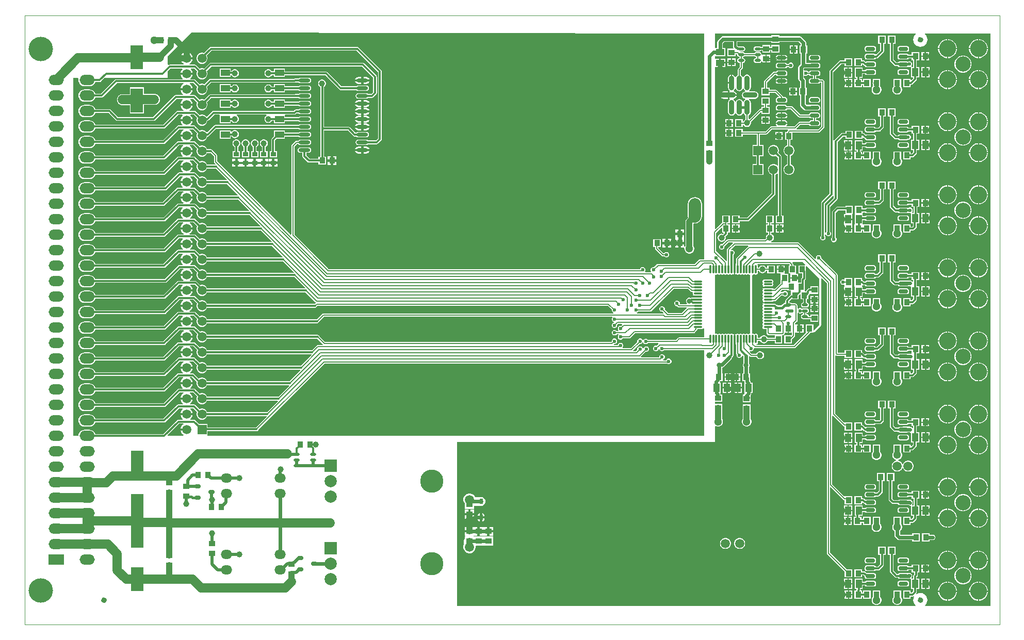
<source format=gtl>
G04*
G04 #@! TF.GenerationSoftware,Altium Limited,Altium Designer,22.6.1 (34)*
G04*
G04 Layer_Physical_Order=1*
G04 Layer_Color=255*
%FSLAX44Y44*%
%MOMM*%
G71*
G04*
G04 #@! TF.SameCoordinates,7EAFA6D0-7FEA-492A-8EC4-A6B53FA9F8CD*
G04*
G04*
G04 #@! TF.FilePolarity,Positive*
G04*
G01*
G75*
%ADD10C,0.6000*%
%ADD12C,0.2000*%
%ADD13C,0.1000*%
%ADD16R,1.0000X0.9500*%
%ADD17O,1.4500X0.3000*%
%ADD18O,0.3000X1.4500*%
%ADD19R,0.9500X1.0000*%
%ADD20R,1.0500X1.4000*%
G04:AMPARAMS|DCode=21|XSize=0.6mm|YSize=1.55mm|CornerRadius=0.15mm|HoleSize=0mm|Usage=FLASHONLY|Rotation=90.000|XOffset=0mm|YOffset=0mm|HoleType=Round|Shape=RoundedRectangle|*
%AMROUNDEDRECTD21*
21,1,0.6000,1.2500,0,0,90.0*
21,1,0.3000,1.5500,0,0,90.0*
1,1,0.3000,0.6250,0.1500*
1,1,0.3000,0.6250,-0.1500*
1,1,0.3000,-0.6250,-0.1500*
1,1,0.3000,-0.6250,0.1500*
%
%ADD21ROUNDEDRECTD21*%
%ADD22C,1.0000*%
%ADD23O,0.9000X2.4000*%
%ADD24O,2.4000X0.9000*%
%ADD25O,1.0000X0.5000*%
%ADD26R,1.4000X1.0500*%
%ADD27O,1.9000X0.6000*%
G04:AMPARAMS|DCode=28|XSize=0.5mm|YSize=0.9mm|CornerRadius=0.0625mm|HoleSize=0mm|Usage=FLASHONLY|Rotation=0.000|XOffset=0mm|YOffset=0mm|HoleType=Round|Shape=RoundedRectangle|*
%AMROUNDEDRECTD28*
21,1,0.5000,0.7750,0,0,0.0*
21,1,0.3750,0.9000,0,0,0.0*
1,1,0.1250,0.1875,-0.3875*
1,1,0.1250,-0.1875,-0.3875*
1,1,0.1250,-0.1875,0.3875*
1,1,0.1250,0.1875,0.3875*
%
%ADD28ROUNDEDRECTD28*%
%ADD29R,0.9000X0.7500*%
G04:AMPARAMS|DCode=30|XSize=0.6mm|YSize=1mm|CornerRadius=0.15mm|HoleSize=0mm|Usage=FLASHONLY|Rotation=90.000|XOffset=0mm|YOffset=0mm|HoleType=Round|Shape=RoundedRectangle|*
%AMROUNDEDRECTD30*
21,1,0.6000,0.7000,0,0,90.0*
21,1,0.3000,1.0000,0,0,90.0*
1,1,0.3000,0.3500,0.1500*
1,1,0.3000,0.3500,-0.1500*
1,1,0.3000,-0.3500,-0.1500*
1,1,0.3000,-0.3500,0.1500*
%
%ADD30ROUNDEDRECTD30*%
%ADD31O,1.8500X1.5000*%
%ADD32R,2.0000X4.0000*%
%ADD33R,1.5000X1.1000*%
%ADD67C,0.8000*%
%ADD68C,1.0000*%
%ADD69C,0.3000*%
%ADD70C,1.5000*%
%ADD71C,0.5000*%
%ADD72C,2.0000*%
%ADD73C,0.4000*%
%ADD74C,4.0000*%
%ADD75C,1.5000*%
%ADD76R,1.5000X1.5000*%
%ADD77C,3.8000*%
%ADD78C,2.0000*%
%ADD79R,2.0000X2.0000*%
%ADD80C,2.8000*%
%ADD81C,2.5000*%
%ADD82R,1.5000X1.5000*%
%ADD83O,2.5000X1.7000*%
%ADD84R,2.5000X1.7000*%
%ADD85C,0.6000*%
%ADD86C,1.3000*%
%ADD87C,0.8000*%
G36*
X1585000Y30000D02*
X1477834D01*
X1477426Y31203D01*
X1478202Y31798D01*
X1480045Y34200D01*
X1481204Y36998D01*
X1481599Y40000D01*
X1481204Y43002D01*
X1480045Y45800D01*
X1478202Y48202D01*
X1475800Y50045D01*
X1473002Y51204D01*
X1470000Y51599D01*
X1466998Y51204D01*
X1464200Y50045D01*
X1463431Y51054D01*
X1463413Y51087D01*
X1464076Y52079D01*
X1464309Y53250D01*
Y58500D01*
X1468000D01*
Y75500D01*
X1464309D01*
Y76750D01*
X1464309Y76750D01*
X1464301Y76787D01*
Y77976D01*
X1465163Y78837D01*
X1465163Y78837D01*
X1465826Y79830D01*
X1466059Y81000D01*
X1466059Y81000D01*
Y85500D01*
X1468250D01*
Y98500D01*
X1455750D01*
Y95409D01*
X1450816D01*
X1450413Y96013D01*
X1449420Y96676D01*
X1448250Y96909D01*
X1435750D01*
X1434579Y96676D01*
X1433587Y96013D01*
X1432924Y95021D01*
X1432691Y93850D01*
Y90850D01*
X1432924Y89679D01*
X1433587Y88687D01*
X1434579Y88024D01*
X1435750Y87791D01*
X1448250D01*
X1449420Y88024D01*
X1450413Y88687D01*
X1450816Y89291D01*
X1455750D01*
Y85500D01*
X1459941D01*
Y82267D01*
X1459080Y81405D01*
X1458417Y80413D01*
X1458184Y79243D01*
X1458184Y79243D01*
Y76757D01*
X1458184Y76757D01*
X1458191Y76720D01*
Y75500D01*
X1455774D01*
X1455244Y76756D01*
X1455495Y77131D01*
X1455815Y77451D01*
X1455988Y77868D01*
X1456239Y78244D01*
X1456327Y78687D01*
X1456500Y79105D01*
Y79557D01*
X1456588Y80000D01*
X1456500Y80443D01*
Y80895D01*
X1456327Y81313D01*
X1456239Y81756D01*
X1455988Y82132D01*
X1455815Y82549D01*
X1455495Y82869D01*
X1455244Y83244D01*
X1454869Y83495D01*
X1454549Y83815D01*
X1454131Y83988D01*
X1453756Y84239D01*
X1453313Y84327D01*
X1452895Y84500D01*
X1452443D01*
X1452000Y84588D01*
X1451557Y84500D01*
X1451105D01*
X1450687Y84327D01*
X1450244Y84239D01*
X1450243Y84238D01*
X1442000D01*
X1441852Y84209D01*
X1435750D01*
X1434579Y83976D01*
X1433587Y83313D01*
X1433183Y82709D01*
X1431617D01*
X1426059Y88267D01*
Y114500D01*
X1429250D01*
Y127500D01*
X1416750D01*
Y114500D01*
X1419941D01*
Y87000D01*
X1419941Y87000D01*
X1420174Y85829D01*
X1420837Y84837D01*
X1428187Y77487D01*
X1429180Y76824D01*
X1430350Y76591D01*
X1430350Y76591D01*
X1433183D01*
X1433587Y75987D01*
X1434579Y75324D01*
X1435750Y75091D01*
X1441852D01*
X1442000Y75062D01*
X1451650D01*
X1453230Y75376D01*
X1453694Y75201D01*
X1454500Y74615D01*
Y58500D01*
X1458191D01*
Y54517D01*
X1455733Y52059D01*
X1454250D01*
Y55500D01*
X1441750D01*
Y42500D01*
X1454250D01*
Y45941D01*
X1457000D01*
X1457000Y45941D01*
X1458170Y46174D01*
X1459163Y46837D01*
X1460065Y45943D01*
X1459955Y45800D01*
X1458796Y43002D01*
X1458401Y40000D01*
X1458796Y36998D01*
X1459955Y34200D01*
X1461798Y31798D01*
X1462574Y31203D01*
X1462166Y30000D01*
X710000D01*
Y300000D01*
X1132722D01*
Y325343D01*
X1133992Y326076D01*
X1134912Y325545D01*
X1136947Y325000D01*
X1139053D01*
X1141088Y325545D01*
X1142912Y326598D01*
X1144402Y328088D01*
X1145455Y329912D01*
X1146000Y331947D01*
Y334053D01*
X1145455Y336088D01*
X1144556Y337645D01*
Y355595D01*
X1144500Y356021D01*
Y361845D01*
X1139896D01*
X1139697Y361928D01*
X1138000Y362151D01*
X1136303Y361928D01*
X1136104Y361845D01*
X1132722D01*
Y365345D01*
X1144500D01*
Y377845D01*
X1141819D01*
X1141385Y379031D01*
X1142000Y380298D01*
X1142000D01*
Y397297D01*
X1141546D01*
X1140925Y398464D01*
X1141583Y399500D01*
X1145250D01*
Y412500D01*
X1144588D01*
Y421835D01*
X1146139Y422144D01*
X1147627Y423138D01*
X1160244Y435756D01*
X1161239Y437244D01*
X1161588Y439000D01*
X1161545Y439219D01*
X1162163Y439837D01*
X1162163Y439837D01*
X1162826Y440829D01*
X1163059Y442000D01*
Y459028D01*
X1164000Y459619D01*
Y468500D01*
Y477110D01*
X1163829Y477076D01*
X1162837Y476413D01*
X1162163D01*
X1161171Y477076D01*
X1160000Y477309D01*
X1158829Y477076D01*
X1157837Y476413D01*
X1157163D01*
X1156171Y477076D01*
X1155000Y477309D01*
X1153829Y477076D01*
X1152837Y476413D01*
X1152163D01*
X1151171Y477076D01*
X1150000Y477309D01*
X1148829Y477076D01*
X1147837Y476413D01*
X1147163D01*
X1146171Y477076D01*
X1145000Y477309D01*
X1143829Y477076D01*
X1142837Y476413D01*
X1142163D01*
X1141171Y477076D01*
X1140000Y477309D01*
X1138829Y477076D01*
X1137837Y476413D01*
X1137163D01*
X1136171Y477076D01*
X1135000Y477309D01*
X1133992Y477108D01*
X1133608Y477234D01*
X1132722Y477863D01*
Y573637D01*
X1133608Y574266D01*
X1133992Y574392D01*
X1135000Y574191D01*
X1136171Y574424D01*
X1137163Y575087D01*
X1137837D01*
X1138829Y574424D01*
X1140000Y574191D01*
X1141171Y574424D01*
X1142163Y575087D01*
X1142837D01*
X1143829Y574424D01*
X1145000Y574191D01*
X1146171Y574424D01*
X1147163Y575087D01*
X1147837D01*
X1148829Y574424D01*
X1150000Y574191D01*
X1151171Y574424D01*
X1152163Y575087D01*
X1152837D01*
X1153829Y574424D01*
X1155000Y574191D01*
X1156171Y574424D01*
X1157163Y575087D01*
X1157837D01*
X1158829Y574424D01*
X1160000Y574191D01*
X1161171Y574424D01*
X1162163Y575087D01*
X1162837D01*
X1163829Y574424D01*
X1164000Y574390D01*
Y583000D01*
Y591881D01*
X1163059Y592472D01*
Y606195D01*
X1164315Y607451D01*
X1165000Y609105D01*
Y610895D01*
X1164315Y612549D01*
X1163049Y613815D01*
X1161395Y614500D01*
X1159901D01*
X1159365Y615362D01*
X1159278Y615673D01*
X1166056Y622451D01*
X1187521D01*
X1187764Y621181D01*
X1187198Y620802D01*
X1168198Y601802D01*
X1167645Y600975D01*
X1167451Y600000D01*
Y592248D01*
X1166181Y591569D01*
X1166171Y591576D01*
X1166000Y591610D01*
Y583000D01*
Y574390D01*
X1166171Y574424D01*
X1167163Y575087D01*
X1167837D01*
X1168829Y574424D01*
X1170000Y574191D01*
X1171171Y574424D01*
X1172163Y575087D01*
X1172837D01*
X1173829Y574424D01*
X1175000Y574191D01*
X1176171Y574424D01*
X1177163Y575087D01*
X1177837D01*
X1178829Y574424D01*
X1180000Y574191D01*
X1181171Y574424D01*
X1182163Y575087D01*
X1182837D01*
X1183829Y574424D01*
X1185000Y574191D01*
X1186171Y574424D01*
X1187163Y575087D01*
X1187837D01*
X1188829Y574424D01*
X1189509Y574289D01*
X1189532Y574282D01*
X1190212Y573760D01*
X1190581Y573012D01*
Y478488D01*
X1190212Y477739D01*
X1189532Y477219D01*
X1189509Y477211D01*
X1188829Y477076D01*
X1187837Y476413D01*
X1187163D01*
X1186171Y477076D01*
X1185000Y477309D01*
X1183829Y477076D01*
X1182837Y476413D01*
X1182163D01*
X1181171Y477076D01*
X1180000Y477309D01*
X1178829Y477076D01*
X1177837Y476413D01*
X1177163D01*
X1176171Y477076D01*
X1175000Y477309D01*
X1173829Y477076D01*
X1172837Y476413D01*
X1172163D01*
X1171171Y477076D01*
X1170000Y477309D01*
X1168829Y477076D01*
X1167837Y476413D01*
X1167163D01*
X1166171Y477076D01*
X1166000Y477110D01*
Y468500D01*
Y459890D01*
X1166171Y459924D01*
X1166181Y459931D01*
X1167451Y459252D01*
Y445172D01*
X1167645Y444196D01*
X1168198Y443369D01*
X1168550Y443017D01*
X1168500Y442895D01*
Y441105D01*
X1169185Y439451D01*
X1170451Y438185D01*
X1172105Y437500D01*
X1173895D01*
X1175549Y438185D01*
X1176815Y439451D01*
X1177467Y441025D01*
X1178220Y441351D01*
X1178711Y441520D01*
X1178839Y441425D01*
X1179412Y440887D01*
Y428690D01*
X1179337Y428615D01*
X1178500Y426594D01*
Y424406D01*
X1179337Y422384D01*
X1179412Y422310D01*
Y412500D01*
X1177750D01*
Y399500D01*
X1181162D01*
Y398250D01*
X1181322Y397443D01*
X1181202Y397297D01*
X1181202D01*
Y380297D01*
X1181220D01*
X1181611Y379027D01*
X1180761Y377756D01*
X1180660Y377250D01*
X1178500D01*
Y364750D01*
X1191500D01*
Y372307D01*
X1191588Y372750D01*
X1191500Y373193D01*
Y376162D01*
X1192191Y377197D01*
X1192541Y378952D01*
Y380297D01*
X1194703D01*
Y397297D01*
X1191529D01*
X1191239Y398756D01*
X1190338Y400104D01*
Y404250D01*
X1190250Y404693D01*
Y412500D01*
X1188588D01*
Y422310D01*
X1188663Y422384D01*
X1189500Y424406D01*
Y426594D01*
X1188663Y428615D01*
X1188588Y428690D01*
Y440011D01*
X1189858Y440537D01*
X1190198Y440198D01*
X1191025Y439645D01*
X1192000Y439451D01*
X1200966D01*
X1201799Y438009D01*
X1203009Y436799D01*
X1204491Y435943D01*
X1206144Y435500D01*
X1207856D01*
X1209509Y435943D01*
X1210991Y436799D01*
X1212201Y438009D01*
X1213057Y439491D01*
X1213500Y441144D01*
Y442856D01*
X1213057Y444509D01*
X1212201Y445991D01*
X1210991Y447201D01*
X1209509Y448057D01*
X1207856Y448500D01*
X1206144D01*
X1204491Y448057D01*
X1203009Y447201D01*
X1201799Y445991D01*
X1200966Y444549D01*
X1193056D01*
X1190037Y447568D01*
X1190757Y448644D01*
X1191105Y448500D01*
X1192895D01*
X1194549Y449185D01*
X1195815Y450451D01*
X1196500Y452105D01*
Y453136D01*
X1197750Y453828D01*
X1198025Y453645D01*
X1199000Y453451D01*
X1263000D01*
X1263976Y453645D01*
X1264802Y454198D01*
X1288802Y478198D01*
X1289355Y479025D01*
X1289449Y479500D01*
X1294250D01*
X1294250Y479500D01*
X1294893Y479705D01*
X1295520Y479729D01*
X1296016Y479712D01*
X1296079Y479736D01*
X1296147Y479736D01*
X1296636Y479945D01*
X1296692Y479966D01*
X1296854Y480001D01*
X1296932Y480056D01*
X1297133Y480131D01*
X1297183Y480178D01*
X1297245Y480204D01*
X1297352Y480277D01*
X1297573Y480503D01*
X1297833Y480684D01*
X1306070Y489260D01*
X1306213Y489483D01*
X1306226Y489497D01*
X1306246Y489529D01*
X1306441Y489731D01*
X1306584Y489954D01*
X1306676Y490191D01*
X1306847Y490447D01*
X1306853Y490477D01*
X1306870Y490503D01*
X1306924Y490806D01*
X1307021Y491041D01*
X1307073Y491301D01*
Y491582D01*
X1307080Y491617D01*
Y491637D01*
X1307132Y491898D01*
Y567467D01*
X1307629Y567825D01*
X1308354Y568041D01*
X1316451Y559944D01*
Y117000D01*
X1316645Y116025D01*
X1317198Y115198D01*
X1345750Y86645D01*
Y77500D01*
X1358250D01*
Y90500D01*
X1349105D01*
X1321549Y118056D01*
Y225187D01*
X1322722Y225673D01*
X1343619Y204776D01*
X1344446Y204223D01*
X1345422Y204030D01*
X1345750D01*
Y197500D01*
X1358250D01*
Y210500D01*
X1345750D01*
X1345750Y210500D01*
Y210500D01*
X1344651Y210953D01*
X1325549Y230056D01*
Y342050D01*
X1326819Y342576D01*
X1343619Y325776D01*
X1344446Y325224D01*
X1345422Y325029D01*
X1345750D01*
Y318500D01*
X1358250D01*
Y331500D01*
X1345750D01*
X1345750Y331500D01*
Y331500D01*
X1344651Y331953D01*
X1330549Y346056D01*
Y441063D01*
X1331819Y441647D01*
X1332196Y441395D01*
X1333172Y441201D01*
X1345750D01*
Y437500D01*
X1358250D01*
Y450500D01*
X1345750D01*
Y446299D01*
X1334227D01*
X1334049Y446477D01*
Y573500D01*
X1333855Y574476D01*
X1333302Y575302D01*
X1307500Y601105D01*
X1307500Y601105D01*
Y602895D01*
X1306815Y604549D01*
X1305549Y605815D01*
X1303895Y606500D01*
X1302105D01*
X1300451Y605815D01*
X1299185Y604549D01*
X1298500Y602895D01*
Y601105D01*
X1298644Y600756D01*
X1297568Y600037D01*
X1270802Y626802D01*
X1269976Y627355D01*
X1269000Y627549D01*
X1225213D01*
X1225046Y628819D01*
X1225509Y628943D01*
X1226991Y629799D01*
X1228201Y631009D01*
X1229057Y632491D01*
X1229500Y634144D01*
Y635856D01*
X1229057Y637509D01*
X1228201Y638991D01*
X1226991Y640201D01*
X1225549Y641034D01*
Y643500D01*
X1229250D01*
Y656500D01*
X1225549D01*
Y658500D01*
X1229250D01*
Y671500D01*
X1216750D01*
Y658500D01*
X1220451D01*
Y656500D01*
X1216750D01*
Y643500D01*
X1220451D01*
Y641034D01*
X1219009Y640201D01*
X1217799Y638991D01*
X1216943Y637509D01*
X1216500Y635856D01*
Y634144D01*
X1216508Y634113D01*
X1214944Y632549D01*
X1154000D01*
X1153025Y632355D01*
X1152198Y631802D01*
X1144895Y624500D01*
X1144895Y624500D01*
X1143105D01*
X1141451Y623815D01*
X1140185Y622549D01*
X1139500Y620895D01*
Y619105D01*
X1140185Y617451D01*
X1141451Y616185D01*
X1143105Y615500D01*
X1144895D01*
X1146549Y616185D01*
X1147815Y617451D01*
X1148500Y619105D01*
Y620895D01*
X1148500Y620895D01*
X1155056Y627451D01*
X1162050D01*
X1162576Y626181D01*
X1153198Y616802D01*
X1152645Y615975D01*
X1152451Y615000D01*
Y596950D01*
X1151181Y596424D01*
X1135049Y612556D01*
Y642893D01*
X1143577Y651421D01*
X1144750Y650935D01*
Y643500D01*
X1146489D01*
X1147015Y642230D01*
X1145983Y641198D01*
X1144856Y641500D01*
X1143144D01*
X1141491Y641057D01*
X1140009Y640201D01*
X1138799Y638991D01*
X1137943Y637509D01*
X1137500Y635856D01*
Y634144D01*
X1137943Y632491D01*
X1138799Y631009D01*
X1140009Y629799D01*
X1141491Y628943D01*
X1143144Y628500D01*
X1144856D01*
X1146509Y628943D01*
X1147991Y629799D01*
X1149201Y631009D01*
X1150057Y632491D01*
X1150500Y634144D01*
Y635856D01*
X1150245Y636808D01*
X1153163Y639726D01*
X1153163Y639726D01*
X1153826Y640719D01*
X1154059Y641889D01*
X1154059Y641889D01*
Y643500D01*
X1157250D01*
Y656500D01*
X1153549D01*
Y658500D01*
X1157250D01*
Y671500D01*
X1144750D01*
Y659803D01*
X1144749Y659802D01*
X1133895Y648949D01*
X1132722Y649435D01*
Y768000D01*
Y915500D01*
X1140000D01*
Y922250D01*
Y929000D01*
X1132722D01*
Y933000D01*
X1149500D01*
Y946500D01*
X1145588D01*
Y954100D01*
X1147900Y956412D01*
X1162431D01*
Y949000D01*
X1162703Y947634D01*
X1163448Y946520D01*
X1163339Y945963D01*
X1163044Y945250D01*
X1153500D01*
Y932750D01*
X1166500D01*
Y936451D01*
X1168461D01*
X1169422Y935500D01*
X1169732Y933939D01*
X1170616Y932616D01*
X1171939Y931732D01*
X1173451Y931431D01*
Y930069D01*
X1171939Y929768D01*
X1170616Y928884D01*
X1169732Y927561D01*
X1169422Y926000D01*
X1169732Y924439D01*
X1170616Y923116D01*
X1171939Y922232D01*
X1173451Y921931D01*
Y915056D01*
X1171198Y912802D01*
X1170645Y911975D01*
X1170451Y911000D01*
Y902263D01*
X1168674Y901076D01*
X1167348Y899091D01*
X1167297Y898836D01*
X1166003D01*
X1165952Y899091D01*
X1164626Y901076D01*
X1162641Y902402D01*
X1161300Y902669D01*
Y889250D01*
X1160300D01*
Y888250D01*
X1154182D01*
Y881750D01*
X1154648Y879409D01*
X1155974Y877424D01*
X1157526Y876387D01*
X1157140Y875117D01*
X1156250D01*
Y870000D01*
X1168669D01*
X1168402Y871341D01*
X1167076Y873326D01*
X1165091Y874652D01*
X1163238Y875020D01*
X1163028Y876357D01*
X1164626Y877424D01*
X1165952Y879409D01*
X1166003Y879664D01*
X1167297D01*
X1167348Y879409D01*
X1168674Y877424D01*
X1170659Y876098D01*
X1173000Y875632D01*
X1175341Y876098D01*
X1177326Y877424D01*
X1178652Y879409D01*
X1178702Y879664D01*
X1179997D01*
X1180048Y879409D01*
X1181374Y877424D01*
X1182971Y876357D01*
X1182762Y875020D01*
X1180909Y874652D01*
X1178924Y873326D01*
X1177598Y871341D01*
X1177132Y869000D01*
X1177598Y866659D01*
X1178924Y864674D01*
X1180909Y863348D01*
X1182762Y862979D01*
X1182971Y861643D01*
X1181374Y860576D01*
X1180048Y858591D01*
X1179997Y858336D01*
X1178702D01*
X1178652Y858591D01*
X1177326Y860576D01*
X1175341Y861902D01*
X1173000Y862367D01*
X1170659Y861902D01*
X1168674Y860576D01*
X1167348Y858591D01*
X1167297Y858336D01*
X1166003D01*
X1165952Y858591D01*
X1164626Y860576D01*
X1163028Y861643D01*
X1163238Y862979D01*
X1165091Y863348D01*
X1167076Y864674D01*
X1168402Y866659D01*
X1168669Y868000D01*
X1156250D01*
Y862882D01*
X1157140D01*
X1157526Y861612D01*
X1155974Y860576D01*
X1154648Y858591D01*
X1154182Y856250D01*
Y841250D01*
X1154648Y838909D01*
X1155974Y836924D01*
X1157959Y835598D01*
X1160300Y835132D01*
X1162641Y835598D01*
X1164626Y836924D01*
X1165952Y838909D01*
X1166003Y839164D01*
X1167297D01*
X1167348Y838909D01*
X1168674Y836924D01*
X1170659Y835598D01*
X1173000Y835132D01*
X1175341Y835598D01*
X1177326Y836924D01*
X1178652Y838909D01*
X1178702Y839164D01*
X1179997D01*
X1180048Y838909D01*
X1181374Y836924D01*
X1183151Y835737D01*
Y829359D01*
X1181709Y828526D01*
X1180499Y827316D01*
X1179643Y825834D01*
X1179567Y825549D01*
X1178250D01*
Y829500D01*
X1165750D01*
Y816500D01*
X1178250D01*
Y820451D01*
X1179854D01*
X1180499Y819334D01*
X1181709Y818124D01*
X1183191Y817268D01*
X1184844Y816825D01*
X1186556D01*
X1188209Y817268D01*
X1189691Y818124D01*
X1190901Y819334D01*
X1191757Y820816D01*
X1192200Y822469D01*
Y824181D01*
X1192021Y824848D01*
X1208230Y841057D01*
X1209500Y840531D01*
Y837750D01*
X1222500D01*
Y850250D01*
X1218549D01*
Y852750D01*
X1222500D01*
Y865250D01*
X1209500D01*
Y852750D01*
X1213451D01*
Y850250D01*
X1209500D01*
Y846549D01*
X1207568D01*
X1206592Y846355D01*
X1205765Y845802D01*
X1189519Y829556D01*
X1188249Y830082D01*
Y835737D01*
X1190026Y836924D01*
X1191352Y838909D01*
X1191817Y841250D01*
Y856250D01*
X1191352Y858591D01*
X1190026Y860576D01*
X1188474Y861612D01*
X1188859Y862882D01*
X1198250D01*
X1200591Y863348D01*
X1202576Y864674D01*
X1203902Y866659D01*
X1204368Y869000D01*
X1203902Y871341D01*
X1202576Y873326D01*
X1200591Y874652D01*
X1198250Y875117D01*
X1188859D01*
X1188474Y876387D01*
X1190026Y877424D01*
X1191352Y879409D01*
X1191817Y881750D01*
Y896750D01*
X1191352Y899091D01*
X1190026Y901076D01*
X1188041Y902402D01*
X1185700Y902868D01*
X1183359Y902402D01*
X1181374Y901076D01*
X1180048Y899091D01*
X1179997Y898836D01*
X1178702D01*
X1178652Y899091D01*
X1177326Y901076D01*
X1175549Y902263D01*
Y909944D01*
X1177802Y912198D01*
X1178355Y913025D01*
X1178549Y914000D01*
Y921931D01*
X1180061Y922232D01*
X1181384Y923116D01*
X1182268Y924439D01*
X1182578Y926000D01*
X1182268Y927561D01*
X1181384Y928884D01*
X1180061Y929768D01*
X1178549Y930069D01*
Y931431D01*
X1180061Y931732D01*
X1181384Y932616D01*
X1181608Y932951D01*
X1197392D01*
X1197616Y932616D01*
X1198939Y931732D01*
X1200451Y931431D01*
Y930069D01*
X1198939Y929768D01*
X1197616Y928884D01*
X1196732Y927561D01*
X1196422Y926000D01*
X1196732Y924439D01*
X1197616Y923116D01*
X1198939Y922232D01*
X1200500Y921922D01*
X1205500D01*
X1207061Y922232D01*
X1208384Y923116D01*
X1209230Y924383D01*
X1209325Y924400D01*
X1210500Y923988D01*
Y922750D01*
X1216000D01*
Y929000D01*
Y935250D01*
X1210823D01*
X1210355Y935344D01*
X1209499Y935899D01*
X1209268Y937061D01*
X1208384Y938384D01*
X1207061Y939268D01*
X1205500Y939578D01*
X1200500D01*
X1198939Y939268D01*
X1197616Y938384D01*
X1197392Y938049D01*
X1181608D01*
X1181384Y938384D01*
X1180061Y939268D01*
X1178500Y939578D01*
X1174193D01*
X1174147Y939652D01*
X1174846Y940922D01*
X1178500D01*
X1180061Y941232D01*
X1181384Y942116D01*
X1182268Y943439D01*
X1182578Y945000D01*
X1182268Y946561D01*
X1181384Y947884D01*
X1180061Y948768D01*
X1178500Y949078D01*
X1173500D01*
X1171939Y948768D01*
X1171927Y948760D01*
X1171287D01*
X1169568Y950478D01*
Y956412D01*
X1225500D01*
Y954750D01*
X1238500D01*
Y956412D01*
X1270099D01*
X1273412Y953100D01*
Y950500D01*
X1271750D01*
Y937500D01*
X1273412D01*
Y919900D01*
X1270756Y917244D01*
X1269761Y915756D01*
X1269412Y914000D01*
Y896000D01*
X1269761Y894244D01*
X1270756Y892756D01*
X1272412Y891100D01*
Y881500D01*
X1270750D01*
Y868500D01*
X1272412D01*
Y853000D01*
X1272761Y851244D01*
X1273756Y849756D01*
X1278406Y845106D01*
X1279894Y844111D01*
X1281650Y843762D01*
X1296000D01*
X1296148Y843791D01*
X1302250D01*
X1303421Y844024D01*
X1304413Y844687D01*
X1305076Y845679D01*
X1305309Y846850D01*
Y849850D01*
X1305076Y851021D01*
X1304413Y852013D01*
X1303421Y852676D01*
X1302250Y852909D01*
X1296148D01*
X1296000Y852938D01*
X1283550D01*
X1281588Y854900D01*
Y868500D01*
X1283250D01*
Y881500D01*
X1281588D01*
Y893000D01*
X1281239Y894756D01*
X1280244Y896244D01*
X1278588Y897900D01*
Y900389D01*
X1279858Y901016D01*
X1281105Y900500D01*
X1282895D01*
X1284549Y901185D01*
X1285775Y902411D01*
X1287250D01*
X1287274Y902289D01*
X1287937Y901297D01*
X1288929Y900634D01*
X1290100Y900401D01*
X1293801D01*
Y896819D01*
X1290100D01*
X1288929Y896586D01*
X1287937Y895923D01*
X1287274Y894930D01*
X1287041Y893760D01*
Y890760D01*
X1287274Y889589D01*
X1287937Y888597D01*
X1288929Y887934D01*
X1290100Y887701D01*
X1302600D01*
X1303770Y887934D01*
X1304763Y888597D01*
X1305426Y889589D01*
X1305450Y889711D01*
X1307451D01*
Y818056D01*
X1301944Y812549D01*
X1266950D01*
X1266424Y813819D01*
X1273006Y820401D01*
X1286900D01*
X1286924Y820279D01*
X1287587Y819287D01*
X1288579Y818624D01*
X1289750Y818391D01*
X1302250D01*
X1303421Y818624D01*
X1304413Y819287D01*
X1305076Y820279D01*
X1305309Y821450D01*
Y824450D01*
X1305076Y825620D01*
X1304413Y826613D01*
X1303421Y827276D01*
X1302250Y827509D01*
X1298549D01*
Y831091D01*
X1302250D01*
X1303421Y831324D01*
X1304413Y831987D01*
X1305076Y832980D01*
X1305309Y834150D01*
Y837150D01*
X1305076Y838320D01*
X1304413Y839313D01*
X1303421Y839976D01*
X1302250Y840209D01*
X1289750D01*
X1288579Y839976D01*
X1287587Y839313D01*
X1286924Y838320D01*
X1286770Y837549D01*
X1273056D01*
X1260452Y850152D01*
X1259625Y850705D01*
X1258650Y850899D01*
X1251100D01*
X1251076Y851021D01*
X1250413Y852013D01*
X1249420Y852676D01*
X1248250Y852909D01*
X1235750D01*
X1234579Y852676D01*
X1233587Y852013D01*
X1232924Y851021D01*
X1232691Y849850D01*
Y846850D01*
X1232924Y845679D01*
X1233587Y844687D01*
X1234579Y844024D01*
X1235750Y843791D01*
X1248250D01*
X1249420Y844024D01*
X1250413Y844687D01*
X1251076Y845679D01*
X1251100Y845801D01*
X1257594D01*
X1270198Y833198D01*
X1271024Y832645D01*
X1272000Y832451D01*
X1287277D01*
X1287587Y831987D01*
X1288579Y831324D01*
X1289750Y831091D01*
X1293451D01*
Y827509D01*
X1289750D01*
X1288579Y827276D01*
X1287587Y826613D01*
X1286924Y825620D01*
X1286900Y825499D01*
X1271950D01*
X1270975Y825305D01*
X1270148Y824752D01*
X1262944Y817549D01*
X1250030D01*
X1249712Y818819D01*
X1250413Y819287D01*
X1251076Y820279D01*
X1251309Y821450D01*
Y821950D01*
X1242000D01*
X1232691D01*
Y821450D01*
X1232924Y820279D01*
X1233587Y819287D01*
X1234288Y818819D01*
X1233970Y817549D01*
X1225000D01*
X1224025Y817355D01*
X1223198Y816802D01*
X1215944Y809549D01*
X1178250D01*
Y813500D01*
X1165750D01*
Y800500D01*
X1178250D01*
Y804451D01*
X1201451D01*
Y787000D01*
X1194600D01*
Y769000D01*
X1200541D01*
Y756000D01*
X1194600D01*
Y738000D01*
X1212600D01*
Y756000D01*
X1206659D01*
Y769000D01*
X1212600D01*
Y787000D01*
X1206549D01*
Y804451D01*
X1217000D01*
X1217975Y804645D01*
X1218802Y805198D01*
X1226056Y812451D01*
X1252250D01*
X1252776Y811181D01*
X1252198Y810602D01*
X1251645Y809775D01*
X1251451Y808800D01*
Y808500D01*
X1247750D01*
Y795500D01*
X1251851D01*
Y786635D01*
X1250926Y786387D01*
X1248874Y785202D01*
X1247198Y783526D01*
X1246013Y781474D01*
X1245400Y779185D01*
Y776815D01*
X1246013Y774526D01*
X1247198Y772474D01*
X1248874Y770798D01*
X1250926Y769613D01*
X1251341Y769502D01*
Y755498D01*
X1250926Y755387D01*
X1248874Y754202D01*
X1247198Y752526D01*
X1246013Y750474D01*
X1245400Y748185D01*
Y745815D01*
X1246013Y743526D01*
X1247198Y741474D01*
X1248874Y739798D01*
X1250926Y738613D01*
X1253215Y738000D01*
X1255585D01*
X1257874Y738613D01*
X1259926Y739798D01*
X1261602Y741474D01*
X1262787Y743526D01*
X1263400Y745815D01*
Y748185D01*
X1262787Y750474D01*
X1261602Y752526D01*
X1259926Y754202D01*
X1257874Y755387D01*
X1257459Y755498D01*
Y769502D01*
X1257874Y769613D01*
X1259926Y770798D01*
X1261602Y772474D01*
X1262787Y774526D01*
X1263400Y776815D01*
Y779185D01*
X1262787Y781474D01*
X1261602Y783526D01*
X1259926Y785202D01*
X1257874Y786387D01*
X1256949Y786635D01*
Y795500D01*
X1260250D01*
Y807451D01*
X1303000D01*
X1303975Y807645D01*
X1304802Y808198D01*
X1311802Y815198D01*
X1312355Y816025D01*
X1312549Y817000D01*
Y891088D01*
X1312355Y892064D01*
X1311802Y892891D01*
X1310631Y894062D01*
X1309804Y894615D01*
X1308828Y894809D01*
X1305450D01*
X1305426Y894930D01*
X1304763Y895923D01*
X1303770Y896586D01*
X1302600Y896819D01*
X1298899D01*
Y900401D01*
X1302600D01*
X1303770Y900634D01*
X1304763Y901297D01*
X1305426Y902289D01*
X1305659Y903460D01*
Y906460D01*
X1305426Y907630D01*
X1304763Y908623D01*
X1303770Y909286D01*
X1302600Y909519D01*
X1290100D01*
X1288929Y909286D01*
X1287937Y908623D01*
X1287274Y907630D01*
X1287250Y907509D01*
X1285831D01*
X1285815Y907549D01*
X1284549Y908815D01*
X1282895Y909500D01*
X1281105D01*
X1279858Y908984D01*
X1278588Y909612D01*
Y912100D01*
X1279560Y913072D01*
X1296350D01*
X1296498Y913101D01*
X1302600D01*
X1303770Y913334D01*
X1304763Y913997D01*
X1305426Y914989D01*
X1305659Y916160D01*
Y919160D01*
X1305426Y920331D01*
X1304763Y921323D01*
X1303770Y921986D01*
X1302600Y922219D01*
X1296498D01*
X1296350Y922248D01*
X1282588D01*
Y937500D01*
X1284250D01*
Y950500D01*
X1282588D01*
Y955000D01*
X1282239Y956756D01*
X1281244Y958244D01*
X1275244Y964244D01*
X1273756Y965239D01*
X1272000Y965588D01*
X1238500D01*
Y967250D01*
X1225500D01*
Y965588D01*
X1146000D01*
X1144244Y965239D01*
X1142756Y964244D01*
X1137756Y959244D01*
X1136761Y957756D01*
X1136412Y956000D01*
Y946500D01*
X1132722D01*
Y970000D01*
X1462166D01*
X1462574Y968797D01*
X1461798Y968202D01*
X1459955Y965800D01*
X1458796Y963002D01*
X1458401Y960000D01*
X1458796Y956998D01*
X1459955Y954200D01*
X1461798Y951798D01*
X1464200Y949955D01*
X1466998Y948796D01*
X1470000Y948401D01*
X1473002Y948796D01*
X1475800Y949955D01*
X1478202Y951798D01*
X1480045Y954200D01*
X1481204Y956998D01*
X1481599Y960000D01*
X1481204Y963002D01*
X1480045Y965800D01*
X1478202Y968202D01*
X1477426Y968797D01*
X1477834Y970000D01*
X1585000D01*
Y30000D01*
D02*
G37*
G36*
X1115000Y970000D02*
Y599549D01*
X1108000D01*
X1107025Y599355D01*
X1106198Y598802D01*
X1099444Y592049D01*
X1039500D01*
X1038525Y591855D01*
X1037698Y591302D01*
X1032895Y586500D01*
X1032895Y586500D01*
X1031105D01*
X1029451Y585815D01*
X1028185Y584549D01*
X1027500Y582895D01*
Y581105D01*
X1028033Y579819D01*
X1027554Y578815D01*
X1027291Y578549D01*
X1018572D01*
X1017967Y579819D01*
X1018500Y581105D01*
Y582895D01*
X1017815Y584549D01*
X1016549Y585815D01*
X1014895Y586500D01*
X1013105D01*
X1011451Y585815D01*
X1010185Y584549D01*
X1009771Y583549D01*
X499056D01*
X442549Y640056D01*
Y784494D01*
X447056Y789001D01*
X448811D01*
X449276Y788306D01*
X450764Y787311D01*
X452520Y786962D01*
X465520D01*
X467276Y787311D01*
X468764Y788306D01*
X469759Y789794D01*
X470108Y791550D01*
X469759Y793306D01*
X468764Y794794D01*
X467276Y795789D01*
X465520Y796138D01*
X452520D01*
X450764Y795789D01*
X449276Y794794D01*
X448811Y794099D01*
X446000D01*
X445025Y793905D01*
X444198Y793352D01*
X438198Y787352D01*
X437645Y786525D01*
X437451Y785550D01*
Y640588D01*
X436181Y640062D01*
X315549Y760694D01*
Y769842D01*
X315355Y770818D01*
X314802Y771645D01*
X308565Y777882D01*
X308468Y778371D01*
X307805Y779363D01*
X306813Y780026D01*
X305642Y780259D01*
X299498D01*
X299387Y780674D01*
X298202Y782726D01*
X296526Y784402D01*
X294474Y785587D01*
X292185Y786200D01*
X289815D01*
X287526Y785587D01*
X287154Y785372D01*
X280363Y792163D01*
X279370Y792826D01*
X278200Y793059D01*
X278200Y793059D01*
X271694D01*
X271354Y794329D01*
X271765Y794566D01*
X273634Y796435D01*
X274956Y798725D01*
X275458Y800600D01*
X265600D01*
X255742D01*
X256244Y798725D01*
X257566Y796435D01*
X259435Y794566D01*
X259846Y794329D01*
X259506Y793059D01*
X252000D01*
X250829Y792826D01*
X249837Y792163D01*
X245337Y787663D01*
X227433Y769759D01*
X115757D01*
X114935Y771743D01*
X113332Y773832D01*
X111243Y775435D01*
X108811Y776442D01*
X106200Y776786D01*
X98200D01*
X95590Y776442D01*
X93157Y775435D01*
X91068Y773832D01*
X89465Y771743D01*
X88457Y769311D01*
X88114Y766700D01*
X88457Y764090D01*
X89465Y761657D01*
X91068Y759568D01*
X93157Y757965D01*
X95590Y756957D01*
X98200Y756614D01*
X106200D01*
X108811Y756957D01*
X111243Y757965D01*
X113332Y759568D01*
X114935Y761657D01*
X115757Y763641D01*
X228700D01*
X228700Y763641D01*
X229870Y763874D01*
X230863Y764537D01*
X249663Y783337D01*
X253267Y786941D01*
X259852D01*
X260193Y785671D01*
X259435Y785234D01*
X257566Y783365D01*
X256244Y781075D01*
X255742Y779200D01*
X265600D01*
X275458D01*
X274956Y781075D01*
X273634Y783365D01*
X271765Y785234D01*
X271007Y785671D01*
X271348Y786941D01*
X276933D01*
X282828Y781046D01*
X282613Y780674D01*
X282000Y778385D01*
Y776015D01*
X282613Y773726D01*
X283798Y771674D01*
X285474Y769998D01*
X287526Y768813D01*
X289815Y768200D01*
X292185D01*
X294474Y768813D01*
X296526Y769998D01*
X298202Y771674D01*
X299387Y773726D01*
X299498Y774141D01*
X305096D01*
X310451Y768786D01*
Y759638D01*
X310645Y758663D01*
X311198Y757836D01*
X313001Y756032D01*
X312515Y754859D01*
X299498D01*
X299387Y755274D01*
X298202Y757326D01*
X296526Y759002D01*
X294474Y760187D01*
X292185Y760800D01*
X289815D01*
X287526Y760187D01*
X287154Y759972D01*
X280566Y766560D01*
X280163Y767163D01*
X279170Y767826D01*
X278000Y768059D01*
X272158D01*
X271928Y769329D01*
X273634Y771035D01*
X274956Y773325D01*
X275458Y775200D01*
X265600D01*
X255742D01*
X256244Y773325D01*
X257566Y771035D01*
X259272Y769329D01*
X259042Y768059D01*
X252400D01*
X251229Y767826D01*
X250237Y767163D01*
X250237Y767163D01*
X245537Y762463D01*
X227433Y744359D01*
X115757D01*
X114935Y746343D01*
X113332Y748432D01*
X111243Y750035D01*
X108811Y751042D01*
X106200Y751386D01*
X98200D01*
X95590Y751042D01*
X93157Y750035D01*
X91068Y748432D01*
X89465Y746343D01*
X88457Y743911D01*
X88114Y741300D01*
X88457Y738689D01*
X89465Y736257D01*
X91068Y734168D01*
X93157Y732565D01*
X95590Y731557D01*
X98200Y731214D01*
X106200D01*
X108811Y731557D01*
X111243Y732565D01*
X113332Y734168D01*
X114935Y736257D01*
X115757Y738241D01*
X228700D01*
X228700Y738241D01*
X229870Y738474D01*
X230863Y739137D01*
X249863Y758137D01*
X253667Y761941D01*
X260545D01*
X260885Y760671D01*
X259435Y759834D01*
X257566Y757965D01*
X256244Y755675D01*
X255742Y753800D01*
X265600D01*
X275458D01*
X274956Y755675D01*
X273634Y757965D01*
X271765Y759834D01*
X270315Y760671D01*
X270655Y761941D01*
X276533D01*
X282828Y755646D01*
X282613Y755274D01*
X282000Y752985D01*
Y750615D01*
X282613Y748326D01*
X283798Y746274D01*
X285474Y744598D01*
X287526Y743413D01*
X289815Y742800D01*
X292185D01*
X294474Y743413D01*
X296526Y744598D01*
X298202Y746274D01*
X299387Y748326D01*
X299498Y748741D01*
X313654D01*
X331666Y730729D01*
X331141Y729459D01*
X299498D01*
X299387Y729874D01*
X298202Y731926D01*
X296526Y733602D01*
X294474Y734787D01*
X292185Y735400D01*
X289815D01*
X287526Y734787D01*
X287154Y734572D01*
X280563Y741163D01*
X279571Y741826D01*
X278400Y742059D01*
X278400Y742059D01*
X271348D01*
X271007Y743329D01*
X271765Y743766D01*
X273634Y745635D01*
X274956Y747925D01*
X275458Y749800D01*
X265600D01*
X255742D01*
X256244Y747925D01*
X257566Y745635D01*
X259435Y743766D01*
X260193Y743329D01*
X259852Y742059D01*
X254000D01*
X254000Y742059D01*
X252829Y741826D01*
X251837Y741163D01*
X251837Y741163D01*
X229633Y718959D01*
X115757D01*
X114935Y720943D01*
X113332Y723032D01*
X111243Y724635D01*
X108811Y725642D01*
X106200Y725986D01*
X98200D01*
X95590Y725642D01*
X93157Y724635D01*
X91068Y723032D01*
X89465Y720943D01*
X88457Y718511D01*
X88114Y715900D01*
X88457Y713289D01*
X89465Y710857D01*
X91068Y708768D01*
X93157Y707165D01*
X95590Y706157D01*
X98200Y705814D01*
X106200D01*
X108811Y706157D01*
X111243Y707165D01*
X113332Y708768D01*
X114935Y710857D01*
X115757Y712841D01*
X230900D01*
X230900Y712841D01*
X232071Y713074D01*
X233063Y713737D01*
X255267Y735941D01*
X259506D01*
X259846Y734671D01*
X259435Y734434D01*
X257566Y732565D01*
X256244Y730275D01*
X255742Y728400D01*
X265600D01*
X275458D01*
X274956Y730275D01*
X273634Y732565D01*
X271765Y734434D01*
X271354Y734671D01*
X271694Y735941D01*
X277133D01*
X282828Y730246D01*
X282613Y729874D01*
X282000Y727585D01*
Y725215D01*
X282613Y722926D01*
X283798Y720874D01*
X285474Y719198D01*
X287526Y718013D01*
X289815Y717400D01*
X292185D01*
X294474Y718013D01*
X296526Y719198D01*
X298202Y720874D01*
X299387Y722926D01*
X299498Y723341D01*
X332054D01*
X350066Y705329D01*
X349540Y704059D01*
X299498D01*
X299387Y704474D01*
X298202Y706526D01*
X296526Y708202D01*
X294474Y709387D01*
X292185Y710000D01*
X289815D01*
X287526Y709387D01*
X287154Y709172D01*
X280163Y716163D01*
X279170Y716826D01*
X278000Y717059D01*
X278000Y717059D01*
X271954D01*
X271625Y718286D01*
X271765Y718366D01*
X273634Y720235D01*
X274956Y722525D01*
X275458Y724400D01*
X265600D01*
X255742D01*
X256244Y722525D01*
X257566Y720235D01*
X259435Y718366D01*
X259575Y718286D01*
X259246Y717059D01*
X251400D01*
X251400Y717059D01*
X250229Y716826D01*
X249237Y716163D01*
X249237Y716163D01*
X226633Y693559D01*
X115757D01*
X114935Y695543D01*
X113332Y697632D01*
X111243Y699235D01*
X108811Y700242D01*
X106200Y700586D01*
X98200D01*
X95590Y700242D01*
X93157Y699235D01*
X91068Y697632D01*
X89465Y695543D01*
X88457Y693111D01*
X88114Y690500D01*
X88457Y687889D01*
X89465Y685457D01*
X91068Y683368D01*
X93157Y681765D01*
X95590Y680757D01*
X98200Y680414D01*
X106200D01*
X108811Y680757D01*
X111243Y681765D01*
X113332Y683368D01*
X114935Y685457D01*
X115757Y687441D01*
X227900D01*
X227900Y687441D01*
X229070Y687674D01*
X230063Y688337D01*
X252667Y710941D01*
X260199D01*
X260539Y709671D01*
X259435Y709034D01*
X257566Y707165D01*
X256244Y704875D01*
X255742Y703000D01*
X265600D01*
X275458D01*
X274956Y704875D01*
X273634Y707165D01*
X271765Y709034D01*
X270661Y709671D01*
X271001Y710941D01*
X276733D01*
X282828Y704846D01*
X282613Y704474D01*
X282000Y702185D01*
Y699815D01*
X282613Y697526D01*
X283798Y695474D01*
X285474Y693798D01*
X287526Y692613D01*
X289815Y692000D01*
X292185D01*
X294474Y692613D01*
X296526Y693798D01*
X298202Y695474D01*
X299387Y697526D01*
X299498Y697941D01*
X350454D01*
X368466Y679929D01*
X367940Y678659D01*
X299498D01*
X299387Y679074D01*
X298202Y681126D01*
X296526Y682802D01*
X294474Y683987D01*
X292185Y684600D01*
X289815D01*
X287526Y683987D01*
X287154Y683772D01*
X280763Y690163D01*
X279771Y690826D01*
X278600Y691059D01*
X278600Y691059D01*
X271001D01*
X270661Y692329D01*
X271765Y692966D01*
X273634Y694835D01*
X274956Y697125D01*
X275458Y699000D01*
X265600D01*
X255742D01*
X256244Y697125D01*
X257566Y694835D01*
X259435Y692966D01*
X260539Y692329D01*
X260199Y691059D01*
X252000D01*
X250829Y690826D01*
X249837Y690163D01*
X249837Y690163D01*
X227733Y668059D01*
X115798D01*
X114935Y670143D01*
X113332Y672232D01*
X111243Y673835D01*
X108811Y674843D01*
X106200Y675186D01*
X98200D01*
X95590Y674843D01*
X93157Y673835D01*
X91068Y672232D01*
X89465Y670143D01*
X88457Y667710D01*
X88114Y665100D01*
X88457Y662489D01*
X89465Y660057D01*
X91068Y657968D01*
X93157Y656365D01*
X95590Y655357D01*
X98200Y655014D01*
X106200D01*
X108811Y655357D01*
X111243Y656365D01*
X113332Y657968D01*
X114935Y660057D01*
X115716Y661941D01*
X229000D01*
X229000Y661941D01*
X230170Y662174D01*
X231163Y662837D01*
X253267Y684941D01*
X259246D01*
X259575Y683715D01*
X259435Y683634D01*
X257566Y681765D01*
X256244Y679475D01*
X255742Y677600D01*
X265600D01*
X275458D01*
X274956Y679475D01*
X273634Y681765D01*
X271765Y683634D01*
X271625Y683715D01*
X271954Y684941D01*
X277333D01*
X282828Y679446D01*
X282613Y679074D01*
X282000Y676785D01*
Y674415D01*
X282613Y672126D01*
X283798Y670074D01*
X285474Y668398D01*
X287526Y667213D01*
X289815Y666600D01*
X292185D01*
X294474Y667213D01*
X296526Y668398D01*
X298202Y670074D01*
X299387Y672126D01*
X299498Y672541D01*
X368854D01*
X386866Y654529D01*
X386340Y653259D01*
X299498D01*
X299387Y653674D01*
X298202Y655726D01*
X296526Y657402D01*
X294474Y658587D01*
X292185Y659200D01*
X289815D01*
X287526Y658587D01*
X287154Y658372D01*
X280363Y665163D01*
X279370Y665826D01*
X278200Y666059D01*
X278200Y666059D01*
X271694D01*
X271354Y667329D01*
X271765Y667566D01*
X273634Y669435D01*
X274956Y671725D01*
X275458Y673600D01*
X265600D01*
X255742D01*
X256244Y671725D01*
X257566Y669435D01*
X259435Y667566D01*
X259846Y667329D01*
X259506Y666059D01*
X252000D01*
X250829Y665826D01*
X249837Y665163D01*
X227433Y642759D01*
X115757D01*
X114935Y644743D01*
X113332Y646832D01*
X111243Y648435D01*
X108811Y649443D01*
X106200Y649786D01*
X98200D01*
X95590Y649443D01*
X93157Y648435D01*
X91068Y646832D01*
X89465Y644743D01*
X88457Y642310D01*
X88114Y639700D01*
X88457Y637090D01*
X89465Y634657D01*
X91068Y632568D01*
X93157Y630965D01*
X95590Y629957D01*
X98200Y629614D01*
X106200D01*
X108811Y629957D01*
X111243Y630965D01*
X113332Y632568D01*
X114935Y634657D01*
X115757Y636641D01*
X228700D01*
X228700Y636641D01*
X229870Y636874D01*
X230863Y637537D01*
X253267Y659941D01*
X259852D01*
X260193Y658671D01*
X259435Y658234D01*
X257566Y656365D01*
X256244Y654075D01*
X255742Y652200D01*
X265600D01*
X275458D01*
X274956Y654075D01*
X273634Y656365D01*
X271765Y658234D01*
X271007Y658671D01*
X271348Y659941D01*
X276933D01*
X282828Y654046D01*
X282613Y653674D01*
X282000Y651385D01*
Y649015D01*
X282613Y646726D01*
X283798Y644674D01*
X285474Y642998D01*
X287526Y641813D01*
X289815Y641200D01*
X292185D01*
X294474Y641813D01*
X296526Y642998D01*
X298202Y644674D01*
X299387Y646726D01*
X299498Y647141D01*
X387254D01*
X405267Y629129D01*
X404740Y627859D01*
X299498D01*
X299387Y628274D01*
X298202Y630326D01*
X296526Y632002D01*
X294474Y633187D01*
X292185Y633800D01*
X289815D01*
X287526Y633187D01*
X287154Y632972D01*
X280963Y639163D01*
X279970Y639826D01*
X278800Y640059D01*
X278800Y640059D01*
X270655D01*
X270315Y641329D01*
X271765Y642166D01*
X273634Y644035D01*
X274956Y646325D01*
X275458Y648200D01*
X265600D01*
X255742D01*
X256244Y646325D01*
X257566Y644035D01*
X259435Y642166D01*
X260885Y641329D01*
X260545Y640059D01*
X252000D01*
X250829Y639826D01*
X249837Y639163D01*
X249837Y639163D01*
X228033Y617359D01*
X115757D01*
X114935Y619343D01*
X113332Y621432D01*
X111243Y623035D01*
X108811Y624043D01*
X106200Y624386D01*
X98200D01*
X95590Y624043D01*
X93157Y623035D01*
X91068Y621432D01*
X89465Y619343D01*
X88457Y616911D01*
X88114Y614300D01*
X88457Y611689D01*
X89465Y609257D01*
X91068Y607168D01*
X93157Y605565D01*
X95590Y604557D01*
X98200Y604214D01*
X106200D01*
X108811Y604557D01*
X111243Y605565D01*
X113332Y607168D01*
X114935Y609257D01*
X115757Y611241D01*
X229300D01*
X229300Y611241D01*
X230471Y611474D01*
X231463Y612137D01*
X253267Y633941D01*
X259042D01*
X259272Y632671D01*
X257566Y630965D01*
X256244Y628675D01*
X255742Y626800D01*
X265600D01*
X275458D01*
X274956Y628675D01*
X273634Y630965D01*
X271928Y632671D01*
X272158Y633941D01*
X277533D01*
X282828Y628646D01*
X282613Y628274D01*
X282000Y625985D01*
Y623615D01*
X282613Y621326D01*
X283798Y619274D01*
X285474Y617598D01*
X287526Y616413D01*
X289815Y615800D01*
X292185D01*
X294474Y616413D01*
X296526Y617598D01*
X298202Y619274D01*
X299387Y621326D01*
X299498Y621741D01*
X405654D01*
X423666Y603729D01*
X423140Y602459D01*
X299498D01*
X299387Y602874D01*
X298202Y604926D01*
X296526Y606602D01*
X294474Y607787D01*
X292185Y608400D01*
X289815D01*
X287526Y607787D01*
X287154Y607572D01*
X280563Y614163D01*
X279571Y614826D01*
X278400Y615059D01*
X278400Y615059D01*
X271348D01*
X271007Y616329D01*
X271765Y616766D01*
X273634Y618635D01*
X274956Y620925D01*
X275458Y622800D01*
X265600D01*
X255742D01*
X256244Y620925D01*
X257566Y618635D01*
X259435Y616766D01*
X260193Y616329D01*
X259852Y615059D01*
X252000D01*
X252000Y615059D01*
X250830Y614826D01*
X249837Y614163D01*
X249837Y614163D01*
X227633Y591959D01*
X115757D01*
X114935Y593943D01*
X113332Y596032D01*
X111243Y597635D01*
X108811Y598643D01*
X106200Y598986D01*
X98200D01*
X95590Y598643D01*
X93157Y597635D01*
X91068Y596032D01*
X89465Y593943D01*
X88457Y591511D01*
X88114Y588900D01*
X88457Y586289D01*
X89465Y583857D01*
X91068Y581768D01*
X93157Y580165D01*
X95590Y579157D01*
X98200Y578814D01*
X106200D01*
X108811Y579157D01*
X111243Y580165D01*
X113332Y581768D01*
X114935Y583857D01*
X115757Y585841D01*
X228900D01*
X228900Y585841D01*
X230070Y586074D01*
X231063Y586737D01*
X253267Y608941D01*
X259506D01*
X259846Y607671D01*
X259435Y607434D01*
X257566Y605565D01*
X256244Y603275D01*
X255742Y601400D01*
X265600D01*
X275458D01*
X274956Y603275D01*
X273634Y605565D01*
X271765Y607434D01*
X271354Y607671D01*
X271694Y608941D01*
X277133D01*
X282828Y603246D01*
X282613Y602874D01*
X282000Y600585D01*
Y598215D01*
X282613Y595926D01*
X283798Y593874D01*
X285474Y592198D01*
X287526Y591013D01*
X289815Y590400D01*
X292185D01*
X294474Y591013D01*
X296526Y592198D01*
X298202Y593874D01*
X299387Y595926D01*
X299498Y596341D01*
X424054D01*
X442066Y578329D01*
X441540Y577059D01*
X299498D01*
X299387Y577474D01*
X298202Y579526D01*
X296526Y581202D01*
X294474Y582387D01*
X292185Y583000D01*
X289815D01*
X287526Y582387D01*
X287154Y582172D01*
X280163Y589163D01*
X279170Y589826D01*
X278000Y590059D01*
X278000Y590059D01*
X271954D01*
X271625Y591286D01*
X271765Y591366D01*
X273634Y593235D01*
X274956Y595525D01*
X275458Y597400D01*
X265600D01*
X255742D01*
X256244Y595525D01*
X257566Y593235D01*
X259435Y591366D01*
X259575Y591286D01*
X259246Y590059D01*
X254000D01*
X252829Y589826D01*
X251837Y589163D01*
X251837Y589163D01*
X229733Y567059D01*
X115550D01*
X114935Y568543D01*
X113332Y570632D01*
X111243Y572235D01*
X108811Y573242D01*
X106200Y573586D01*
X98200D01*
X95590Y573242D01*
X93157Y572235D01*
X91068Y570632D01*
X89465Y568543D01*
X88457Y566110D01*
X88114Y563500D01*
X88457Y560890D01*
X89465Y558457D01*
X91068Y556368D01*
X93157Y554765D01*
X95590Y553757D01*
X98200Y553414D01*
X106200D01*
X108811Y553757D01*
X111243Y554765D01*
X113332Y556368D01*
X114935Y558457D01*
X115943Y560890D01*
X115949Y560941D01*
X231000D01*
X231000Y560941D01*
X232171Y561174D01*
X233163Y561837D01*
X255267Y583941D01*
X260199D01*
X260539Y582671D01*
X259435Y582034D01*
X257566Y580165D01*
X256244Y577875D01*
X255742Y576000D01*
X265600D01*
X275458D01*
X274956Y577875D01*
X273634Y580165D01*
X271765Y582034D01*
X270661Y582671D01*
X271001Y583941D01*
X276733D01*
X282828Y577846D01*
X282613Y577474D01*
X282000Y575185D01*
Y572815D01*
X282613Y570526D01*
X283798Y568474D01*
X285474Y566798D01*
X287526Y565613D01*
X289815Y565000D01*
X292185D01*
X294474Y565613D01*
X296526Y566798D01*
X298202Y568474D01*
X299387Y570526D01*
X299498Y570941D01*
X442454D01*
X460466Y552929D01*
X459940Y551659D01*
X299498D01*
X299387Y552074D01*
X298202Y554126D01*
X296526Y555802D01*
X294474Y556987D01*
X292185Y557600D01*
X289815D01*
X288167Y557158D01*
X282163Y563163D01*
X281171Y563826D01*
X280000Y564059D01*
X280000Y564059D01*
X271001D01*
X270661Y565329D01*
X271765Y565966D01*
X273634Y567835D01*
X274956Y570125D01*
X275458Y572000D01*
X265600D01*
X255742D01*
X256244Y570125D01*
X257566Y567835D01*
X259435Y565966D01*
X260539Y565329D01*
X260199Y564059D01*
X252000D01*
X252000Y564059D01*
X250830Y563826D01*
X249837Y563163D01*
X227833Y541159D01*
X115757D01*
X114935Y543143D01*
X113332Y545232D01*
X111243Y546835D01*
X108811Y547842D01*
X106200Y548186D01*
X98200D01*
X95590Y547842D01*
X93157Y546835D01*
X91068Y545232D01*
X89465Y543143D01*
X88457Y540710D01*
X88114Y538100D01*
X88457Y535490D01*
X89465Y533057D01*
X91068Y530968D01*
X93157Y529365D01*
X95590Y528357D01*
X98200Y528014D01*
X106200D01*
X108811Y528357D01*
X111243Y529365D01*
X113332Y530968D01*
X114935Y533057D01*
X115757Y535041D01*
X229100D01*
X229100Y535041D01*
X230271Y535274D01*
X231263Y535937D01*
X253267Y557941D01*
X259246D01*
X259575Y556715D01*
X259435Y556634D01*
X257566Y554765D01*
X256244Y552475D01*
X255742Y550600D01*
X265600D01*
X275458D01*
X274956Y552475D01*
X273634Y554765D01*
X271765Y556634D01*
X271625Y556715D01*
X271954Y557941D01*
X278733D01*
X283341Y553334D01*
X282613Y552074D01*
X282000Y549785D01*
Y547415D01*
X282613Y545126D01*
X283798Y543074D01*
X285474Y541398D01*
X287526Y540213D01*
X289815Y539600D01*
X292185D01*
X294474Y540213D01*
X296526Y541398D01*
X298202Y543074D01*
X299387Y545126D01*
X299498Y545541D01*
X460854D01*
X477198Y529198D01*
X477399Y529063D01*
X477542Y528609D01*
X477540Y527545D01*
X476254Y526259D01*
X299498D01*
X299387Y526674D01*
X298202Y528726D01*
X296526Y530402D01*
X294474Y531587D01*
X292185Y532200D01*
X289815D01*
X287526Y531587D01*
X287154Y531372D01*
X280363Y538163D01*
X279370Y538826D01*
X278200Y539059D01*
X278200Y539059D01*
X271694D01*
X271354Y540329D01*
X271765Y540566D01*
X273634Y542435D01*
X274956Y544725D01*
X275458Y546600D01*
X265600D01*
X255742D01*
X256244Y544725D01*
X257566Y542435D01*
X259435Y540566D01*
X259846Y540329D01*
X259506Y539059D01*
X253000D01*
X251829Y538826D01*
X250837Y538163D01*
X228433Y515759D01*
X115757D01*
X114935Y517743D01*
X113332Y519832D01*
X111243Y521435D01*
X108811Y522443D01*
X106200Y522786D01*
X98200D01*
X95590Y522443D01*
X93157Y521435D01*
X91068Y519832D01*
X89465Y517743D01*
X88457Y515311D01*
X88114Y512700D01*
X88457Y510089D01*
X89465Y507657D01*
X91068Y505568D01*
X93157Y503965D01*
X95590Y502957D01*
X98200Y502614D01*
X106200D01*
X108811Y502957D01*
X111243Y503965D01*
X113332Y505568D01*
X114935Y507657D01*
X115757Y509641D01*
X229700D01*
X229700Y509641D01*
X230870Y509874D01*
X231863Y510537D01*
X254267Y532941D01*
X259852D01*
X260193Y531671D01*
X259435Y531234D01*
X257566Y529365D01*
X256244Y527075D01*
X255742Y525200D01*
X265600D01*
X275458D01*
X274956Y527075D01*
X273634Y529365D01*
X271765Y531234D01*
X271007Y531671D01*
X271348Y532941D01*
X276933D01*
X282828Y527046D01*
X282613Y526674D01*
X282000Y524385D01*
Y522015D01*
X282613Y519726D01*
X283798Y517674D01*
X285474Y515998D01*
X287526Y514813D01*
X289815Y514200D01*
X292185D01*
X294474Y514813D01*
X296526Y515998D01*
X298202Y517674D01*
X299387Y519726D01*
X299498Y520141D01*
X476800D01*
X477971Y520374D01*
X478963Y521037D01*
X479626Y522029D01*
X479723Y522518D01*
X480656Y523451D01*
X956944D01*
X963500Y516895D01*
X963500Y516895D01*
Y515105D01*
X964185Y513451D01*
X965451Y512185D01*
X966335Y511819D01*
X966082Y510549D01*
X490000D01*
X489025Y510355D01*
X488198Y509802D01*
X479254Y500859D01*
X299498D01*
X299387Y501274D01*
X298202Y503326D01*
X296526Y505002D01*
X294474Y506187D01*
X292185Y506800D01*
X289815D01*
X287526Y506187D01*
X287154Y505972D01*
X281566Y511560D01*
X281163Y512163D01*
X280170Y512826D01*
X279000Y513059D01*
X270655D01*
X270315Y514329D01*
X271765Y515166D01*
X273634Y517035D01*
X274956Y519325D01*
X275458Y521200D01*
X265600D01*
X255742D01*
X256244Y519325D01*
X257566Y517035D01*
X259435Y515166D01*
X260885Y514329D01*
X260545Y513059D01*
X252000D01*
X250829Y512826D01*
X249837Y512163D01*
X249837Y512163D01*
X228033Y490359D01*
X115757D01*
X114935Y492343D01*
X113332Y494432D01*
X111243Y496035D01*
X108811Y497043D01*
X106200Y497386D01*
X98200D01*
X95590Y497043D01*
X93157Y496035D01*
X91068Y494432D01*
X89465Y492343D01*
X88457Y489911D01*
X88114Y487300D01*
X88457Y484689D01*
X89465Y482257D01*
X91068Y480168D01*
X93157Y478565D01*
X95590Y477557D01*
X98200Y477214D01*
X106200D01*
X108811Y477557D01*
X111243Y478565D01*
X113332Y480168D01*
X114935Y482257D01*
X115757Y484241D01*
X229300D01*
X229300Y484241D01*
X230471Y484474D01*
X231463Y485137D01*
X253267Y506941D01*
X259042D01*
X259272Y505671D01*
X257566Y503965D01*
X256244Y501675D01*
X255742Y499800D01*
X265600D01*
X275458D01*
X274956Y501675D01*
X273634Y503965D01*
X271928Y505671D01*
X272158Y506941D01*
X277533D01*
X282828Y501646D01*
X282613Y501274D01*
X282000Y498985D01*
Y496615D01*
X282613Y494326D01*
X283798Y492274D01*
X285474Y490598D01*
X287526Y489413D01*
X289815Y488800D01*
X292185D01*
X294474Y489413D01*
X296526Y490598D01*
X298202Y492274D01*
X299387Y494326D01*
X299498Y494741D01*
X479800D01*
X480970Y494974D01*
X481963Y495637D01*
X482626Y496629D01*
X482723Y497118D01*
X491056Y505451D01*
X964291D01*
X964817Y504181D01*
X964185Y503549D01*
X963500Y501895D01*
Y500105D01*
X964185Y498451D01*
X965451Y497185D01*
X966686Y496673D01*
Y495327D01*
X965451Y494815D01*
X964185Y493549D01*
X963500Y491895D01*
Y490105D01*
X964185Y488451D01*
X965451Y487185D01*
X967105Y486500D01*
X968895D01*
X970549Y487185D01*
X971815Y488451D01*
X972500Y490105D01*
Y491895D01*
X972500Y491895D01*
X974069Y493464D01*
X980063D01*
X980589Y492194D01*
X978895Y490500D01*
X978895Y490500D01*
X977105D01*
X975451Y489815D01*
X974185Y488549D01*
X973500Y486895D01*
Y485105D01*
X974185Y483451D01*
X974817Y482819D01*
X974291Y481549D01*
X971815D01*
X971815Y481549D01*
X970549Y482815D01*
X968895Y483500D01*
X967105D01*
X965451Y482815D01*
X964185Y481549D01*
X963500Y479895D01*
Y478105D01*
X964185Y476451D01*
X965451Y475185D01*
X967105Y474500D01*
X968895D01*
X970549Y475185D01*
X971815Y476451D01*
X971815Y476451D01*
X974291D01*
X974817Y475181D01*
X974185Y474549D01*
X973500Y472895D01*
Y471105D01*
X974185Y469451D01*
X975451Y468185D01*
X977105Y467500D01*
X978895D01*
X980549Y468185D01*
X981815Y469451D01*
X981815Y469451D01*
X992000D01*
X992975Y469645D01*
X993802Y470198D01*
X1002056Y478451D01*
X1098000D01*
X1098975Y478645D01*
X1099802Y479198D01*
X1103724Y483119D01*
X1104277Y483946D01*
X1104471Y484922D01*
Y485191D01*
X1111000D01*
X1112170Y485424D01*
X1113163Y486087D01*
X1114758Y486188D01*
X1115000Y485995D01*
Y471049D01*
X1073889D01*
X1072914Y470855D01*
X1072087Y470302D01*
X1068944Y467160D01*
X1023204D01*
X1023204Y467160D01*
X1021938Y468426D01*
X1020284Y469111D01*
X1018494D01*
X1016840Y468426D01*
X1015574Y467160D01*
X1015462Y466890D01*
X1014088D01*
X1013815Y467549D01*
X1012549Y468815D01*
X1010895Y469500D01*
X1009105D01*
X1007451Y468815D01*
X1006185Y467549D01*
X1005500Y465895D01*
Y464105D01*
X1005500Y464105D01*
X994944Y453549D01*
X981709D01*
X981183Y454819D01*
X981815Y455451D01*
X982500Y457105D01*
Y458895D01*
X981815Y460549D01*
X980549Y461815D01*
X978895Y462500D01*
X977105D01*
X975451Y461815D01*
X974185Y460549D01*
X973500Y458895D01*
Y458549D01*
X967509D01*
X966873Y459571D01*
X966828Y459769D01*
X967402Y460500D01*
X968895D01*
X970549Y461185D01*
X971815Y462451D01*
X972500Y464105D01*
Y465895D01*
X971815Y467549D01*
X970549Y468815D01*
X968895Y469500D01*
X967105D01*
X965451Y468815D01*
X964185Y467549D01*
X963500Y465895D01*
Y464105D01*
X962397Y463549D01*
X493056D01*
X483523Y473082D01*
X483426Y473571D01*
X482763Y474563D01*
X481771Y475226D01*
X480600Y475459D01*
X299498D01*
X299387Y475874D01*
X298202Y477926D01*
X296526Y479602D01*
X294474Y480787D01*
X292185Y481400D01*
X289815D01*
X287536Y480789D01*
X280163Y488163D01*
X279170Y488826D01*
X278000Y489059D01*
X278000Y489059D01*
X272854D01*
X272327Y490329D01*
X273634Y491635D01*
X274956Y493925D01*
X275458Y495800D01*
X265600D01*
X255742D01*
X256244Y493925D01*
X257566Y491635D01*
X258873Y490329D01*
X258347Y489059D01*
X253000D01*
X251829Y488826D01*
X250837Y488163D01*
X227633Y464959D01*
X115757D01*
X114935Y466943D01*
X113332Y469032D01*
X111243Y470635D01*
X108811Y471642D01*
X106200Y471986D01*
X98200D01*
X95590Y471642D01*
X93157Y470635D01*
X91068Y469032D01*
X89465Y466943D01*
X88457Y464510D01*
X88114Y461900D01*
X88457Y459290D01*
X89465Y456857D01*
X91068Y454768D01*
X93157Y453165D01*
X95590Y452157D01*
X98200Y451814D01*
X106200D01*
X108811Y452157D01*
X111243Y453165D01*
X113332Y454768D01*
X114935Y456857D01*
X115757Y458841D01*
X228900D01*
X228900Y458841D01*
X230070Y459074D01*
X231063Y459737D01*
X254267Y482941D01*
X260781D01*
X260912Y482753D01*
X260535Y481069D01*
X259435Y480434D01*
X257566Y478565D01*
X256244Y476275D01*
X255742Y474400D01*
X265600D01*
X275458D01*
X274956Y476275D01*
X273634Y478565D01*
X271765Y480434D01*
X270665Y481069D01*
X270288Y482753D01*
X270419Y482941D01*
X276733D01*
X283048Y476626D01*
X282613Y475874D01*
X282000Y473585D01*
Y471215D01*
X282613Y468926D01*
X283798Y466874D01*
X285474Y465198D01*
X287526Y464013D01*
X289815Y463400D01*
X292185D01*
X294474Y464013D01*
X296526Y465198D01*
X298202Y466874D01*
X299387Y468926D01*
X299498Y469341D01*
X480054D01*
X489576Y459819D01*
X489050Y458549D01*
X481000D01*
X480025Y458355D01*
X479198Y457802D01*
X471454Y450059D01*
X299498D01*
X299387Y450474D01*
X298202Y452526D01*
X296526Y454202D01*
X294474Y455387D01*
X292185Y456000D01*
X289815D01*
X287526Y455387D01*
X287154Y455172D01*
X280163Y462163D01*
X279170Y462826D01*
X278000Y463059D01*
X278000Y463059D01*
X271954D01*
X271625Y464286D01*
X271765Y464366D01*
X273634Y466235D01*
X274956Y468525D01*
X275458Y470400D01*
X265600D01*
X255742D01*
X256244Y468525D01*
X257566Y466235D01*
X259435Y464366D01*
X259575Y464286D01*
X259246Y463059D01*
X252000D01*
X252000Y463059D01*
X250829Y462826D01*
X249837Y462163D01*
X249837Y462163D01*
X227233Y439559D01*
X115757D01*
X114935Y441543D01*
X113332Y443632D01*
X111243Y445235D01*
X108811Y446242D01*
X106200Y446586D01*
X98200D01*
X95590Y446242D01*
X93157Y445235D01*
X91068Y443632D01*
X89465Y441543D01*
X88457Y439110D01*
X88114Y436500D01*
X88457Y433890D01*
X89465Y431457D01*
X91068Y429368D01*
X93157Y427765D01*
X95590Y426757D01*
X98200Y426414D01*
X106200D01*
X108811Y426757D01*
X111243Y427765D01*
X113332Y429368D01*
X114935Y431457D01*
X115757Y433441D01*
X228500D01*
X228500Y433441D01*
X229671Y433674D01*
X230663Y434337D01*
X253267Y456941D01*
X260199D01*
X260539Y455671D01*
X259435Y455034D01*
X257566Y453165D01*
X256244Y450875D01*
X255742Y449000D01*
X265600D01*
X275458D01*
X274956Y450875D01*
X273634Y453165D01*
X271765Y455034D01*
X270661Y455671D01*
X271001Y456941D01*
X276733D01*
X282828Y450846D01*
X282613Y450474D01*
X282000Y448185D01*
Y445815D01*
X282613Y443526D01*
X283798Y441474D01*
X285474Y439798D01*
X287526Y438613D01*
X289815Y438000D01*
X292185D01*
X294474Y438613D01*
X296526Y439798D01*
X298202Y441474D01*
X299387Y443526D01*
X299498Y443941D01*
X470540D01*
X471066Y442671D01*
X453054Y424659D01*
X299498D01*
X299387Y425074D01*
X298202Y427126D01*
X296526Y428802D01*
X294474Y429987D01*
X292185Y430600D01*
X289815D01*
X287526Y429987D01*
X287154Y429772D01*
X280844Y436082D01*
X280826Y436171D01*
X280163Y437163D01*
X279170Y437826D01*
X278000Y438059D01*
X272640D01*
X272127Y439329D01*
X273634Y440835D01*
X274956Y443125D01*
X275458Y445000D01*
X265600D01*
X255742D01*
X256244Y443125D01*
X257566Y440835D01*
X259072Y439329D01*
X258559Y438059D01*
X253000D01*
X253000Y438059D01*
X251829Y437826D01*
X250837Y437163D01*
X250837Y437163D01*
X227833Y414159D01*
X115757D01*
X114935Y416143D01*
X113332Y418232D01*
X111243Y419835D01*
X108811Y420843D01*
X106200Y421186D01*
X98200D01*
X95590Y420843D01*
X93157Y419835D01*
X91068Y418232D01*
X89465Y416143D01*
X88457Y413711D01*
X88114Y411100D01*
X88457Y408489D01*
X89465Y406057D01*
X91068Y403968D01*
X93157Y402365D01*
X95590Y401357D01*
X98200Y401014D01*
X106200D01*
X108811Y401357D01*
X111243Y402365D01*
X113332Y403968D01*
X114935Y406057D01*
X115757Y408041D01*
X229100D01*
X229100Y408041D01*
X230271Y408274D01*
X231263Y408937D01*
X254267Y431941D01*
X260891D01*
X261232Y430671D01*
X259435Y429634D01*
X257566Y427765D01*
X256244Y425475D01*
X255742Y423600D01*
X265600D01*
X275458D01*
X274956Y425475D01*
X273634Y427765D01*
X271765Y429634D01*
X269968Y430671D01*
X270308Y431941D01*
X276333D01*
X282828Y425446D01*
X282613Y425074D01*
X282000Y422785D01*
Y420415D01*
X282613Y418126D01*
X283798Y416074D01*
X285474Y414398D01*
X287526Y413213D01*
X289815Y412600D01*
X292185D01*
X294474Y413213D01*
X296526Y414398D01*
X298202Y416074D01*
X299387Y418126D01*
X299498Y418541D01*
X452140D01*
X452666Y417271D01*
X434654Y399259D01*
X299498D01*
X299387Y399674D01*
X298202Y401726D01*
X296526Y403402D01*
X294474Y404587D01*
X292185Y405200D01*
X289815D01*
X287526Y404587D01*
X285759Y403567D01*
X278163Y411163D01*
X277171Y411826D01*
X276000Y412059D01*
X276000Y412059D01*
X271694D01*
X271354Y413329D01*
X271765Y413566D01*
X273634Y415435D01*
X274956Y417725D01*
X275458Y419600D01*
X265600D01*
X255742D01*
X256244Y417725D01*
X257566Y415435D01*
X259435Y413566D01*
X259846Y413329D01*
X259506Y412059D01*
X252000D01*
X250830Y411826D01*
X249837Y411163D01*
X227433Y388759D01*
X115757D01*
X114935Y390743D01*
X113332Y392832D01*
X111243Y394435D01*
X108811Y395443D01*
X106200Y395786D01*
X98200D01*
X95590Y395443D01*
X93157Y394435D01*
X91068Y392832D01*
X89465Y390743D01*
X88457Y388311D01*
X88114Y385700D01*
X88457Y383089D01*
X89465Y380657D01*
X91068Y378568D01*
X93157Y376965D01*
X95590Y375957D01*
X98200Y375614D01*
X106200D01*
X108811Y375957D01*
X111243Y376965D01*
X113332Y378568D01*
X114935Y380657D01*
X115757Y382641D01*
X228700D01*
X228700Y382641D01*
X229870Y382874D01*
X230863Y383537D01*
X253267Y405941D01*
X259852D01*
X260193Y404671D01*
X259435Y404234D01*
X257566Y402365D01*
X256244Y400075D01*
X255742Y398200D01*
X265600D01*
X275458D01*
X274956Y400075D01*
X273634Y402365D01*
X271765Y404234D01*
X271007Y404671D01*
X271348Y405941D01*
X274733D01*
X282272Y398402D01*
X282000Y397385D01*
Y395015D01*
X282613Y392726D01*
X283798Y390674D01*
X285474Y388998D01*
X287526Y387813D01*
X289815Y387200D01*
X292185D01*
X294474Y387813D01*
X296526Y388998D01*
X298202Y390674D01*
X299387Y392726D01*
X299498Y393141D01*
X433740D01*
X434266Y391871D01*
X416254Y373859D01*
X299498D01*
X299387Y374274D01*
X298202Y376326D01*
X296526Y378002D01*
X294474Y379187D01*
X292185Y379800D01*
X289815D01*
X287526Y379187D01*
X287154Y378972D01*
X280566Y385560D01*
X280163Y386163D01*
X279170Y386826D01*
X278000Y387059D01*
X272158D01*
X271928Y388329D01*
X273634Y390035D01*
X274956Y392325D01*
X275458Y394200D01*
X265600D01*
X255742D01*
X256244Y392325D01*
X257566Y390035D01*
X259272Y388329D01*
X259042Y387059D01*
X253000D01*
X251829Y386826D01*
X250837Y386163D01*
X228033Y363359D01*
X115757D01*
X114935Y365343D01*
X113332Y367432D01*
X111243Y369035D01*
X108811Y370042D01*
X106200Y370386D01*
X98200D01*
X95590Y370042D01*
X93157Y369035D01*
X91068Y367432D01*
X89465Y365343D01*
X88457Y362910D01*
X88114Y360300D01*
X88457Y357690D01*
X89465Y355257D01*
X91068Y353168D01*
X93157Y351565D01*
X95590Y350557D01*
X98200Y350214D01*
X106200D01*
X108811Y350557D01*
X111243Y351565D01*
X113332Y353168D01*
X114935Y355257D01*
X115757Y357241D01*
X229300D01*
X229300Y357241D01*
X230471Y357474D01*
X231463Y358137D01*
X254267Y380941D01*
X260545D01*
X260885Y379671D01*
X259435Y378834D01*
X257566Y376965D01*
X256244Y374675D01*
X255742Y372800D01*
X265600D01*
X275458D01*
X274956Y374675D01*
X273634Y376965D01*
X271765Y378834D01*
X270315Y379671D01*
X270655Y380941D01*
X276533D01*
X282828Y374646D01*
X282613Y374274D01*
X282000Y371985D01*
Y369615D01*
X282613Y367326D01*
X283798Y365274D01*
X285474Y363598D01*
X287526Y362413D01*
X289815Y361800D01*
X292185D01*
X294474Y362413D01*
X296526Y363598D01*
X298202Y365274D01*
X299387Y367326D01*
X299498Y367741D01*
X415340D01*
X415866Y366471D01*
X397854Y348459D01*
X299498D01*
X299387Y348874D01*
X298202Y350926D01*
X296526Y352602D01*
X294474Y353787D01*
X292185Y354400D01*
X289815D01*
X287526Y353787D01*
X286900Y353425D01*
X280163Y360163D01*
X279170Y360826D01*
X278000Y361059D01*
X278000Y361059D01*
X271348D01*
X271007Y362329D01*
X271765Y362766D01*
X273634Y364635D01*
X274956Y366925D01*
X275458Y368800D01*
X265600D01*
X255742D01*
X256244Y366925D01*
X257566Y364635D01*
X259435Y362766D01*
X260193Y362329D01*
X259852Y361059D01*
X252000D01*
X252000Y361059D01*
X250830Y360826D01*
X249837Y360163D01*
X249837Y360163D01*
X227633Y337959D01*
X115757D01*
X114935Y339943D01*
X113332Y342032D01*
X111243Y343635D01*
X108811Y344642D01*
X106200Y344986D01*
X98200D01*
X95590Y344642D01*
X93157Y343635D01*
X91068Y342032D01*
X89465Y339943D01*
X88457Y337510D01*
X88114Y334900D01*
X88457Y332290D01*
X89465Y329857D01*
X91068Y327768D01*
X93157Y326165D01*
X95590Y325157D01*
X98200Y324814D01*
X106200D01*
X108811Y325157D01*
X111243Y326165D01*
X113332Y327768D01*
X114935Y329857D01*
X115757Y331841D01*
X228900D01*
X228900Y331841D01*
X230070Y332074D01*
X231063Y332737D01*
X253267Y354941D01*
X259506D01*
X259846Y353671D01*
X259435Y353434D01*
X257566Y351565D01*
X256244Y349275D01*
X255742Y347400D01*
X265600D01*
X275458D01*
X274956Y349275D01*
X273634Y351565D01*
X271765Y353434D01*
X271354Y353671D01*
X271694Y354941D01*
X276733D01*
X282682Y348992D01*
X282613Y348874D01*
X282000Y346585D01*
Y344215D01*
X282613Y341926D01*
X283798Y339874D01*
X285474Y338198D01*
X287526Y337013D01*
X289815Y336400D01*
X292185D01*
X294474Y337013D01*
X296526Y338198D01*
X298202Y339874D01*
X299387Y341926D01*
X299498Y342341D01*
X396940D01*
X397466Y341071D01*
X380054Y323659D01*
X300000D01*
Y329000D01*
X286326D01*
X280163Y335163D01*
X279170Y335826D01*
X278000Y336059D01*
X278000Y336059D01*
X271954D01*
X271625Y337285D01*
X271765Y337366D01*
X273634Y339235D01*
X274956Y341525D01*
X275458Y343400D01*
X265600D01*
X255742D01*
X256244Y341525D01*
X257566Y339235D01*
X259435Y337366D01*
X259575Y337285D01*
X259246Y336059D01*
X252000D01*
X252000Y336059D01*
X250830Y335826D01*
X249837Y335163D01*
X249837Y335163D01*
X227233Y312559D01*
X115757D01*
X114935Y314543D01*
X113332Y316632D01*
X111243Y318235D01*
X108811Y319242D01*
X106200Y319586D01*
X98200D01*
X95590Y319242D01*
X93157Y318235D01*
X91068Y316632D01*
X89465Y314543D01*
X88457Y312111D01*
X88180Y310000D01*
X80000D01*
Y897000D01*
X87501D01*
X88381Y895730D01*
X88114Y893700D01*
X88457Y891089D01*
X89465Y888657D01*
X91068Y886568D01*
X93157Y884965D01*
X95590Y883957D01*
X98200Y883614D01*
X106200D01*
X108811Y883957D01*
X111243Y884965D01*
X113332Y886568D01*
X114935Y888657D01*
X115757Y890641D01*
X123200D01*
X123200Y890641D01*
X124370Y890874D01*
X125363Y891537D01*
X130826Y897000D01*
X235000D01*
Y908674D01*
X239267Y912941D01*
X258347D01*
X258873Y911671D01*
X257566Y910365D01*
X256244Y908075D01*
X255742Y906200D01*
X265600D01*
X275458D01*
X274956Y908075D01*
X273634Y910365D01*
X272327Y911671D01*
X272854Y912941D01*
X277933D01*
X282828Y908046D01*
X282613Y907674D01*
X282000Y905385D01*
Y903015D01*
X282613Y900726D01*
X283798Y898674D01*
X285474Y896998D01*
X287526Y895813D01*
X289815Y895200D01*
X292185D01*
X294474Y895813D01*
X296526Y896998D01*
X298202Y898674D01*
X299387Y900726D01*
X300000Y903015D01*
Y905385D01*
X299387Y907674D01*
X298916Y908490D01*
X306567Y916141D01*
X553533D01*
X571941Y897733D01*
Y873747D01*
X569003Y870809D01*
X563888D01*
X563764Y870994D01*
X562276Y871989D01*
X560520Y872338D01*
X547520D01*
X545764Y871989D01*
X544276Y870994D01*
X543281Y869506D01*
X542932Y867750D01*
X543281Y865994D01*
X544276Y864506D01*
X545764Y863511D01*
X547520Y863162D01*
X560520D01*
X562276Y863511D01*
X563764Y864506D01*
X563888Y864691D01*
X570270D01*
X570270Y864691D01*
X571441Y864924D01*
X572433Y865587D01*
X577163Y870317D01*
X577826Y871310D01*
X578059Y872480D01*
X578059Y872480D01*
Y899000D01*
X578059Y899000D01*
X577826Y900171D01*
X577163Y901163D01*
X577163Y901163D01*
X556963Y921363D01*
X555970Y922026D01*
X554800Y922259D01*
X554800Y922259D01*
X305300D01*
X305300Y922259D01*
X304129Y922026D01*
X303137Y921363D01*
X303137Y921363D01*
X294385Y912610D01*
X292185Y913200D01*
X289815D01*
X287526Y912587D01*
X287154Y912372D01*
X281363Y918163D01*
X280371Y918826D01*
X279200Y919059D01*
X279200Y919059D01*
X270419D01*
X270288Y919247D01*
X270665Y920931D01*
X271765Y921566D01*
X273634Y923435D01*
X274956Y925725D01*
X275458Y927600D01*
X265600D01*
X255742D01*
X256244Y925725D01*
X257566Y923435D01*
X259435Y921566D01*
X260535Y920931D01*
X260912Y919247D01*
X260781Y919059D01*
X238000D01*
X236829Y918826D01*
X236270Y918452D01*
X235000Y919022D01*
Y933000D01*
X273500Y971500D01*
X1115000Y970000D01*
D02*
G37*
G36*
X1281076Y590673D02*
X1280589Y589500D01*
X1269750D01*
Y576500D01*
X1275941D01*
Y569642D01*
X1275087Y568788D01*
X1274424Y567796D01*
X1274191Y566625D01*
X1274191Y566625D01*
Y561095D01*
X1269413D01*
X1269250Y562298D01*
X1269250Y562365D01*
Y567797D01*
X1263000D01*
X1256750D01*
Y562365D01*
X1256750Y562298D01*
X1256587Y561095D01*
X1253413D01*
X1253250Y562298D01*
X1253250D01*
Y575297D01*
X1247413D01*
X1247250Y576500D01*
X1247250Y576567D01*
Y582000D01*
X1241000D01*
X1234750D01*
Y576500D01*
X1240587D01*
X1240750Y575297D01*
X1240750Y575230D01*
Y565294D01*
X1240701Y565047D01*
Y560237D01*
X1240494Y560099D01*
X1231194Y550799D01*
X1228998D01*
X1228319Y552069D01*
X1228326Y552080D01*
X1228360Y552250D01*
X1219750D01*
X1211140D01*
X1211174Y552080D01*
X1211837Y551087D01*
Y550413D01*
X1211174Y549421D01*
X1210941Y548250D01*
X1211174Y547080D01*
X1211443Y546677D01*
X1211732Y545750D01*
X1211443Y544823D01*
X1211174Y544421D01*
X1210941Y543250D01*
X1211174Y542080D01*
X1211837Y541087D01*
Y540413D01*
X1211174Y539421D01*
X1210941Y538250D01*
X1211174Y537080D01*
X1211837Y536087D01*
Y535413D01*
X1211174Y534421D01*
X1210941Y533250D01*
X1211174Y532080D01*
X1211443Y531677D01*
X1211732Y530750D01*
X1211443Y529823D01*
X1211174Y529421D01*
X1211140Y529250D01*
X1219750D01*
X1228360D01*
X1228326Y529421D01*
X1228319Y529431D01*
X1228998Y530701D01*
X1231168D01*
X1232143Y530895D01*
X1232970Y531448D01*
X1241973Y540451D01*
X1244185D01*
X1244185Y540451D01*
X1245451Y539185D01*
X1247105Y538500D01*
X1248895D01*
X1250549Y539185D01*
X1251815Y540451D01*
X1252500Y542105D01*
Y543895D01*
X1251815Y545549D01*
X1250549Y546815D01*
X1248895Y547500D01*
X1247105D01*
X1245451Y546815D01*
X1244185Y545549D01*
X1244185Y545549D01*
X1240950D01*
X1240882Y545620D01*
X1240332Y546727D01*
X1243056Y549451D01*
X1251750D01*
Y548095D01*
X1257385D01*
X1257547Y546892D01*
X1257547D01*
Y540969D01*
X1256830Y540826D01*
X1255837Y540163D01*
X1255837Y540163D01*
X1249337Y533663D01*
X1248674Y532671D01*
X1248441Y531500D01*
X1248441Y531500D01*
Y527867D01*
X1247319D01*
X1245954Y527595D01*
X1244796Y526822D01*
X1241543Y523569D01*
X1236795D01*
X1236549Y523815D01*
X1234895Y524500D01*
X1233818D01*
X1232906Y525413D01*
X1231913Y526076D01*
X1230743Y526309D01*
X1230742Y526309D01*
X1229222D01*
X1228632Y527250D01*
X1219750D01*
X1211140D01*
X1211174Y527080D01*
X1211837Y526087D01*
Y525413D01*
X1211174Y524421D01*
X1210941Y523250D01*
X1211174Y522080D01*
X1211443Y521677D01*
X1211732Y520750D01*
X1211443Y519823D01*
X1211174Y519421D01*
X1210941Y518250D01*
X1211174Y517080D01*
X1211837Y516087D01*
Y515413D01*
X1211174Y514421D01*
X1210941Y513250D01*
X1211174Y512080D01*
X1211837Y511087D01*
Y510413D01*
X1211174Y509421D01*
X1210941Y508250D01*
X1211174Y507080D01*
X1211443Y506677D01*
X1211732Y505750D01*
X1211443Y504823D01*
X1211174Y504421D01*
X1210941Y503250D01*
X1211174Y502080D01*
X1211837Y501087D01*
Y500413D01*
X1211174Y499421D01*
X1210941Y498250D01*
X1211174Y497080D01*
X1211443Y496677D01*
X1211732Y495750D01*
X1211443Y494823D01*
X1211174Y494421D01*
X1210941Y493250D01*
X1211174Y492080D01*
X1211837Y491087D01*
Y490413D01*
X1211174Y489421D01*
X1210941Y488250D01*
X1211174Y487080D01*
X1211837Y486087D01*
X1212830Y485424D01*
X1214000Y485191D01*
X1217201D01*
Y479000D01*
X1217395Y478024D01*
X1217948Y477198D01*
X1219948Y475198D01*
X1220775Y474645D01*
X1221750Y474451D01*
X1230750D01*
Y470549D01*
X1219034D01*
X1218201Y471991D01*
X1216991Y473201D01*
X1215509Y474057D01*
X1213856Y474500D01*
X1212144D01*
X1210491Y474057D01*
X1209009Y473201D01*
X1207799Y471991D01*
X1206966Y470549D01*
X1203059D01*
Y474250D01*
X1202826Y475420D01*
X1202163Y476413D01*
X1201171Y477076D01*
X1200000Y477309D01*
X1198829Y477076D01*
X1197837Y476413D01*
X1197163D01*
X1196171Y477076D01*
X1195000Y477309D01*
X1194910Y477291D01*
X1193640Y478333D01*
Y573167D01*
X1194910Y574209D01*
X1195000Y574191D01*
X1196171Y574424D01*
X1197163Y575087D01*
X1197837D01*
X1198829Y574424D01*
X1200000Y574191D01*
X1201171Y574424D01*
X1202163Y575087D01*
X1202826Y576079D01*
X1203059Y577250D01*
Y580451D01*
X1204966D01*
X1205799Y579009D01*
X1207009Y577799D01*
X1208491Y576943D01*
X1210144Y576500D01*
X1211856D01*
X1213509Y576943D01*
X1214991Y577799D01*
X1216201Y579009D01*
X1217034Y580451D01*
X1218750D01*
Y576500D01*
X1231250D01*
Y589500D01*
X1218750D01*
Y585549D01*
X1217034D01*
X1216201Y586991D01*
X1214991Y588201D01*
X1213509Y589057D01*
X1211856Y589500D01*
X1210144D01*
X1208491Y589057D01*
X1207009Y588201D01*
X1205799Y586991D01*
X1204966Y585549D01*
X1203059D01*
Y588750D01*
X1202826Y589921D01*
X1202652Y590181D01*
X1203331Y591451D01*
X1254722D01*
X1255296Y590720D01*
X1254753Y589500D01*
X1253750D01*
Y576500D01*
X1256587D01*
X1256750Y575297D01*
X1256750Y575230D01*
Y569797D01*
X1263000D01*
X1269250D01*
Y575297D01*
X1266413D01*
X1266250Y576500D01*
X1266250Y576567D01*
Y589500D01*
X1261799D01*
Y590825D01*
X1261605Y591801D01*
X1261052Y592628D01*
X1260105Y593576D01*
X1260591Y594749D01*
X1277000D01*
X1281076Y590673D01*
D02*
G37*
G36*
X1092948Y546448D02*
X1093774Y545895D01*
X1094750Y545701D01*
X1096002D01*
X1096681Y544431D01*
X1096674Y544421D01*
X1096441Y543250D01*
X1096674Y542080D01*
X1097071Y541486D01*
X1096587Y541163D01*
X1095977Y540250D01*
X1099202D01*
X1099500Y540191D01*
X1105250D01*
Y536309D01*
X1094528D01*
X1094527Y536309D01*
X1094062D01*
X1093044Y536106D01*
X1092094Y536500D01*
X1089906D01*
X1087885Y535663D01*
X1086337Y534115D01*
X1085500Y532094D01*
Y529906D01*
X1086337Y527884D01*
X1087153Y527069D01*
X1086627Y525799D01*
X1075204D01*
X1075000Y526105D01*
Y527895D01*
X1074315Y529549D01*
X1073049Y530815D01*
X1071395Y531500D01*
X1069605D01*
X1067951Y530815D01*
X1066685Y529549D01*
X1066000Y527895D01*
Y526105D01*
X1066685Y524451D01*
X1067951Y523185D01*
X1069605Y522500D01*
X1070895D01*
X1071948Y521448D01*
X1072775Y520895D01*
X1073750Y520701D01*
X1086050D01*
X1086576Y519431D01*
X1078694Y511549D01*
X1056056D01*
X1050500Y517105D01*
X1050500Y517105D01*
Y518895D01*
X1049815Y520549D01*
X1048549Y521815D01*
X1046895Y522500D01*
X1045105D01*
X1043451Y521815D01*
X1042185Y520549D01*
X1041500Y518895D01*
Y517105D01*
X1042185Y515451D01*
X1043451Y514185D01*
X1045105Y513500D01*
X1046895D01*
X1046895Y513500D01*
X1048688Y511707D01*
X1048063Y510536D01*
X1048000Y510549D01*
X1004918D01*
X1004665Y511819D01*
X1005549Y512185D01*
X1006815Y513451D01*
X1006815Y513451D01*
X1026000D01*
X1026975Y513645D01*
X1027802Y514198D01*
X1065056Y551451D01*
X1087944D01*
X1092948Y546448D01*
D02*
G37*
G36*
X1304073Y567676D02*
Y491898D01*
X1304021Y491637D01*
Y491617D01*
X1304007Y491602D01*
X1303864Y491379D01*
X1295627Y482803D01*
X1295520Y482730D01*
X1295150Y482817D01*
X1294275Y483399D01*
X1294250Y483424D01*
Y492500D01*
X1281750D01*
Y479500D01*
X1281750D01*
X1282085Y478690D01*
X1261944Y458549D01*
X1200767D01*
X1200642Y459819D01*
X1201171Y459924D01*
X1202163Y460587D01*
X1202826Y461580D01*
X1203059Y462750D01*
Y465451D01*
X1206966D01*
X1207799Y464009D01*
X1209009Y462799D01*
X1210491Y461943D01*
X1212144Y461500D01*
X1213856D01*
X1215509Y461943D01*
X1216991Y462799D01*
X1218201Y464009D01*
X1219034Y465451D01*
X1230750D01*
Y461500D01*
X1243250D01*
Y474451D01*
X1243828D01*
X1244804Y474645D01*
X1245631Y475198D01*
X1246802Y476369D01*
X1247355Y477196D01*
X1247549Y478172D01*
Y479500D01*
X1252000D01*
Y486000D01*
X1254000D01*
Y479500D01*
X1259250D01*
X1259451Y478313D01*
Y475153D01*
X1258798Y474500D01*
X1246750D01*
Y461500D01*
X1259250D01*
Y467743D01*
X1263802Y472295D01*
X1264355Y473122D01*
X1264549Y474098D01*
Y479333D01*
X1265750Y479500D01*
X1265819Y479500D01*
X1271000D01*
Y486000D01*
Y492500D01*
X1265819D01*
X1265750Y492500D01*
X1264549Y492667D01*
Y493944D01*
X1267802Y497198D01*
X1268355Y498025D01*
X1268549Y499000D01*
Y511291D01*
X1269819Y511817D01*
X1270451Y511185D01*
X1272105Y510500D01*
X1273895D01*
X1275549Y511185D01*
X1275928Y511564D01*
X1276439Y511222D01*
X1277951Y510921D01*
Y509558D01*
X1276439Y509258D01*
X1275116Y508374D01*
X1274232Y507051D01*
X1273922Y505490D01*
X1274232Y503929D01*
X1275116Y502606D01*
X1276439Y501722D01*
X1278000Y501411D01*
X1283000D01*
X1283250Y501461D01*
X1283302Y501451D01*
X1289500D01*
Y496548D01*
X1302500D01*
Y509048D01*
X1289500D01*
Y506549D01*
X1286868D01*
X1286768Y507051D01*
X1285884Y508374D01*
X1284561Y509258D01*
X1283049Y509558D01*
Y510921D01*
X1284561Y511222D01*
X1285884Y512106D01*
X1286768Y513429D01*
X1287078Y514990D01*
X1286768Y516550D01*
X1285884Y517874D01*
X1284561Y518758D01*
X1283000Y519068D01*
X1278000D01*
X1276439Y518758D01*
X1275940Y518424D01*
X1275549Y518815D01*
X1273895Y519500D01*
X1272105D01*
X1270451Y518815D01*
X1269819Y518183D01*
X1268549Y518709D01*
Y523318D01*
X1268355Y524294D01*
X1267802Y525121D01*
X1266631Y526292D01*
X1265804Y526845D01*
X1264828Y527039D01*
X1259108D01*
X1258884Y527374D01*
X1257561Y528258D01*
X1256000Y528568D01*
X1254559D01*
Y530233D01*
X1258218Y533892D01*
X1270047D01*
Y539972D01*
X1271060Y540985D01*
X1271792Y541473D01*
X1272374Y542056D01*
X1273547Y541570D01*
Y533892D01*
X1277441D01*
Y528457D01*
X1276439Y528258D01*
X1275116Y527374D01*
X1274232Y526050D01*
X1273922Y524490D01*
X1274232Y522929D01*
X1275116Y521606D01*
X1276439Y520722D01*
X1278000Y520411D01*
X1283000D01*
X1284561Y520722D01*
X1285884Y521606D01*
X1286768Y522929D01*
X1287078Y524490D01*
X1286768Y526050D01*
X1285884Y527374D01*
X1284561Y528258D01*
X1283559Y528457D01*
Y533892D01*
X1286047D01*
Y539972D01*
X1287799Y541723D01*
X1288277Y542438D01*
X1289500Y542750D01*
Y542750D01*
X1289500Y542750D01*
X1302500D01*
Y555250D01*
X1289500D01*
Y552059D01*
X1287758D01*
X1287757Y552059D01*
X1286587Y551826D01*
X1285594Y551163D01*
X1283473Y549042D01*
X1282810Y548049D01*
X1282580Y546892D01*
X1280413D01*
X1280250Y548095D01*
X1280250D01*
Y554954D01*
X1280309Y555250D01*
Y565358D01*
X1281163Y566212D01*
X1281826Y567205D01*
X1282059Y568375D01*
Y576500D01*
X1282250D01*
Y587840D01*
X1283423Y588326D01*
X1304073Y567676D01*
D02*
G37*
G36*
X1015301Y462721D02*
X1015574Y462062D01*
X1016840Y460796D01*
X1018494Y460111D01*
X1020284D01*
X1021938Y460796D01*
X1023204Y462062D01*
X1023204Y462062D01*
X1039797D01*
X1040187Y460837D01*
X1040187Y460792D01*
X1036895Y457500D01*
X1036895Y457500D01*
X1035105D01*
X1033451Y456815D01*
X1032185Y455549D01*
X1031500Y453895D01*
Y452105D01*
X1032185Y450451D01*
X1033451Y449185D01*
X1035105Y448500D01*
X1036895D01*
X1038549Y449185D01*
X1039815Y450451D01*
X1040327Y451686D01*
X1041673D01*
X1042185Y450451D01*
X1043451Y449185D01*
X1045105Y448500D01*
X1046895D01*
X1048549Y449185D01*
X1049815Y450451D01*
X1049815Y450451D01*
X1115000D01*
Y310000D01*
X300652D01*
X300000Y311000D01*
Y317541D01*
X380600D01*
X381771Y317774D01*
X382763Y318437D01*
X383426Y319429D01*
X383523Y319918D01*
X492056Y428451D01*
X1053828D01*
X1054126Y428510D01*
X1054451Y428185D01*
X1056105Y427500D01*
X1057895D01*
X1059549Y428185D01*
X1060815Y429451D01*
X1061500Y431105D01*
Y432895D01*
X1060815Y434549D01*
X1059549Y435815D01*
X1057895Y436500D01*
X1056105D01*
X1054451Y435815D01*
X1053185Y434549D01*
X1052771Y433549D01*
X1047918D01*
X1047665Y434819D01*
X1048549Y435185D01*
X1049815Y436451D01*
X1050500Y438105D01*
Y439895D01*
X1049815Y441549D01*
X1048549Y442815D01*
X1046895Y443500D01*
X1045105D01*
X1043451Y442815D01*
X1042185Y441549D01*
X1041500Y439895D01*
Y438549D01*
X1011950D01*
X1011424Y439819D01*
X1019105Y447500D01*
X1019105Y447500D01*
X1020895D01*
X1022549Y448185D01*
X1023815Y449451D01*
X1024500Y451105D01*
Y452895D01*
X1023815Y454549D01*
X1022549Y455815D01*
X1020895Y456500D01*
X1019105D01*
X1017451Y455815D01*
X1016185Y454549D01*
X1015673Y453313D01*
X1014327D01*
X1013815Y454549D01*
X1012549Y455815D01*
X1010895Y456500D01*
X1009105D01*
X1007451Y455815D01*
X1006185Y454549D01*
X1005500Y452895D01*
Y451105D01*
X1005500Y451105D01*
X1002944Y448549D01*
X998950D01*
X998424Y449819D01*
X1009105Y460500D01*
X1009105Y460500D01*
X1010895D01*
X1012549Y461185D01*
X1013815Y462451D01*
X1013927Y462721D01*
X1015301D01*
D02*
G37*
G36*
X260539Y328671D02*
X259435Y328034D01*
X257566Y326165D01*
X256244Y323875D01*
X255742Y322000D01*
X265600D01*
Y318000D01*
X255742D01*
X256244Y316125D01*
X257566Y313835D01*
X259435Y311966D01*
X260641Y311270D01*
X260301Y310000D01*
X234985D01*
X234499Y311173D01*
X253267Y329941D01*
X260199D01*
X260539Y328671D01*
D02*
G37*
%LPC*%
G36*
X1223500Y951250D02*
X1210500D01*
Y948059D01*
X1208122D01*
X1207061Y948768D01*
X1205500Y949078D01*
X1200500D01*
X1198939Y948768D01*
X1197616Y947884D01*
X1196732Y946561D01*
X1196422Y945000D01*
X1196732Y943439D01*
X1197616Y942116D01*
X1198939Y941232D01*
X1200500Y940922D01*
X1205500D01*
X1207061Y941232D01*
X1208122Y941941D01*
X1210500D01*
Y938750D01*
X1223500D01*
Y941941D01*
X1225500D01*
Y938750D01*
X1238500D01*
Y951250D01*
X1225500D01*
Y948059D01*
X1223500D01*
Y951250D01*
D02*
G37*
G36*
X1566927Y960900D02*
X1566400D01*
Y946400D01*
X1580900D01*
Y946927D01*
X1580304Y949921D01*
X1579136Y952742D01*
X1577440Y955281D01*
X1575281Y957440D01*
X1572742Y959136D01*
X1569921Y960304D01*
X1566927Y960900D01*
D02*
G37*
G36*
X1564400D02*
X1563873D01*
X1560879Y960304D01*
X1558058Y959136D01*
X1555519Y957440D01*
X1553360Y955281D01*
X1551664Y952742D01*
X1550496Y949921D01*
X1549900Y946927D01*
Y946400D01*
X1564400D01*
Y960900D01*
D02*
G37*
G36*
X1516127D02*
X1515600D01*
Y946400D01*
X1530100D01*
Y946927D01*
X1529504Y949921D01*
X1528336Y952742D01*
X1526640Y955281D01*
X1524481Y957440D01*
X1521942Y959136D01*
X1519121Y960304D01*
X1516127Y960900D01*
D02*
G37*
G36*
X1513600D02*
X1513073D01*
X1510079Y960304D01*
X1507258Y959136D01*
X1504719Y957440D01*
X1502560Y955281D01*
X1500864Y952742D01*
X1499696Y949921D01*
X1499100Y946927D01*
Y946400D01*
X1513600D01*
Y960900D01*
D02*
G37*
G36*
X1268250Y950500D02*
X1263000D01*
Y945000D01*
X1268250D01*
Y950500D01*
D02*
G37*
G36*
X1261000D02*
X1255750D01*
Y945000D01*
X1261000D01*
Y950500D01*
D02*
G37*
G36*
X1448250Y949609D02*
X1435750D01*
X1434579Y949376D01*
X1433587Y948713D01*
X1432924Y947720D01*
X1432691Y946550D01*
Y943550D01*
X1432924Y942380D01*
X1433587Y941387D01*
X1434579Y940724D01*
X1435750Y940491D01*
X1448250D01*
X1449420Y940724D01*
X1450413Y941387D01*
X1451076Y942380D01*
X1451309Y943550D01*
Y946550D01*
X1451076Y947720D01*
X1450413Y948713D01*
X1449420Y949376D01*
X1448250Y949609D01*
D02*
G37*
G36*
X1394250D02*
X1381750D01*
X1380580Y949376D01*
X1379587Y948713D01*
X1378924Y947720D01*
X1378691Y946550D01*
Y943550D01*
X1378924Y942380D01*
X1379587Y941387D01*
X1380580Y940724D01*
X1381750Y940491D01*
X1394250D01*
X1395421Y940724D01*
X1396413Y941387D01*
X1397076Y942380D01*
X1397309Y943550D01*
Y946550D01*
X1397076Y947720D01*
X1396413Y948713D01*
X1395421Y949376D01*
X1394250Y949609D01*
D02*
G37*
G36*
X1268250Y943000D02*
X1263000D01*
Y937500D01*
X1268250D01*
Y943000D01*
D02*
G37*
G36*
X1261000D02*
X1255750D01*
Y937500D01*
X1261000D01*
Y943000D01*
D02*
G37*
G36*
X1413250Y966500D02*
X1400750D01*
Y953500D01*
X1404291D01*
Y942617D01*
X1397839Y936165D01*
X1396413Y936013D01*
X1395421Y936676D01*
X1394250Y936909D01*
X1381750D01*
X1380580Y936676D01*
X1379587Y936013D01*
X1378924Y935021D01*
X1378691Y933850D01*
Y930850D01*
X1378924Y929679D01*
X1379587Y928687D01*
X1380580Y928024D01*
X1381750Y927791D01*
X1394250D01*
X1395421Y928024D01*
X1396413Y928687D01*
X1396817Y929291D01*
X1398350D01*
X1398350Y929291D01*
X1399521Y929524D01*
X1400513Y930187D01*
X1409513Y939187D01*
X1409513Y939187D01*
X1410176Y940180D01*
X1410409Y941350D01*
X1410409Y941350D01*
Y953500D01*
X1413250D01*
Y966500D01*
D02*
G37*
G36*
X1484250Y939500D02*
X1479000D01*
Y934000D01*
X1484250D01*
Y939500D01*
D02*
G37*
G36*
X1477000D02*
X1471750D01*
Y934000D01*
X1477000D01*
Y939500D01*
D02*
G37*
G36*
X1248600Y934919D02*
X1243350D01*
Y931360D01*
X1251659D01*
Y931860D01*
X1251426Y933030D01*
X1250763Y934023D01*
X1249771Y934686D01*
X1248600Y934919D01*
D02*
G37*
G36*
X1241350D02*
X1236100D01*
X1234929Y934686D01*
X1233937Y934023D01*
X1233274Y933030D01*
X1233041Y931860D01*
Y931360D01*
X1241350D01*
Y934919D01*
D02*
G37*
G36*
X1223500Y935250D02*
X1218000D01*
Y930000D01*
X1223500D01*
Y935250D01*
D02*
G37*
G36*
X1580900Y944400D02*
X1566400D01*
Y929900D01*
X1566927D01*
X1569921Y930496D01*
X1572742Y931664D01*
X1575281Y933360D01*
X1577440Y935519D01*
X1579136Y938058D01*
X1580304Y940879D01*
X1580900Y943873D01*
Y944400D01*
D02*
G37*
G36*
X1564400D02*
X1549900D01*
Y943873D01*
X1550496Y940879D01*
X1551664Y938058D01*
X1553360Y935519D01*
X1555519Y933360D01*
X1558058Y931664D01*
X1560879Y930496D01*
X1563873Y929900D01*
X1564400D01*
Y944400D01*
D02*
G37*
G36*
X1530100D02*
X1515600D01*
Y929900D01*
X1516127D01*
X1519121Y930496D01*
X1521942Y931664D01*
X1524481Y933360D01*
X1526640Y935519D01*
X1528336Y938058D01*
X1529504Y940879D01*
X1530100Y943873D01*
Y944400D01*
D02*
G37*
G36*
X1513600D02*
X1499100D01*
Y943873D01*
X1499696Y940879D01*
X1500864Y938058D01*
X1502560Y935519D01*
X1504719Y933360D01*
X1507258Y931664D01*
X1510079Y930496D01*
X1513073Y929900D01*
X1513600D01*
Y944400D01*
D02*
G37*
G36*
X1484250Y932000D02*
X1479000D01*
Y926500D01*
X1484250D01*
Y932000D01*
D02*
G37*
G36*
X1477000D02*
X1471750D01*
Y926500D01*
X1477000D01*
Y932000D01*
D02*
G37*
G36*
X1358250Y929500D02*
X1345750D01*
Y926059D01*
X1339000D01*
X1339000Y926059D01*
X1337829Y925826D01*
X1336837Y925163D01*
X1336837Y925163D01*
X1321837Y910163D01*
X1321174Y909171D01*
X1320941Y908000D01*
X1320941Y908000D01*
Y707267D01*
X1307837Y694163D01*
X1307174Y693170D01*
X1306941Y692000D01*
X1306941Y692000D01*
Y638305D01*
X1306185Y637549D01*
X1305500Y635895D01*
Y634105D01*
X1306185Y632451D01*
X1307451Y631185D01*
X1309105Y630500D01*
X1310895D01*
X1312549Y631185D01*
X1313815Y632451D01*
X1314500Y634105D01*
Y635895D01*
X1313815Y637549D01*
X1313059Y638305D01*
Y690733D01*
X1326163Y703837D01*
X1326163Y703837D01*
X1326671Y704598D01*
X1327804Y704441D01*
X1327941Y704387D01*
Y700267D01*
X1316837Y689163D01*
X1316174Y688170D01*
X1315941Y687000D01*
X1315941Y687000D01*
Y645305D01*
X1315185Y644549D01*
X1314500Y642895D01*
Y641105D01*
X1315185Y639451D01*
X1316451Y638185D01*
X1318105Y637500D01*
X1319895D01*
X1321549Y638185D01*
X1322815Y639451D01*
X1323500Y641105D01*
Y642895D01*
X1322815Y644549D01*
X1322059Y645305D01*
Y685733D01*
X1333163Y696837D01*
X1333163Y696837D01*
X1333826Y697829D01*
X1334059Y699000D01*
Y791733D01*
X1343267Y800941D01*
X1346750D01*
Y797500D01*
X1359250D01*
Y810500D01*
X1346750D01*
Y807059D01*
X1342000D01*
X1340829Y806826D01*
X1339837Y806163D01*
X1339837Y806163D01*
X1328837Y795163D01*
X1328329Y794402D01*
X1327196Y794559D01*
X1327059Y794613D01*
Y906733D01*
X1340267Y919941D01*
X1345750D01*
Y916500D01*
X1358250D01*
Y929500D01*
D02*
G37*
G36*
X1302600Y934919D02*
X1290100D01*
X1288929Y934686D01*
X1287937Y934023D01*
X1287274Y933030D01*
X1287041Y931860D01*
Y928860D01*
X1287274Y927689D01*
X1287937Y926697D01*
X1288929Y926034D01*
X1290100Y925801D01*
X1302600D01*
X1303770Y926034D01*
X1304763Y926697D01*
X1305426Y927689D01*
X1305659Y928860D01*
Y931860D01*
X1305426Y933030D01*
X1304763Y934023D01*
X1303770Y934686D01*
X1302600Y934919D01*
D02*
G37*
G36*
X1251659Y929360D02*
X1243350D01*
Y925801D01*
X1248600D01*
X1249771Y926034D01*
X1250763Y926697D01*
X1251426Y927689D01*
X1251659Y928860D01*
Y929360D01*
D02*
G37*
G36*
X1241350D02*
X1233041D01*
Y928860D01*
X1233274Y927689D01*
X1233937Y926697D01*
X1234929Y926034D01*
X1236100Y925801D01*
X1241350D01*
Y929360D01*
D02*
G37*
G36*
X1166500Y929250D02*
X1161000D01*
Y924000D01*
X1166500D01*
Y929250D01*
D02*
G37*
G36*
X1159000D02*
X1153500D01*
Y924000D01*
X1159000D01*
Y929250D01*
D02*
G37*
G36*
X1149500Y929000D02*
X1142000D01*
Y923250D01*
X1149500D01*
Y929000D01*
D02*
G37*
G36*
X1223500Y928000D02*
X1218000D01*
Y922750D01*
X1223500D01*
Y928000D01*
D02*
G37*
G36*
X1257895Y922500D02*
X1256105D01*
X1254451Y921815D01*
X1253185Y920549D01*
X1253044Y920209D01*
X1251450D01*
X1251426Y920331D01*
X1250763Y921323D01*
X1249771Y921986D01*
X1248600Y922219D01*
X1236100D01*
X1234929Y921986D01*
X1233937Y921323D01*
X1233274Y920331D01*
X1233041Y919160D01*
Y916160D01*
X1233274Y914989D01*
X1233937Y913997D01*
X1234929Y913334D01*
X1236100Y913101D01*
X1248600D01*
X1249771Y913334D01*
X1250763Y913997D01*
X1251426Y914989D01*
X1251450Y915111D01*
X1253525D01*
X1254451Y914185D01*
X1256105Y913500D01*
X1257895D01*
X1259549Y914185D01*
X1260815Y915451D01*
X1261500Y917105D01*
Y918895D01*
X1260815Y920549D01*
X1259549Y921815D01*
X1257895Y922500D01*
D02*
G37*
G36*
X1166500Y922000D02*
X1161000D01*
Y916750D01*
X1166500D01*
Y922000D01*
D02*
G37*
G36*
X1159000D02*
X1153500D01*
Y916750D01*
X1159000D01*
Y922000D01*
D02*
G37*
G36*
X1149500Y921250D02*
X1142000D01*
Y915500D01*
X1149500D01*
Y921250D01*
D02*
G37*
G36*
X1374250Y929500D02*
X1361750D01*
Y916500D01*
X1374250D01*
Y919369D01*
X1375520Y919704D01*
X1377444Y917780D01*
X1377444Y917780D01*
X1378437Y917117D01*
X1378916Y917021D01*
X1378924Y916980D01*
X1379587Y915987D01*
X1380580Y915324D01*
X1381750Y915091D01*
X1394250D01*
X1395421Y915324D01*
X1396413Y915987D01*
X1397076Y916980D01*
X1397309Y918150D01*
Y921150D01*
X1397076Y922320D01*
X1396413Y923313D01*
X1395421Y923976D01*
X1394250Y924209D01*
X1381750D01*
X1380580Y923976D01*
X1380172Y923704D01*
X1378713Y925163D01*
X1377720Y925826D01*
X1376550Y926059D01*
X1376550Y926059D01*
X1374250D01*
Y929500D01*
D02*
G37*
G36*
X1485500Y915500D02*
X1479750D01*
Y908000D01*
X1485500D01*
Y915500D01*
D02*
G37*
G36*
X1477750D02*
X1472000D01*
Y908000D01*
X1477750D01*
Y915500D01*
D02*
G37*
G36*
X1358000Y914500D02*
X1352250D01*
Y907000D01*
X1358000D01*
Y914500D01*
D02*
G37*
G36*
X1350250D02*
X1344500D01*
Y907000D01*
X1350250D01*
Y914500D01*
D02*
G37*
G36*
X1541843Y934000D02*
X1538157D01*
X1534596Y933046D01*
X1531404Y931203D01*
X1528797Y928596D01*
X1526954Y925404D01*
X1526000Y921843D01*
Y918157D01*
X1526954Y914596D01*
X1528797Y911404D01*
X1531404Y908797D01*
X1534596Y906954D01*
X1538157Y906000D01*
X1541843D01*
X1545404Y906954D01*
X1548596Y908797D01*
X1551203Y911404D01*
X1553046Y914596D01*
X1554000Y918157D01*
Y921843D01*
X1553046Y925404D01*
X1551203Y928596D01*
X1548596Y931203D01*
X1545404Y933046D01*
X1541843Y934000D01*
D02*
G37*
G36*
X1448250Y911509D02*
X1435750D01*
X1434579Y911276D01*
X1433587Y910613D01*
X1432924Y909621D01*
X1432691Y908450D01*
Y905450D01*
X1432924Y904279D01*
X1433587Y903287D01*
X1434579Y902624D01*
X1435750Y902391D01*
X1448250D01*
X1449420Y902624D01*
X1450413Y903287D01*
X1451076Y904279D01*
X1451309Y905450D01*
Y908450D01*
X1451076Y909621D01*
X1450413Y910613D01*
X1449420Y911276D01*
X1448250Y911509D01*
D02*
G37*
G36*
X1375500Y914500D02*
X1362000D01*
Y897500D01*
X1364941D01*
Y895297D01*
X1361750D01*
Y890310D01*
X1361522Y889968D01*
X1361289Y888797D01*
X1361522Y887627D01*
X1361750Y887285D01*
Y882297D01*
X1374250D01*
Y885739D01*
X1375750D01*
Y882297D01*
X1388250D01*
Y895297D01*
X1375750D01*
Y891856D01*
X1374250D01*
Y895297D01*
X1371059D01*
Y897500D01*
X1375500D01*
Y903891D01*
X1379184D01*
X1379587Y903287D01*
X1380580Y902624D01*
X1381750Y902391D01*
X1394250D01*
X1395421Y902624D01*
X1396413Y903287D01*
X1397076Y904279D01*
X1397309Y905450D01*
Y908450D01*
X1397076Y909621D01*
X1396413Y910613D01*
X1395421Y911276D01*
X1394250Y911509D01*
X1381750D01*
X1380580Y911276D01*
X1379587Y910613D01*
X1379184Y910009D01*
X1375500D01*
Y914500D01*
D02*
G37*
G36*
X1248600Y909519D02*
X1236100D01*
X1234929Y909286D01*
X1233937Y908623D01*
X1233274Y907630D01*
X1233250Y907509D01*
X1229960D01*
X1228985Y907315D01*
X1228158Y906762D01*
X1214198Y892802D01*
X1213645Y891975D01*
X1213451Y891000D01*
Y881250D01*
X1209500D01*
Y868750D01*
X1222500D01*
Y872451D01*
X1231944D01*
X1237613Y866782D01*
X1237127Y865609D01*
X1235750D01*
X1234579Y865376D01*
X1233587Y864713D01*
X1232924Y863720D01*
X1232691Y862550D01*
Y859550D01*
X1232924Y858380D01*
X1233587Y857387D01*
X1234579Y856724D01*
X1235750Y856491D01*
X1248250D01*
X1249420Y856724D01*
X1250413Y857387D01*
X1251076Y858380D01*
X1251309Y859550D01*
Y862550D01*
X1251076Y863720D01*
X1250413Y864713D01*
X1249420Y865376D01*
X1248250Y865609D01*
X1244549D01*
Y866000D01*
X1244355Y866975D01*
X1243802Y867803D01*
X1234802Y876802D01*
X1233976Y877355D01*
X1233000Y877549D01*
X1222500D01*
Y881250D01*
X1218549D01*
Y889944D01*
X1231016Y902411D01*
X1233250D01*
X1233274Y902289D01*
X1233937Y901297D01*
X1234929Y900634D01*
X1236100Y900401D01*
X1248600D01*
X1249771Y900634D01*
X1250763Y901297D01*
X1251426Y902289D01*
X1251659Y903460D01*
Y906460D01*
X1251426Y907630D01*
X1250763Y908623D01*
X1249771Y909286D01*
X1248600Y909519D01*
D02*
G37*
G36*
X1485500Y906000D02*
X1479750D01*
Y898500D01*
X1485500D01*
Y906000D01*
D02*
G37*
G36*
X1477750D02*
X1472000D01*
Y898500D01*
X1477750D01*
Y906000D01*
D02*
G37*
G36*
X1358000Y905000D02*
X1352250D01*
Y897500D01*
X1358000D01*
Y905000D01*
D02*
G37*
G36*
X1350250D02*
X1344500D01*
Y897500D01*
X1350250D01*
Y905000D01*
D02*
G37*
G36*
X1566927Y910100D02*
X1566400D01*
Y895600D01*
X1580900D01*
Y896127D01*
X1580304Y899121D01*
X1579136Y901942D01*
X1577440Y904481D01*
X1575281Y906640D01*
X1572742Y908336D01*
X1569921Y909504D01*
X1566927Y910100D01*
D02*
G37*
G36*
X1564400D02*
X1563873D01*
X1560879Y909504D01*
X1558058Y908336D01*
X1555519Y906640D01*
X1553360Y904481D01*
X1551664Y901942D01*
X1550496Y899121D01*
X1549900Y896127D01*
Y895600D01*
X1564400D01*
Y910100D01*
D02*
G37*
G36*
X1516127D02*
X1515600D01*
Y895600D01*
X1530100D01*
Y896127D01*
X1529504Y899121D01*
X1528336Y901942D01*
X1526640Y904481D01*
X1524481Y906640D01*
X1521942Y908336D01*
X1519121Y909504D01*
X1516127Y910100D01*
D02*
G37*
G36*
X1513600D02*
X1513073D01*
X1510079Y909504D01*
X1507258Y908336D01*
X1504719Y906640D01*
X1502560Y904481D01*
X1500864Y901942D01*
X1499696Y899121D01*
X1499100Y896127D01*
Y895600D01*
X1513600D01*
Y910100D01*
D02*
G37*
G36*
X1429250Y966500D02*
X1416750D01*
Y953500D01*
X1419941D01*
Y926541D01*
X1419941Y926541D01*
X1420174Y925371D01*
X1420837Y924378D01*
X1427378Y917837D01*
X1427378Y917837D01*
X1428371Y917174D01*
X1429541Y916941D01*
X1429541Y916941D01*
X1432950D01*
X1433587Y915987D01*
X1434579Y915324D01*
X1435750Y915091D01*
X1448250D01*
X1449420Y915324D01*
X1450228Y915863D01*
X1451105Y915500D01*
X1452895D01*
X1453299Y915667D01*
X1454500Y914790D01*
Y898500D01*
X1458191D01*
Y896517D01*
X1455423Y893749D01*
X1454250Y894235D01*
Y895500D01*
X1441750D01*
Y882500D01*
X1454250D01*
Y885031D01*
X1455000Y885941D01*
X1456171Y886174D01*
X1457163Y886837D01*
X1463413Y893087D01*
X1463413Y893087D01*
X1464076Y894080D01*
X1464309Y895250D01*
X1464309Y895250D01*
Y898500D01*
X1468000D01*
Y915500D01*
X1464309D01*
Y926500D01*
X1468250D01*
Y939500D01*
X1455750D01*
Y935409D01*
X1450816D01*
X1450413Y936013D01*
X1449420Y936676D01*
X1448250Y936909D01*
X1435750D01*
X1434579Y936676D01*
X1433587Y936013D01*
X1432924Y935021D01*
X1432691Y933850D01*
Y930850D01*
X1432924Y929679D01*
X1433587Y928687D01*
X1434579Y928024D01*
X1435750Y927791D01*
X1448250D01*
X1449420Y928024D01*
X1450413Y928687D01*
X1450816Y929291D01*
X1455750D01*
Y926500D01*
X1458191D01*
Y915500D01*
X1455660D01*
X1455134Y916770D01*
X1455815Y917451D01*
X1456500Y919105D01*
Y920895D01*
X1455815Y922549D01*
X1454549Y923815D01*
X1452895Y924500D01*
X1451105D01*
X1449581Y923869D01*
X1449420Y923976D01*
X1448250Y924209D01*
X1435750D01*
X1434579Y923976D01*
X1433587Y923313D01*
X1433417Y923059D01*
X1430808D01*
X1426059Y927808D01*
Y953500D01*
X1429250D01*
Y966500D01*
D02*
G37*
G36*
X1248600Y896819D02*
X1243350D01*
Y893260D01*
X1251659D01*
Y893760D01*
X1251426Y894930D01*
X1250763Y895923D01*
X1249771Y896586D01*
X1248600Y896819D01*
D02*
G37*
G36*
X1241350D02*
X1236100D01*
X1234929Y896586D01*
X1233937Y895923D01*
X1233274Y894930D01*
X1233041Y893760D01*
Y893260D01*
X1241350D01*
Y896819D01*
D02*
G37*
G36*
X1159300Y902669D02*
X1157959Y902402D01*
X1155974Y901076D01*
X1154648Y899091D01*
X1154182Y896750D01*
Y890250D01*
X1159300D01*
Y902669D01*
D02*
G37*
G36*
X1358250Y895297D02*
X1353000D01*
Y889797D01*
X1358250D01*
Y895297D01*
D02*
G37*
G36*
X1351000D02*
X1345750D01*
Y889797D01*
X1351000D01*
Y895297D01*
D02*
G37*
G36*
X1251659Y891260D02*
X1243350D01*
Y887701D01*
X1248600D01*
X1249771Y887934D01*
X1250763Y888597D01*
X1251426Y889589D01*
X1251659Y890760D01*
Y891260D01*
D02*
G37*
G36*
X1241350D02*
X1233041D01*
Y890760D01*
X1233274Y889589D01*
X1233937Y888597D01*
X1234929Y887934D01*
X1236100Y887701D01*
X1241350D01*
Y891260D01*
D02*
G37*
G36*
X1358250Y887797D02*
X1353000D01*
Y882297D01*
X1358250D01*
Y887797D01*
D02*
G37*
G36*
X1351000D02*
X1345750D01*
Y882297D01*
X1351000D01*
Y887797D01*
D02*
G37*
G36*
X1580900Y893600D02*
X1566400D01*
Y879100D01*
X1566927D01*
X1569921Y879696D01*
X1572742Y880864D01*
X1575281Y882560D01*
X1577440Y884719D01*
X1579136Y887258D01*
X1580304Y890079D01*
X1580900Y893073D01*
Y893600D01*
D02*
G37*
G36*
X1564400D02*
X1549900D01*
Y893073D01*
X1550496Y890079D01*
X1551664Y887258D01*
X1553360Y884719D01*
X1555519Y882560D01*
X1558058Y880864D01*
X1560879Y879696D01*
X1563873Y879100D01*
X1564400D01*
Y893600D01*
D02*
G37*
G36*
X1530100D02*
X1515600D01*
Y879100D01*
X1516127D01*
X1519121Y879696D01*
X1521942Y880864D01*
X1524481Y882560D01*
X1526640Y884719D01*
X1528336Y887258D01*
X1529504Y890079D01*
X1530100Y893073D01*
Y893600D01*
D02*
G37*
G36*
X1513600D02*
X1499100D01*
Y893073D01*
X1499696Y890079D01*
X1500864Y887258D01*
X1502560Y884719D01*
X1504719Y882560D01*
X1507258Y880864D01*
X1510079Y879696D01*
X1513073Y879100D01*
X1513600D01*
Y893600D01*
D02*
G37*
G36*
X1267250Y881500D02*
X1262000D01*
Y876000D01*
X1267250D01*
Y881500D01*
D02*
G37*
G36*
X1260000D02*
X1254750D01*
Y876000D01*
X1260000D01*
Y881500D01*
D02*
G37*
G36*
X1438250Y895500D02*
X1425750D01*
Y883064D01*
X1425598Y882912D01*
X1424545Y881088D01*
X1424000Y879053D01*
Y876947D01*
X1424545Y874912D01*
X1425598Y873088D01*
X1427088Y871598D01*
X1428912Y870545D01*
X1430947Y870000D01*
X1433053D01*
X1435088Y870545D01*
X1436912Y871598D01*
X1438402Y873088D01*
X1439455Y874912D01*
X1440000Y876947D01*
Y879053D01*
X1439455Y881088D01*
X1438402Y882912D01*
X1438250Y883064D01*
Y895500D01*
D02*
G37*
G36*
X1404250Y895297D02*
X1391750D01*
Y890007D01*
X1391724Y889968D01*
X1391491Y888797D01*
X1391724Y887627D01*
X1391750Y887588D01*
Y883064D01*
X1391598Y882912D01*
X1390545Y881088D01*
X1390000Y879053D01*
Y876947D01*
X1390545Y874912D01*
X1391598Y873088D01*
X1393088Y871598D01*
X1394912Y870545D01*
X1396947Y870000D01*
X1399053D01*
X1401088Y870545D01*
X1402912Y871598D01*
X1404402Y873088D01*
X1405455Y874912D01*
X1406000Y876947D01*
Y879053D01*
X1405455Y881088D01*
X1404402Y882912D01*
X1404250Y883064D01*
Y895297D01*
D02*
G37*
G36*
X1154250Y875117D02*
X1147750D01*
X1145409Y874652D01*
X1143424Y873326D01*
X1142098Y871341D01*
X1141831Y870000D01*
X1154250D01*
Y875117D01*
D02*
G37*
G36*
X1267250Y874000D02*
X1262000D01*
Y868500D01*
X1267250D01*
Y874000D01*
D02*
G37*
G36*
X1260000D02*
X1254750D01*
Y868500D01*
X1260000D01*
Y874000D01*
D02*
G37*
G36*
X1154250Y868000D02*
X1141831D01*
X1142098Y866659D01*
X1143424Y864674D01*
X1145409Y863348D01*
X1147750Y862882D01*
X1154250D01*
Y868000D01*
D02*
G37*
G36*
X1302250Y865609D02*
X1289750D01*
X1288579Y865376D01*
X1287587Y864713D01*
X1286924Y863720D01*
X1286691Y862550D01*
Y859550D01*
X1286924Y858380D01*
X1287587Y857387D01*
X1288579Y856724D01*
X1289750Y856491D01*
X1302250D01*
X1303421Y856724D01*
X1304413Y857387D01*
X1305076Y858380D01*
X1305309Y859550D01*
Y862550D01*
X1305076Y863720D01*
X1304413Y864713D01*
X1303421Y865376D01*
X1302250Y865609D01*
D02*
G37*
G36*
X1248250Y840209D02*
X1243000D01*
Y836650D01*
X1251309D01*
Y837150D01*
X1251076Y838320D01*
X1250413Y839313D01*
X1249420Y839976D01*
X1248250Y840209D01*
D02*
G37*
G36*
X1241000D02*
X1235750D01*
X1234579Y839976D01*
X1233587Y839313D01*
X1232924Y838320D01*
X1232691Y837150D01*
Y836650D01*
X1241000D01*
Y840209D01*
D02*
G37*
G36*
X1251309Y834650D02*
X1243000D01*
Y831091D01*
X1248250D01*
X1249420Y831324D01*
X1250413Y831987D01*
X1251076Y832980D01*
X1251309Y834150D01*
Y834650D01*
D02*
G37*
G36*
X1241000D02*
X1232691D01*
Y834150D01*
X1232924Y832980D01*
X1233587Y831987D01*
X1234579Y831324D01*
X1235750Y831091D01*
X1241000D01*
Y834650D01*
D02*
G37*
G36*
X1222500Y834250D02*
X1217000D01*
Y829000D01*
X1222500D01*
Y834250D01*
D02*
G37*
G36*
X1215000D02*
X1209500D01*
Y829000D01*
X1215000D01*
Y834250D01*
D02*
G37*
G36*
X1566927Y840900D02*
X1566400D01*
Y826400D01*
X1580900D01*
Y826927D01*
X1580304Y829921D01*
X1579136Y832742D01*
X1577440Y835281D01*
X1575281Y837440D01*
X1572742Y839136D01*
X1569921Y840304D01*
X1566927Y840900D01*
D02*
G37*
G36*
X1564400D02*
X1563873D01*
X1560879Y840304D01*
X1558058Y839136D01*
X1555519Y837440D01*
X1553360Y835281D01*
X1551664Y832742D01*
X1550496Y829921D01*
X1549900Y826927D01*
Y826400D01*
X1564400D01*
Y840900D01*
D02*
G37*
G36*
X1516127D02*
X1515600D01*
Y826400D01*
X1530100D01*
Y826927D01*
X1529504Y829921D01*
X1528336Y832742D01*
X1526640Y835281D01*
X1524481Y837440D01*
X1521942Y839136D01*
X1519121Y840304D01*
X1516127Y840900D01*
D02*
G37*
G36*
X1513600D02*
X1513073D01*
X1510079Y840304D01*
X1507258Y839136D01*
X1504719Y837440D01*
X1502560Y835281D01*
X1500864Y832742D01*
X1499696Y829921D01*
X1499100Y826927D01*
Y826400D01*
X1513600D01*
Y840900D01*
D02*
G37*
G36*
X1162250Y829500D02*
X1157000D01*
Y824000D01*
X1162250D01*
Y829500D01*
D02*
G37*
G36*
X1155000D02*
X1149750D01*
Y824000D01*
X1155000D01*
Y829500D01*
D02*
G37*
G36*
X1248250Y827509D02*
X1243000D01*
Y823950D01*
X1251309D01*
Y824450D01*
X1251076Y825620D01*
X1250413Y826613D01*
X1249420Y827276D01*
X1248250Y827509D01*
D02*
G37*
G36*
X1241000D02*
X1235750D01*
X1234579Y827276D01*
X1233587Y826613D01*
X1232924Y825620D01*
X1232691Y824450D01*
Y823950D01*
X1241000D01*
Y827509D01*
D02*
G37*
G36*
X1222500Y827000D02*
X1217000D01*
Y821750D01*
X1222500D01*
Y827000D01*
D02*
G37*
G36*
X1215000D02*
X1209500D01*
Y821750D01*
X1215000D01*
Y827000D01*
D02*
G37*
G36*
X1448250Y829609D02*
X1435750D01*
X1434579Y829376D01*
X1433587Y828713D01*
X1432924Y827720D01*
X1432691Y826550D01*
Y823550D01*
X1432924Y822380D01*
X1433587Y821387D01*
X1434579Y820724D01*
X1435750Y820491D01*
X1448250D01*
X1449420Y820724D01*
X1450413Y821387D01*
X1451076Y822380D01*
X1451309Y823550D01*
Y826550D01*
X1451076Y827720D01*
X1450413Y828713D01*
X1449420Y829376D01*
X1448250Y829609D01*
D02*
G37*
G36*
X1394250D02*
X1381750D01*
X1380580Y829376D01*
X1379587Y828713D01*
X1378924Y827720D01*
X1378691Y826550D01*
Y823550D01*
X1378924Y822380D01*
X1379587Y821387D01*
X1380580Y820724D01*
X1381750Y820491D01*
X1394250D01*
X1395421Y820724D01*
X1396413Y821387D01*
X1397076Y822380D01*
X1397309Y823550D01*
Y826550D01*
X1397076Y827720D01*
X1396413Y828713D01*
X1395421Y829376D01*
X1394250Y829609D01*
D02*
G37*
G36*
X1162250Y822000D02*
X1157000D01*
Y816500D01*
X1162250D01*
Y822000D01*
D02*
G37*
G36*
X1155000D02*
X1149750D01*
Y816500D01*
X1155000D01*
Y822000D01*
D02*
G37*
G36*
X1468250Y818500D02*
X1455750D01*
Y815409D01*
X1450816D01*
X1450413Y816013D01*
X1449420Y816676D01*
X1448250Y816909D01*
X1435750D01*
X1434579Y816676D01*
X1433587Y816013D01*
X1432924Y815021D01*
X1432691Y813850D01*
Y810850D01*
X1432924Y809679D01*
X1433587Y808687D01*
X1434579Y808024D01*
X1435750Y807791D01*
X1448250D01*
X1449420Y808024D01*
X1450413Y808687D01*
X1450816Y809291D01*
X1455750D01*
Y805500D01*
X1458191D01*
Y795500D01*
X1454500D01*
Y778500D01*
X1458191D01*
Y775517D01*
X1455733Y773059D01*
X1454250D01*
Y776500D01*
X1441750D01*
Y763500D01*
X1454250D01*
Y766941D01*
X1457000D01*
X1457000Y766941D01*
X1458170Y767174D01*
X1459163Y767837D01*
X1463413Y772087D01*
X1463413Y772087D01*
X1464076Y773080D01*
X1464309Y774250D01*
Y778500D01*
X1468000D01*
Y795500D01*
X1464309D01*
Y805500D01*
X1468250D01*
Y818500D01*
D02*
G37*
G36*
X1413250Y847203D02*
X1400750D01*
Y834202D01*
X1403941D01*
Y818267D01*
X1401083Y815409D01*
X1396817D01*
X1396413Y816013D01*
X1395421Y816676D01*
X1394250Y816909D01*
X1381750D01*
X1380580Y816676D01*
X1379587Y816013D01*
X1378924Y815021D01*
X1378691Y813850D01*
Y810850D01*
X1378924Y809679D01*
X1379587Y808687D01*
X1380580Y808024D01*
X1381750Y807791D01*
X1394250D01*
X1395421Y808024D01*
X1396413Y808687D01*
X1396817Y809291D01*
X1402350D01*
X1402350Y809291D01*
X1403521Y809524D01*
X1404513Y810187D01*
X1409163Y814837D01*
X1409163Y814837D01*
X1409826Y815829D01*
X1410059Y817000D01*
Y834202D01*
X1413250D01*
Y847203D01*
D02*
G37*
G36*
X1484250Y818500D02*
X1479000D01*
Y813000D01*
X1484250D01*
Y818500D01*
D02*
G37*
G36*
X1477000D02*
X1471750D01*
Y813000D01*
X1477000D01*
Y818500D01*
D02*
G37*
G36*
X1580900Y824400D02*
X1566400D01*
Y809900D01*
X1566927D01*
X1569921Y810496D01*
X1572742Y811664D01*
X1575281Y813360D01*
X1577440Y815519D01*
X1579136Y818058D01*
X1580304Y820879D01*
X1580900Y823873D01*
Y824400D01*
D02*
G37*
G36*
X1564400D02*
X1549900D01*
Y823873D01*
X1550496Y820879D01*
X1551664Y818058D01*
X1553360Y815519D01*
X1555519Y813360D01*
X1558058Y811664D01*
X1560879Y810496D01*
X1563873Y809900D01*
X1564400D01*
Y824400D01*
D02*
G37*
G36*
X1530100D02*
X1515600D01*
Y809900D01*
X1516127D01*
X1519121Y810496D01*
X1521942Y811664D01*
X1524481Y813360D01*
X1526640Y815519D01*
X1528336Y818058D01*
X1529504Y820879D01*
X1530100Y823873D01*
Y824400D01*
D02*
G37*
G36*
X1513600D02*
X1499100D01*
Y823873D01*
X1499696Y820879D01*
X1500864Y818058D01*
X1502560Y815519D01*
X1504719Y813360D01*
X1507258Y811664D01*
X1510079Y810496D01*
X1513073Y809900D01*
X1513600D01*
Y824400D01*
D02*
G37*
G36*
X1162250Y813500D02*
X1157000D01*
Y808000D01*
X1162250D01*
Y813500D01*
D02*
G37*
G36*
X1155000D02*
X1149750D01*
Y808000D01*
X1155000D01*
Y813500D01*
D02*
G37*
G36*
X1484250Y811000D02*
X1479000D01*
Y805500D01*
X1484250D01*
Y811000D01*
D02*
G37*
G36*
X1477000D02*
X1471750D01*
Y805500D01*
X1477000D01*
Y811000D01*
D02*
G37*
G36*
X1244250Y808500D02*
X1239000D01*
Y803000D01*
X1244250D01*
Y808500D01*
D02*
G37*
G36*
X1237000D02*
X1231750D01*
Y803000D01*
X1237000D01*
Y808500D01*
D02*
G37*
G36*
X1162250Y806000D02*
X1157000D01*
Y800500D01*
X1162250D01*
Y806000D01*
D02*
G37*
G36*
X1155000D02*
X1149750D01*
Y800500D01*
X1155000D01*
Y806000D01*
D02*
G37*
G36*
X1244250Y801000D02*
X1239000D01*
Y795500D01*
X1244250D01*
Y801000D01*
D02*
G37*
G36*
X1237000D02*
X1231750D01*
Y795500D01*
X1237000D01*
Y801000D01*
D02*
G37*
G36*
X1429250Y847203D02*
X1416750D01*
Y834202D01*
X1419941D01*
Y806000D01*
X1419941Y806000D01*
X1420174Y804829D01*
X1420837Y803837D01*
X1427187Y797487D01*
X1427187Y797487D01*
X1428179Y796824D01*
X1429350Y796591D01*
X1429350Y796591D01*
X1433183D01*
X1433587Y795987D01*
X1434579Y795324D01*
X1435750Y795091D01*
X1448250D01*
X1449420Y795324D01*
X1449684Y795500D01*
X1450895D01*
X1452549Y796185D01*
X1453815Y797451D01*
X1454500Y799105D01*
Y800895D01*
X1453815Y802549D01*
X1452549Y803815D01*
X1450895Y804500D01*
X1449105D01*
X1448353Y804188D01*
X1448250Y804209D01*
X1435750D01*
X1434579Y803976D01*
X1433587Y803313D01*
X1433183Y802709D01*
X1430617D01*
X1426059Y807267D01*
Y834202D01*
X1429250D01*
Y847203D01*
D02*
G37*
G36*
X1375250Y810500D02*
X1362750D01*
Y797500D01*
X1375250D01*
Y798765D01*
X1376423Y799251D01*
X1376894Y798780D01*
X1376895Y798780D01*
X1377887Y798117D01*
X1378731Y797949D01*
X1378924Y796980D01*
X1379587Y795987D01*
X1380580Y795324D01*
X1381750Y795091D01*
X1394250D01*
X1395421Y795324D01*
X1396413Y795987D01*
X1397076Y796980D01*
X1397309Y798150D01*
Y801150D01*
X1397076Y802320D01*
X1396413Y803313D01*
X1395421Y803976D01*
X1394250Y804209D01*
X1381750D01*
X1380708Y804001D01*
X1380324D01*
X1378163Y806163D01*
X1377171Y806826D01*
X1376000Y807059D01*
X1375250Y807969D01*
Y810500D01*
D02*
G37*
G36*
X1485500Y795500D02*
X1479750D01*
Y788000D01*
X1485500D01*
Y795500D01*
D02*
G37*
G36*
X1477750D02*
X1472000D01*
Y788000D01*
X1477750D01*
Y795500D01*
D02*
G37*
G36*
X1358000Y795297D02*
X1352250D01*
Y787797D01*
X1358000D01*
Y795297D01*
D02*
G37*
G36*
X1350250D02*
X1344500D01*
Y787797D01*
X1350250D01*
Y795297D01*
D02*
G37*
G36*
X1541843Y814000D02*
X1538157D01*
X1534596Y813046D01*
X1531404Y811203D01*
X1528797Y808596D01*
X1526954Y805404D01*
X1526000Y801843D01*
Y798157D01*
X1526954Y794596D01*
X1528797Y791404D01*
X1531404Y788797D01*
X1534596Y786954D01*
X1538157Y786000D01*
X1541843D01*
X1545404Y786954D01*
X1548596Y788797D01*
X1551203Y791404D01*
X1553046Y794596D01*
X1554000Y798157D01*
Y801843D01*
X1553046Y805404D01*
X1551203Y808596D01*
X1548596Y811203D01*
X1545404Y813046D01*
X1541843Y814000D01*
D02*
G37*
G36*
X1448250Y791509D02*
X1435750D01*
X1434579Y791276D01*
X1433587Y790613D01*
X1432924Y789621D01*
X1432691Y788450D01*
Y785450D01*
X1432924Y784279D01*
X1433587Y783287D01*
X1434579Y782624D01*
X1435750Y782391D01*
X1448250D01*
X1449420Y782624D01*
X1450413Y783287D01*
X1451076Y784279D01*
X1451309Y785450D01*
Y788450D01*
X1451076Y789621D01*
X1450413Y790613D01*
X1449420Y791276D01*
X1448250Y791509D01*
D02*
G37*
G36*
X1375500Y795297D02*
X1362000D01*
Y778298D01*
X1365691D01*
Y776500D01*
X1361750D01*
Y763500D01*
X1374250D01*
Y766941D01*
X1375750D01*
Y763500D01*
X1388250D01*
Y776500D01*
X1375750D01*
Y773059D01*
X1374250D01*
Y776500D01*
X1371809D01*
Y778298D01*
X1375500D01*
Y783739D01*
X1379285D01*
X1379587Y783287D01*
X1380580Y782624D01*
X1381750Y782391D01*
X1394250D01*
X1395421Y782624D01*
X1396413Y783287D01*
X1397076Y784279D01*
X1397309Y785450D01*
Y788450D01*
X1397076Y789621D01*
X1396413Y790613D01*
X1395421Y791276D01*
X1394250Y791509D01*
X1381750D01*
X1380580Y791276D01*
X1379587Y790613D01*
X1379082Y789856D01*
X1375500D01*
Y795297D01*
D02*
G37*
G36*
X1485500Y786000D02*
X1479750D01*
Y778500D01*
X1485500D01*
Y786000D01*
D02*
G37*
G36*
X1477750D02*
X1472000D01*
Y778500D01*
X1477750D01*
Y786000D01*
D02*
G37*
G36*
X1358000Y785797D02*
X1352250D01*
Y778298D01*
X1358000D01*
Y785797D01*
D02*
G37*
G36*
X1350250D02*
X1344500D01*
Y778298D01*
X1350250D01*
Y785797D01*
D02*
G37*
G36*
X1566927Y790100D02*
X1566400D01*
Y775600D01*
X1580900D01*
Y776127D01*
X1580304Y779121D01*
X1579136Y781942D01*
X1577440Y784481D01*
X1575281Y786640D01*
X1572742Y788336D01*
X1569921Y789504D01*
X1566927Y790100D01*
D02*
G37*
G36*
X1564400D02*
X1563873D01*
X1560879Y789504D01*
X1558058Y788336D01*
X1555519Y786640D01*
X1553360Y784481D01*
X1551664Y781942D01*
X1550496Y779121D01*
X1549900Y776127D01*
Y775600D01*
X1564400D01*
Y790100D01*
D02*
G37*
G36*
X1516127D02*
X1515600D01*
Y775600D01*
X1530100D01*
Y776127D01*
X1529504Y779121D01*
X1528336Y781942D01*
X1526640Y784481D01*
X1524481Y786640D01*
X1521942Y788336D01*
X1519121Y789504D01*
X1516127Y790100D01*
D02*
G37*
G36*
X1513600D02*
X1513073D01*
X1510079Y789504D01*
X1507258Y788336D01*
X1504719Y786640D01*
X1502560Y784481D01*
X1500864Y781942D01*
X1499696Y779121D01*
X1499100Y776127D01*
Y775600D01*
X1513600D01*
Y790100D01*
D02*
G37*
G36*
X1358250Y776500D02*
X1353000D01*
Y771000D01*
X1358250D01*
Y776500D01*
D02*
G37*
G36*
X1351000D02*
X1345750D01*
Y771000D01*
X1351000D01*
Y776500D01*
D02*
G37*
G36*
X1358250Y769000D02*
X1353000D01*
Y763500D01*
X1358250D01*
Y769000D01*
D02*
G37*
G36*
X1351000D02*
X1345750D01*
Y763500D01*
X1351000D01*
Y769000D01*
D02*
G37*
G36*
X1580900Y773600D02*
X1566400D01*
Y759100D01*
X1566927D01*
X1569921Y759696D01*
X1572742Y760864D01*
X1575281Y762560D01*
X1577440Y764719D01*
X1579136Y767258D01*
X1580304Y770079D01*
X1580900Y773073D01*
Y773600D01*
D02*
G37*
G36*
X1564400D02*
X1549900D01*
Y773073D01*
X1550496Y770079D01*
X1551664Y767258D01*
X1553360Y764719D01*
X1555519Y762560D01*
X1558058Y760864D01*
X1560879Y759696D01*
X1563873Y759100D01*
X1564400D01*
Y773600D01*
D02*
G37*
G36*
X1530100D02*
X1515600D01*
Y759100D01*
X1516127D01*
X1519121Y759696D01*
X1521942Y760864D01*
X1524481Y762560D01*
X1526640Y764719D01*
X1528336Y767258D01*
X1529504Y770079D01*
X1530100Y773073D01*
Y773600D01*
D02*
G37*
G36*
X1513600D02*
X1499100D01*
Y773073D01*
X1499696Y770079D01*
X1500864Y767258D01*
X1502560Y764719D01*
X1504719Y762560D01*
X1507258Y760864D01*
X1510079Y759696D01*
X1513073Y759100D01*
X1513600D01*
Y773600D01*
D02*
G37*
G36*
X1230185Y787000D02*
X1227815D01*
X1225526Y786387D01*
X1223474Y785202D01*
X1221798Y783526D01*
X1220613Y781474D01*
X1220000Y779185D01*
Y776815D01*
X1220613Y774526D01*
X1221798Y772474D01*
X1223474Y770798D01*
X1225526Y769613D01*
X1227815Y769000D01*
X1230185D01*
X1232474Y769613D01*
X1232846Y769828D01*
X1236441Y766233D01*
Y754083D01*
X1235171Y753557D01*
X1234526Y754202D01*
X1232474Y755387D01*
X1230185Y756000D01*
X1227815D01*
X1225526Y755387D01*
X1223474Y754202D01*
X1221798Y752526D01*
X1220613Y750474D01*
X1220000Y748185D01*
Y745815D01*
X1220613Y743526D01*
X1221798Y741474D01*
X1223474Y739798D01*
X1225526Y738613D01*
X1225941Y738502D01*
Y708267D01*
X1185733Y668059D01*
X1173250D01*
Y671500D01*
X1160750D01*
Y658500D01*
X1173250D01*
Y661941D01*
X1187000D01*
X1187000Y661941D01*
X1188170Y662174D01*
X1189163Y662837D01*
X1231163Y704837D01*
X1231163Y704837D01*
X1231826Y705829D01*
X1232059Y707000D01*
Y738502D01*
X1232474Y738613D01*
X1234526Y739798D01*
X1235171Y740443D01*
X1236441Y739917D01*
Y671500D01*
X1232750D01*
Y658500D01*
X1245250D01*
Y671500D01*
X1242559D01*
Y767500D01*
X1242326Y768671D01*
X1241663Y769663D01*
X1237172Y774154D01*
X1237387Y774526D01*
X1238000Y776815D01*
Y779185D01*
X1237387Y781474D01*
X1236202Y783526D01*
X1234526Y785202D01*
X1232474Y786387D01*
X1230185Y787000D01*
D02*
G37*
G36*
X1438250Y776500D02*
X1425750D01*
Y765064D01*
X1425598Y764912D01*
X1424545Y763088D01*
X1424000Y761053D01*
Y758947D01*
X1424545Y756912D01*
X1425598Y755088D01*
X1427088Y753598D01*
X1428912Y752545D01*
X1430947Y752000D01*
X1433053D01*
X1435088Y752545D01*
X1436912Y753598D01*
X1438402Y755088D01*
X1439455Y756912D01*
X1440000Y758947D01*
Y761053D01*
X1439455Y763088D01*
X1438402Y764912D01*
X1438250Y765064D01*
Y776500D01*
D02*
G37*
G36*
X1404250D02*
X1391750D01*
Y765064D01*
X1391598Y764912D01*
X1390545Y763088D01*
X1390000Y761053D01*
Y758947D01*
X1390545Y756912D01*
X1391598Y755088D01*
X1393088Y753598D01*
X1394912Y752545D01*
X1396947Y752000D01*
X1399053D01*
X1401088Y752545D01*
X1402912Y753598D01*
X1404402Y755088D01*
X1405455Y756912D01*
X1406000Y758947D01*
Y761053D01*
X1405455Y763088D01*
X1404402Y764912D01*
X1404250Y765064D01*
Y776500D01*
D02*
G37*
G36*
X1566927Y720900D02*
X1566400D01*
Y706400D01*
X1580900D01*
Y706927D01*
X1580304Y709921D01*
X1579136Y712742D01*
X1577440Y715281D01*
X1575281Y717440D01*
X1572742Y719136D01*
X1569921Y720304D01*
X1566927Y720900D01*
D02*
G37*
G36*
X1564400D02*
X1563873D01*
X1560879Y720304D01*
X1558058Y719136D01*
X1555519Y717440D01*
X1553360Y715281D01*
X1551664Y712742D01*
X1550496Y709921D01*
X1549900Y706927D01*
Y706400D01*
X1564400D01*
Y720900D01*
D02*
G37*
G36*
X1516127D02*
X1515600D01*
Y706400D01*
X1530100D01*
Y706927D01*
X1529504Y709921D01*
X1528336Y712742D01*
X1526640Y715281D01*
X1524481Y717440D01*
X1521942Y719136D01*
X1519121Y720304D01*
X1516127Y720900D01*
D02*
G37*
G36*
X1513600D02*
X1513073D01*
X1510079Y720304D01*
X1507258Y719136D01*
X1504719Y717440D01*
X1502560Y715281D01*
X1500864Y712742D01*
X1499696Y709921D01*
X1499100Y706927D01*
Y706400D01*
X1513600D01*
Y720900D01*
D02*
G37*
G36*
X1448250Y709609D02*
X1435750D01*
X1434579Y709376D01*
X1433587Y708713D01*
X1432924Y707720D01*
X1432691Y706550D01*
Y703550D01*
X1432924Y702380D01*
X1433587Y701387D01*
X1434579Y700724D01*
X1435750Y700491D01*
X1448250D01*
X1449420Y700724D01*
X1450413Y701387D01*
X1451076Y702380D01*
X1451309Y703550D01*
Y706550D01*
X1451076Y707720D01*
X1450413Y708713D01*
X1449420Y709376D01*
X1448250Y709609D01*
D02*
G37*
G36*
X1394250D02*
X1381750D01*
X1380580Y709376D01*
X1379587Y708713D01*
X1378924Y707720D01*
X1378691Y706550D01*
Y703550D01*
X1378924Y702380D01*
X1379587Y701387D01*
X1380580Y700724D01*
X1381750Y700491D01*
X1394250D01*
X1395421Y700724D01*
X1396413Y701387D01*
X1397076Y702380D01*
X1397309Y703550D01*
Y706550D01*
X1397076Y707720D01*
X1396413Y708713D01*
X1395421Y709376D01*
X1394250Y709609D01*
D02*
G37*
G36*
X1413250Y727203D02*
X1400750D01*
Y714203D01*
X1403941D01*
Y698267D01*
X1401083Y695409D01*
X1396817D01*
X1396413Y696013D01*
X1395421Y696676D01*
X1394250Y696909D01*
X1381750D01*
X1380580Y696676D01*
X1379587Y696013D01*
X1378924Y695021D01*
X1378691Y693850D01*
Y690850D01*
X1378924Y689679D01*
X1379587Y688687D01*
X1380580Y688024D01*
X1381750Y687791D01*
X1394250D01*
X1395421Y688024D01*
X1396413Y688687D01*
X1396817Y689291D01*
X1402350D01*
X1402350Y689291D01*
X1403521Y689524D01*
X1404513Y690187D01*
X1409163Y694837D01*
X1409826Y695829D01*
X1410059Y697000D01*
Y714203D01*
X1413250D01*
Y727203D01*
D02*
G37*
G36*
X1484250Y698500D02*
X1479000D01*
Y693000D01*
X1484250D01*
Y698500D01*
D02*
G37*
G36*
X1477000D02*
X1471750D01*
Y693000D01*
X1477000D01*
Y698500D01*
D02*
G37*
G36*
X1580900Y704400D02*
X1566400D01*
Y689900D01*
X1566927D01*
X1569921Y690496D01*
X1572742Y691664D01*
X1575281Y693360D01*
X1577440Y695519D01*
X1579136Y698058D01*
X1580304Y700879D01*
X1580900Y703873D01*
Y704400D01*
D02*
G37*
G36*
X1564400D02*
X1549900D01*
Y703873D01*
X1550496Y700879D01*
X1551664Y698058D01*
X1553360Y695519D01*
X1555519Y693360D01*
X1558058Y691664D01*
X1560879Y690496D01*
X1563873Y689900D01*
X1564400D01*
Y704400D01*
D02*
G37*
G36*
X1530100D02*
X1515600D01*
Y689900D01*
X1516127D01*
X1519121Y690496D01*
X1521942Y691664D01*
X1524481Y693360D01*
X1526640Y695519D01*
X1528336Y698058D01*
X1529504Y700879D01*
X1530100Y703873D01*
Y704400D01*
D02*
G37*
G36*
X1513600D02*
X1499100D01*
Y703873D01*
X1499696Y700879D01*
X1500864Y698058D01*
X1502560Y695519D01*
X1504719Y693360D01*
X1507258Y691664D01*
X1510079Y690496D01*
X1513073Y689900D01*
X1513600D01*
Y704400D01*
D02*
G37*
G36*
X1359250Y687500D02*
X1346750D01*
Y686059D01*
X1334000D01*
X1334000Y686059D01*
X1332829Y685826D01*
X1331837Y685163D01*
X1331837Y685163D01*
X1325837Y679163D01*
X1325174Y678171D01*
X1324941Y677000D01*
X1324941Y677000D01*
Y635305D01*
X1324185Y634549D01*
X1323500Y632895D01*
Y631105D01*
X1324185Y629451D01*
X1325451Y628185D01*
X1327105Y627500D01*
X1328895D01*
X1330549Y628185D01*
X1331815Y629451D01*
X1332500Y631105D01*
Y632895D01*
X1331815Y634549D01*
X1331059Y635305D01*
Y675733D01*
X1335267Y679941D01*
X1346750D01*
Y674770D01*
X1346750Y674500D01*
X1346098Y673500D01*
X1344500D01*
Y666000D01*
X1351250D01*
X1358000D01*
Y673230D01*
X1358000Y673500D01*
X1358652Y674500D01*
X1359250D01*
Y687500D01*
D02*
G37*
G36*
X1484250Y691000D02*
X1479000D01*
Y685500D01*
X1484250D01*
Y691000D01*
D02*
G37*
G36*
X1477000D02*
X1471750D01*
Y685500D01*
X1477000D01*
Y691000D01*
D02*
G37*
G36*
X1375250Y687500D02*
X1362750D01*
Y674770D01*
X1362750Y674500D01*
X1362098Y673500D01*
X1362000D01*
Y656500D01*
X1361750Y656500D01*
Y643500D01*
X1374250D01*
Y646941D01*
X1375750D01*
Y643500D01*
X1388250D01*
Y656500D01*
X1376770Y656500D01*
X1375750Y656500D01*
X1375500Y657666D01*
X1375500Y657693D01*
X1375500Y657770D01*
Y663891D01*
X1379184D01*
X1379587Y663287D01*
X1380580Y662624D01*
X1381750Y662391D01*
X1394250D01*
X1395421Y662624D01*
X1396413Y663287D01*
X1397076Y664279D01*
X1397309Y665450D01*
Y668450D01*
X1397076Y669621D01*
X1396413Y670613D01*
X1395421Y671276D01*
X1394250Y671509D01*
X1381750D01*
X1380580Y671276D01*
X1379587Y670613D01*
X1379184Y670009D01*
X1375500D01*
Y673334D01*
X1375500Y673500D01*
X1375250Y674666D01*
X1375250Y675693D01*
X1376148Y676591D01*
X1379184D01*
X1379587Y675987D01*
X1380580Y675324D01*
X1381750Y675091D01*
X1394250D01*
X1395421Y675324D01*
X1396413Y675987D01*
X1397076Y676980D01*
X1397309Y678150D01*
Y681150D01*
X1397076Y682320D01*
X1396413Y683313D01*
X1395421Y683976D01*
X1394250Y684209D01*
X1381750D01*
X1380580Y683976D01*
X1379587Y683313D01*
X1379184Y682709D01*
X1375250D01*
Y687500D01*
D02*
G37*
G36*
X1485500Y675500D02*
X1479750D01*
Y668000D01*
X1485500D01*
Y675500D01*
D02*
G37*
G36*
X1477750D02*
X1472000D01*
Y668000D01*
X1477750D01*
Y675500D01*
D02*
G37*
G36*
X1541843Y694000D02*
X1538157D01*
X1534596Y693046D01*
X1531404Y691203D01*
X1528797Y688596D01*
X1526954Y685404D01*
X1526000Y681843D01*
Y678157D01*
X1526954Y674596D01*
X1528797Y671404D01*
X1531404Y668797D01*
X1534596Y666954D01*
X1538157Y666000D01*
X1541843D01*
X1545404Y666954D01*
X1548596Y668797D01*
X1551203Y671404D01*
X1553046Y674596D01*
X1554000Y678157D01*
Y681843D01*
X1553046Y685404D01*
X1551203Y688596D01*
X1548596Y691203D01*
X1545404Y693046D01*
X1541843Y694000D01*
D02*
G37*
G36*
X1448250Y671509D02*
X1435750D01*
X1434579Y671276D01*
X1433587Y670613D01*
X1432924Y669621D01*
X1432691Y668450D01*
Y665450D01*
X1432924Y664279D01*
X1433587Y663287D01*
X1434579Y662624D01*
X1435750Y662391D01*
X1448250D01*
X1449420Y662624D01*
X1450413Y663287D01*
X1451076Y664279D01*
X1451309Y665450D01*
Y668450D01*
X1451076Y669621D01*
X1450413Y670613D01*
X1449420Y671276D01*
X1448250Y671509D01*
D02*
G37*
G36*
X1485500Y666000D02*
X1479750D01*
Y658500D01*
X1485500D01*
Y666000D01*
D02*
G37*
G36*
X1477750D02*
X1472000D01*
Y658500D01*
X1477750D01*
Y666000D01*
D02*
G37*
G36*
X1566927Y670100D02*
X1566400D01*
Y655600D01*
X1580900D01*
Y656127D01*
X1580304Y659121D01*
X1579136Y661942D01*
X1577440Y664481D01*
X1575281Y666640D01*
X1572742Y668336D01*
X1569921Y669504D01*
X1566927Y670100D01*
D02*
G37*
G36*
X1564400D02*
X1563873D01*
X1560879Y669504D01*
X1558058Y668336D01*
X1555519Y666640D01*
X1553360Y664481D01*
X1551664Y661942D01*
X1550496Y659121D01*
X1549900Y656127D01*
Y655600D01*
X1564400D01*
Y670100D01*
D02*
G37*
G36*
X1516127D02*
X1515600D01*
Y655600D01*
X1530100D01*
Y656127D01*
X1529504Y659121D01*
X1528336Y661942D01*
X1526640Y664481D01*
X1524481Y666640D01*
X1521942Y668336D01*
X1519121Y669504D01*
X1516127Y670100D01*
D02*
G37*
G36*
X1513600D02*
X1513073D01*
X1510079Y669504D01*
X1507258Y668336D01*
X1504719Y666640D01*
X1502560Y664481D01*
X1500864Y661942D01*
X1499696Y659121D01*
X1499100Y656127D01*
Y655600D01*
X1513600D01*
Y670100D01*
D02*
G37*
G36*
X1429250Y727203D02*
X1416750D01*
Y714203D01*
X1419941D01*
Y686000D01*
X1419941Y686000D01*
X1420174Y684829D01*
X1420837Y683837D01*
X1427187Y677487D01*
X1427187Y677487D01*
X1428179Y676824D01*
X1429350Y676591D01*
X1433183D01*
X1433587Y675987D01*
X1434579Y675324D01*
X1435750Y675091D01*
X1448250D01*
X1449420Y675324D01*
X1450413Y675987D01*
X1450525Y676155D01*
X1452105Y675500D01*
X1453230D01*
X1453895Y675500D01*
X1454500Y674376D01*
Y658500D01*
X1457941D01*
Y654267D01*
X1456733Y653059D01*
X1454250D01*
Y656500D01*
X1441750D01*
Y643500D01*
X1454250D01*
Y646941D01*
X1458000D01*
X1458000Y646941D01*
X1459171Y647174D01*
X1460163Y647837D01*
X1463163Y650837D01*
X1463163Y650837D01*
X1463826Y651830D01*
X1464059Y653000D01*
X1464059Y653000D01*
Y658500D01*
X1468000D01*
Y675500D01*
X1465059D01*
Y685500D01*
X1468250D01*
Y698500D01*
X1455750D01*
Y695409D01*
X1450816D01*
X1450413Y696013D01*
X1449420Y696676D01*
X1448250Y696909D01*
X1435750D01*
X1434579Y696676D01*
X1433587Y696013D01*
X1432924Y695021D01*
X1432691Y693850D01*
Y690850D01*
X1432924Y689679D01*
X1433587Y688687D01*
X1434579Y688024D01*
X1435750Y687791D01*
X1448250D01*
X1449420Y688024D01*
X1450413Y688687D01*
X1450816Y689291D01*
X1455750D01*
Y685500D01*
X1458941D01*
Y675500D01*
X1456660D01*
X1456134Y676770D01*
X1456815Y677451D01*
X1457500Y679105D01*
Y680895D01*
X1456815Y682549D01*
X1455549Y683815D01*
X1453895Y684500D01*
X1452105D01*
X1450451Y683815D01*
X1450135Y683499D01*
X1449420Y683976D01*
X1448250Y684209D01*
X1435750D01*
X1434579Y683976D01*
X1433587Y683313D01*
X1433183Y682709D01*
X1430617D01*
X1426059Y687267D01*
Y714203D01*
X1429250D01*
Y727203D01*
D02*
G37*
G36*
X1245250Y656500D02*
X1240000D01*
Y651000D01*
X1245250D01*
Y656500D01*
D02*
G37*
G36*
X1238000D02*
X1232750D01*
Y651000D01*
X1238000D01*
Y656500D01*
D02*
G37*
G36*
X1173250D02*
X1168000D01*
Y651000D01*
X1173250D01*
Y656500D01*
D02*
G37*
G36*
X1166000D02*
X1160750D01*
Y651000D01*
X1166000D01*
Y656500D01*
D02*
G37*
G36*
X1358000Y664000D02*
X1351250D01*
X1344500D01*
Y656548D01*
X1344500Y656548D01*
X1344500Y656500D01*
X1345750Y656452D01*
X1345750Y655230D01*
Y651000D01*
X1352000D01*
X1358250D01*
Y655333D01*
X1358250Y656500D01*
X1358000Y657666D01*
Y664000D01*
D02*
G37*
G36*
X1358250Y649000D02*
X1353000D01*
Y643500D01*
X1358250D01*
Y649000D01*
D02*
G37*
G36*
X1351000D02*
X1345750D01*
Y643500D01*
X1351000D01*
Y649000D01*
D02*
G37*
G36*
X1245250Y649000D02*
X1240000D01*
Y643500D01*
X1245250D01*
Y649000D01*
D02*
G37*
G36*
X1238000D02*
X1232750D01*
Y643500D01*
X1238000D01*
Y649000D01*
D02*
G37*
G36*
X1173250Y649000D02*
X1168000D01*
Y643500D01*
X1173250D01*
Y649000D01*
D02*
G37*
G36*
X1166000D02*
X1160750D01*
Y643500D01*
X1166000D01*
Y649000D01*
D02*
G37*
G36*
X1580900Y653600D02*
X1566400D01*
Y639100D01*
X1566927D01*
X1569921Y639696D01*
X1572742Y640864D01*
X1575281Y642560D01*
X1577440Y644719D01*
X1579136Y647258D01*
X1580304Y650079D01*
X1580900Y653073D01*
Y653600D01*
D02*
G37*
G36*
X1564400D02*
X1549900D01*
Y653073D01*
X1550496Y650079D01*
X1551664Y647258D01*
X1553360Y644719D01*
X1555519Y642560D01*
X1558058Y640864D01*
X1560879Y639696D01*
X1563873Y639100D01*
X1564400D01*
Y653600D01*
D02*
G37*
G36*
X1530100D02*
X1515600D01*
Y639100D01*
X1516127D01*
X1519121Y639696D01*
X1521942Y640864D01*
X1524481Y642560D01*
X1526640Y644719D01*
X1528336Y647258D01*
X1529504Y650079D01*
X1530100Y653073D01*
Y653600D01*
D02*
G37*
G36*
X1513600D02*
X1499100D01*
Y653073D01*
X1499696Y650079D01*
X1500864Y647258D01*
X1502560Y644719D01*
X1504719Y642560D01*
X1507258Y640864D01*
X1510079Y639696D01*
X1513073Y639100D01*
X1513600D01*
Y653600D01*
D02*
G37*
G36*
X1438250Y656500D02*
X1425750D01*
Y647064D01*
X1425598Y646912D01*
X1424545Y645088D01*
X1424000Y643053D01*
Y640947D01*
X1424545Y638912D01*
X1425598Y637088D01*
X1427088Y635598D01*
X1428912Y634545D01*
X1430947Y634000D01*
X1433053D01*
X1435088Y634545D01*
X1436912Y635598D01*
X1438402Y637088D01*
X1439455Y638912D01*
X1440000Y640947D01*
Y643053D01*
X1439455Y645088D01*
X1438402Y646912D01*
X1438250Y647064D01*
Y656500D01*
D02*
G37*
G36*
X1404250D02*
X1391750D01*
Y647064D01*
X1391598Y646912D01*
X1390545Y645088D01*
X1390000Y643053D01*
Y640947D01*
X1390545Y638912D01*
X1391598Y637088D01*
X1393088Y635598D01*
X1394912Y634545D01*
X1396947Y634000D01*
X1399053D01*
X1401088Y634545D01*
X1402912Y635598D01*
X1404402Y637088D01*
X1405455Y638912D01*
X1406000Y640947D01*
Y643053D01*
X1405455Y645088D01*
X1404402Y646912D01*
X1404250Y647064D01*
Y656500D01*
D02*
G37*
G36*
X1566927Y600900D02*
X1566400D01*
Y586400D01*
X1580900D01*
Y586927D01*
X1580304Y589921D01*
X1579136Y592742D01*
X1577440Y595281D01*
X1575281Y597440D01*
X1572742Y599136D01*
X1569921Y600304D01*
X1566927Y600900D01*
D02*
G37*
G36*
X1564400D02*
X1563873D01*
X1560879Y600304D01*
X1558058Y599136D01*
X1555519Y597440D01*
X1553360Y595281D01*
X1551664Y592742D01*
X1550496Y589921D01*
X1549900Y586927D01*
Y586400D01*
X1564400D01*
Y600900D01*
D02*
G37*
G36*
X1516127D02*
X1515600D01*
Y586400D01*
X1530100D01*
Y586927D01*
X1529504Y589921D01*
X1528336Y592742D01*
X1526640Y595281D01*
X1524481Y597440D01*
X1521942Y599136D01*
X1519121Y600304D01*
X1516127Y600900D01*
D02*
G37*
G36*
X1513600D02*
X1513073D01*
X1510079Y600304D01*
X1507258Y599136D01*
X1504719Y597440D01*
X1502560Y595281D01*
X1500864Y592742D01*
X1499696Y589921D01*
X1499100Y586927D01*
Y586400D01*
X1513600D01*
Y600900D01*
D02*
G37*
G36*
X1448250Y589609D02*
X1435750D01*
X1434579Y589376D01*
X1433587Y588713D01*
X1432924Y587720D01*
X1432691Y586550D01*
Y583550D01*
X1432924Y582379D01*
X1433587Y581387D01*
X1434579Y580724D01*
X1435750Y580491D01*
X1448250D01*
X1449420Y580724D01*
X1450413Y581387D01*
X1451076Y582379D01*
X1451309Y583550D01*
Y586550D01*
X1451076Y587720D01*
X1450413Y588713D01*
X1449420Y589376D01*
X1448250Y589609D01*
D02*
G37*
G36*
X1394250D02*
X1381750D01*
X1380580Y589376D01*
X1379587Y588713D01*
X1378924Y587720D01*
X1378691Y586550D01*
Y583550D01*
X1378924Y582379D01*
X1379587Y581387D01*
X1380580Y580724D01*
X1381750Y580491D01*
X1394250D01*
X1395421Y580724D01*
X1396413Y581387D01*
X1397076Y582379D01*
X1397309Y583550D01*
Y586550D01*
X1397076Y587720D01*
X1396413Y588713D01*
X1395421Y589376D01*
X1394250Y589609D01*
D02*
G37*
G36*
X1413250Y607500D02*
X1400750D01*
Y594500D01*
X1402941D01*
Y579267D01*
X1399083Y575409D01*
X1396817D01*
X1396413Y576013D01*
X1395421Y576676D01*
X1394250Y576909D01*
X1381750D01*
X1380580Y576676D01*
X1379587Y576013D01*
X1378924Y575020D01*
X1378691Y573850D01*
Y570850D01*
X1378924Y569679D01*
X1379587Y568687D01*
X1380580Y568024D01*
X1381750Y567791D01*
X1394250D01*
X1395421Y568024D01*
X1396413Y568687D01*
X1396817Y569291D01*
X1400350D01*
X1400350Y569291D01*
X1401521Y569524D01*
X1402513Y570187D01*
X1408163Y575837D01*
X1408826Y576829D01*
X1409059Y578000D01*
Y594500D01*
X1413250D01*
Y607500D01*
D02*
G37*
G36*
X1484250Y578500D02*
X1479000D01*
Y573000D01*
X1484250D01*
Y578500D01*
D02*
G37*
G36*
X1477000D02*
X1471750D01*
Y573000D01*
X1477000D01*
Y578500D01*
D02*
G37*
G36*
X1580900Y584400D02*
X1566400D01*
Y569900D01*
X1566927D01*
X1569921Y570496D01*
X1572742Y571664D01*
X1575281Y573360D01*
X1577440Y575519D01*
X1579136Y578058D01*
X1580304Y580879D01*
X1580900Y583873D01*
Y584400D01*
D02*
G37*
G36*
X1564400D02*
X1549900D01*
Y583873D01*
X1550496Y580879D01*
X1551664Y578058D01*
X1553360Y575519D01*
X1555519Y573360D01*
X1558058Y571664D01*
X1560879Y570496D01*
X1563873Y569900D01*
X1564400D01*
Y584400D01*
D02*
G37*
G36*
X1530100D02*
X1515600D01*
Y569900D01*
X1516127D01*
X1519121Y570496D01*
X1521942Y571664D01*
X1524481Y573360D01*
X1526640Y575519D01*
X1528336Y578058D01*
X1529504Y580879D01*
X1530100Y583873D01*
Y584400D01*
D02*
G37*
G36*
X1513600D02*
X1499100D01*
Y583873D01*
X1499696Y580879D01*
X1500864Y578058D01*
X1502560Y575519D01*
X1504719Y573360D01*
X1507258Y571664D01*
X1510079Y570496D01*
X1513073Y569900D01*
X1513600D01*
Y584400D01*
D02*
G37*
G36*
X1358250Y568500D02*
X1345750D01*
Y567106D01*
X1344480Y566258D01*
X1343895Y566500D01*
X1342105D01*
X1340451Y565815D01*
X1339185Y564549D01*
X1338500Y562895D01*
Y561105D01*
X1339185Y559451D01*
X1340451Y558185D01*
X1342105Y557500D01*
X1343895D01*
X1344480Y557742D01*
X1345750Y556894D01*
Y555770D01*
X1345750Y555500D01*
X1345098Y554500D01*
X1344500D01*
Y547000D01*
X1351250D01*
X1358000D01*
X1358000Y554334D01*
X1358250Y555500D01*
X1358250Y555666D01*
Y568500D01*
D02*
G37*
G36*
X1484250Y571000D02*
X1479000D01*
Y565500D01*
X1484250D01*
Y571000D01*
D02*
G37*
G36*
X1477000D02*
X1471750D01*
Y565500D01*
X1477000D01*
Y571000D01*
D02*
G37*
G36*
X1374250Y568500D02*
X1361750D01*
Y555667D01*
X1361750Y555500D01*
X1362000Y554334D01*
X1362000Y554230D01*
Y537500D01*
X1365691D01*
Y535500D01*
X1361750D01*
Y522500D01*
X1374250D01*
Y525941D01*
X1375750D01*
Y522500D01*
X1388250D01*
Y535500D01*
X1375750D01*
Y532059D01*
X1374250D01*
Y535500D01*
X1371809D01*
Y537500D01*
X1375500D01*
Y543891D01*
X1379184D01*
X1379587Y543287D01*
X1380580Y542624D01*
X1381750Y542391D01*
X1394250D01*
X1395421Y542624D01*
X1396413Y543287D01*
X1397076Y544280D01*
X1397309Y545450D01*
Y548450D01*
X1397076Y549621D01*
X1396413Y550613D01*
X1395421Y551276D01*
X1394250Y551509D01*
X1381750D01*
X1380580Y551276D01*
X1379587Y550613D01*
X1379184Y550009D01*
X1375500D01*
Y554500D01*
X1375399D01*
X1374531Y555616D01*
X1374646Y556226D01*
X1375745Y556782D01*
X1375872Y556816D01*
X1377000Y556591D01*
X1377000Y556591D01*
X1379184D01*
X1379587Y555987D01*
X1380580Y555324D01*
X1381750Y555091D01*
X1394250D01*
X1395421Y555324D01*
X1396413Y555987D01*
X1397076Y556979D01*
X1397309Y558150D01*
Y561150D01*
X1397076Y562321D01*
X1396413Y563313D01*
X1395421Y563976D01*
X1394250Y564209D01*
X1381750D01*
X1380580Y563976D01*
X1379587Y563313D01*
X1379402Y563035D01*
X1378034Y562942D01*
X1376813Y564163D01*
X1375820Y564826D01*
X1374650Y565059D01*
X1374250Y566203D01*
Y568500D01*
D02*
G37*
G36*
X1485500Y555500D02*
X1479750D01*
Y548000D01*
X1485500D01*
Y555500D01*
D02*
G37*
G36*
X1477750D02*
X1472000D01*
Y548000D01*
X1477750D01*
Y555500D01*
D02*
G37*
G36*
X1541843Y574000D02*
X1538157D01*
X1534596Y573046D01*
X1531404Y571203D01*
X1528797Y568596D01*
X1526954Y565404D01*
X1526000Y561843D01*
Y558157D01*
X1526954Y554596D01*
X1528797Y551404D01*
X1531404Y548797D01*
X1534596Y546954D01*
X1538157Y546000D01*
X1541843D01*
X1545404Y546954D01*
X1548596Y548797D01*
X1551203Y551404D01*
X1553046Y554596D01*
X1554000Y558157D01*
Y561843D01*
X1553046Y565404D01*
X1551203Y568596D01*
X1548596Y571203D01*
X1545404Y573046D01*
X1541843Y574000D01*
D02*
G37*
G36*
X1448250Y551509D02*
X1435750D01*
X1434579Y551276D01*
X1433587Y550613D01*
X1432924Y549621D01*
X1432691Y548450D01*
Y545450D01*
X1432924Y544280D01*
X1433587Y543287D01*
X1434579Y542624D01*
X1435750Y542391D01*
X1448250D01*
X1449420Y542624D01*
X1450413Y543287D01*
X1451076Y544280D01*
X1451309Y545450D01*
Y548450D01*
X1451076Y549621D01*
X1450413Y550613D01*
X1449420Y551276D01*
X1448250Y551509D01*
D02*
G37*
G36*
X1485500Y546000D02*
X1479750D01*
Y538500D01*
X1485500D01*
Y546000D01*
D02*
G37*
G36*
X1477750D02*
X1472000D01*
Y538500D01*
X1477750D01*
Y546000D01*
D02*
G37*
G36*
X1358000Y545000D02*
X1352250D01*
Y537500D01*
X1358000D01*
Y545000D01*
D02*
G37*
G36*
X1350250D02*
X1344500D01*
Y537500D01*
X1350250D01*
Y545000D01*
D02*
G37*
G36*
X1566927Y550100D02*
X1566400D01*
Y535600D01*
X1580900D01*
Y536127D01*
X1580304Y539121D01*
X1579136Y541942D01*
X1577440Y544481D01*
X1575281Y546640D01*
X1572742Y548336D01*
X1569921Y549504D01*
X1566927Y550100D01*
D02*
G37*
G36*
X1564400D02*
X1563873D01*
X1560879Y549504D01*
X1558058Y548336D01*
X1555519Y546640D01*
X1553360Y544481D01*
X1551664Y541942D01*
X1550496Y539121D01*
X1549900Y536127D01*
Y535600D01*
X1564400D01*
Y550100D01*
D02*
G37*
G36*
X1516127D02*
X1515600D01*
Y535600D01*
X1530100D01*
Y536127D01*
X1529504Y539121D01*
X1528336Y541942D01*
X1526640Y544481D01*
X1524481Y546640D01*
X1521942Y548336D01*
X1519121Y549504D01*
X1516127Y550100D01*
D02*
G37*
G36*
X1513600D02*
X1513073D01*
X1510079Y549504D01*
X1507258Y548336D01*
X1504719Y546640D01*
X1502560Y544481D01*
X1500864Y541942D01*
X1499696Y539121D01*
X1499100Y536127D01*
Y535600D01*
X1513600D01*
Y550100D01*
D02*
G37*
G36*
X1429250Y607500D02*
X1416750D01*
Y594500D01*
X1419941D01*
Y565000D01*
X1419941Y565000D01*
X1420174Y563829D01*
X1420837Y562837D01*
X1426187Y557487D01*
X1426187Y557487D01*
X1427180Y556824D01*
X1428350Y556591D01*
X1428350Y556591D01*
X1433183D01*
X1433587Y555987D01*
X1434579Y555324D01*
X1435750Y555091D01*
X1441852D01*
X1442000Y555062D01*
X1447629D01*
X1447776Y555091D01*
X1448250D01*
X1449420Y555324D01*
X1449552Y555412D01*
X1453000D01*
X1453230Y555458D01*
X1454184Y554962D01*
X1454500Y554376D01*
Y538500D01*
X1458191D01*
Y534517D01*
X1455733Y532059D01*
X1454250D01*
Y535500D01*
X1441750D01*
Y522500D01*
X1454250D01*
Y525941D01*
X1457000D01*
X1457000Y525941D01*
X1458170Y526174D01*
X1459163Y526837D01*
X1463413Y531087D01*
X1463413Y531087D01*
X1464076Y532080D01*
X1464309Y533250D01*
Y538500D01*
X1468000D01*
Y555500D01*
X1464309D01*
Y565500D01*
X1468250D01*
Y578500D01*
X1455750D01*
Y575409D01*
X1450816D01*
X1450413Y576013D01*
X1449420Y576676D01*
X1448250Y576909D01*
X1435750D01*
X1434579Y576676D01*
X1433587Y576013D01*
X1432924Y575020D01*
X1432691Y573850D01*
Y570850D01*
X1432924Y569679D01*
X1433587Y568687D01*
X1434579Y568024D01*
X1435750Y567791D01*
X1448250D01*
X1449420Y568024D01*
X1450413Y568687D01*
X1450816Y569291D01*
X1455750D01*
Y565500D01*
X1458191D01*
Y562617D01*
X1456988Y562132D01*
X1456815Y562549D01*
X1456495Y562868D01*
X1456244Y563244D01*
X1455869Y563495D01*
X1455549Y563815D01*
X1455132Y563988D01*
X1454756Y564239D01*
X1454313Y564327D01*
X1453895Y564500D01*
X1453443D01*
X1453000Y564588D01*
X1447979D01*
X1446223Y564239D01*
X1446222Y564238D01*
X1442000D01*
X1441852Y564209D01*
X1435750D01*
X1434579Y563976D01*
X1433587Y563313D01*
X1433183Y562709D01*
X1429617D01*
X1426059Y566267D01*
Y594500D01*
X1429250D01*
Y607500D01*
D02*
G37*
G36*
X1358250Y535500D02*
X1353000D01*
Y530000D01*
X1358250D01*
Y535500D01*
D02*
G37*
G36*
X1351000D02*
X1345750D01*
Y530000D01*
X1351000D01*
Y535500D01*
D02*
G37*
G36*
X1358250Y528000D02*
X1353000D01*
Y522500D01*
X1358250D01*
Y528000D01*
D02*
G37*
G36*
X1351000D02*
X1345750D01*
Y522500D01*
X1351000D01*
Y528000D01*
D02*
G37*
G36*
X1580900Y533600D02*
X1566400D01*
Y519100D01*
X1566927D01*
X1569921Y519696D01*
X1572742Y520864D01*
X1575281Y522560D01*
X1577440Y524719D01*
X1579136Y527258D01*
X1580304Y530079D01*
X1580900Y533073D01*
Y533600D01*
D02*
G37*
G36*
X1564400D02*
X1549900D01*
Y533073D01*
X1550496Y530079D01*
X1551664Y527258D01*
X1553360Y524719D01*
X1555519Y522560D01*
X1558058Y520864D01*
X1560879Y519696D01*
X1563873Y519100D01*
X1564400D01*
Y533600D01*
D02*
G37*
G36*
X1530100D02*
X1515600D01*
Y519100D01*
X1516127D01*
X1519121Y519696D01*
X1521942Y520864D01*
X1524481Y522560D01*
X1526640Y524719D01*
X1528336Y527258D01*
X1529504Y530079D01*
X1530100Y533073D01*
Y533600D01*
D02*
G37*
G36*
X1513600D02*
X1499100D01*
Y533073D01*
X1499696Y530079D01*
X1500864Y527258D01*
X1502560Y524719D01*
X1504719Y522560D01*
X1507258Y520864D01*
X1510079Y519696D01*
X1513073Y519100D01*
X1513600D01*
Y533600D01*
D02*
G37*
G36*
X1404250Y535500D02*
X1391750D01*
Y527064D01*
X1391598Y526912D01*
X1390545Y525088D01*
X1390000Y523053D01*
Y520947D01*
X1390545Y518912D01*
X1391598Y517088D01*
X1393088Y515598D01*
X1394912Y514545D01*
X1396947Y514000D01*
X1399053D01*
X1401088Y514545D01*
X1402912Y515598D01*
X1404402Y517088D01*
X1405455Y518912D01*
X1406000Y520947D01*
Y523053D01*
X1405455Y525088D01*
X1404402Y526912D01*
X1404250Y527064D01*
Y535500D01*
D02*
G37*
G36*
X1438250D02*
X1425750D01*
Y526064D01*
X1425598Y525912D01*
X1424545Y524088D01*
X1424000Y522053D01*
Y519947D01*
X1424545Y517912D01*
X1425598Y516088D01*
X1427088Y514598D01*
X1428912Y513545D01*
X1430947Y513000D01*
X1433053D01*
X1435088Y513545D01*
X1436912Y514598D01*
X1438402Y516088D01*
X1439455Y517912D01*
X1440000Y519947D01*
Y522053D01*
X1439455Y524088D01*
X1438402Y525912D01*
X1438250Y526064D01*
Y535500D01*
D02*
G37*
G36*
X1566927Y480900D02*
X1566400D01*
Y466400D01*
X1580900D01*
Y466927D01*
X1580304Y469921D01*
X1579136Y472742D01*
X1577440Y475281D01*
X1575281Y477440D01*
X1572742Y479136D01*
X1569921Y480304D01*
X1566927Y480900D01*
D02*
G37*
G36*
X1564400D02*
X1563873D01*
X1560879Y480304D01*
X1558058Y479136D01*
X1555519Y477440D01*
X1553360Y475281D01*
X1551664Y472742D01*
X1550496Y469921D01*
X1549900Y466927D01*
Y466400D01*
X1564400D01*
Y480900D01*
D02*
G37*
G36*
X1516127D02*
X1515600D01*
Y466400D01*
X1530100D01*
Y466927D01*
X1529504Y469921D01*
X1528336Y472742D01*
X1526640Y475281D01*
X1524481Y477440D01*
X1521942Y479136D01*
X1519121Y480304D01*
X1516127Y480900D01*
D02*
G37*
G36*
X1513600D02*
X1513073D01*
X1510079Y480304D01*
X1507258Y479136D01*
X1504719Y477440D01*
X1502560Y475281D01*
X1500864Y472742D01*
X1499696Y469921D01*
X1499100Y466927D01*
Y466400D01*
X1513600D01*
Y480900D01*
D02*
G37*
G36*
X1448250Y469919D02*
X1435750D01*
X1434579Y469686D01*
X1433587Y469023D01*
X1432924Y468031D01*
X1432691Y466860D01*
Y463860D01*
X1432924Y462689D01*
X1433587Y461697D01*
X1434579Y461034D01*
X1435750Y460801D01*
X1448250D01*
X1449420Y461034D01*
X1450413Y461697D01*
X1451076Y462689D01*
X1451309Y463860D01*
Y466860D01*
X1451076Y468031D01*
X1450413Y469023D01*
X1449420Y469686D01*
X1448250Y469919D01*
D02*
G37*
G36*
X1394250D02*
X1381750D01*
X1380580Y469686D01*
X1379587Y469023D01*
X1378924Y468031D01*
X1378691Y466860D01*
Y463860D01*
X1378924Y462689D01*
X1379587Y461697D01*
X1380580Y461034D01*
X1381750Y460801D01*
X1394250D01*
X1395421Y461034D01*
X1396413Y461697D01*
X1397076Y462689D01*
X1397309Y463860D01*
Y466860D01*
X1397076Y468031D01*
X1396413Y469023D01*
X1395421Y469686D01*
X1394250Y469919D01*
D02*
G37*
G36*
X1413250Y487500D02*
X1400750D01*
Y474500D01*
X1403941D01*
Y461267D01*
X1398393Y455719D01*
X1396817D01*
X1396413Y456323D01*
X1395421Y456986D01*
X1394250Y457219D01*
X1381750D01*
X1380580Y456986D01*
X1379587Y456323D01*
X1378924Y455331D01*
X1378691Y454160D01*
Y451160D01*
X1378924Y449989D01*
X1379587Y448997D01*
X1380580Y448334D01*
X1381750Y448101D01*
X1394250D01*
X1395421Y448334D01*
X1396413Y448997D01*
X1396817Y449601D01*
X1399660D01*
X1399660Y449601D01*
X1400831Y449834D01*
X1401823Y450497D01*
X1409163Y457837D01*
X1409163Y457837D01*
X1409826Y458829D01*
X1410059Y460000D01*
Y474500D01*
X1413250D01*
Y487500D01*
D02*
G37*
G36*
X1484250Y458500D02*
X1479000D01*
Y453000D01*
X1484250D01*
Y458500D01*
D02*
G37*
G36*
X1477000D02*
X1471750D01*
Y453000D01*
X1477000D01*
Y458500D01*
D02*
G37*
G36*
X1580900Y464400D02*
X1566400D01*
Y449900D01*
X1566927D01*
X1569921Y450496D01*
X1572742Y451664D01*
X1575281Y453360D01*
X1577440Y455519D01*
X1579136Y458058D01*
X1580304Y460879D01*
X1580900Y463873D01*
Y464400D01*
D02*
G37*
G36*
X1564400D02*
X1549900D01*
Y463873D01*
X1550496Y460879D01*
X1551664Y458058D01*
X1553360Y455519D01*
X1555519Y453360D01*
X1558058Y451664D01*
X1560879Y450496D01*
X1563873Y449900D01*
X1564400D01*
Y464400D01*
D02*
G37*
G36*
X1530100D02*
X1515600D01*
Y449900D01*
X1516127D01*
X1519121Y450496D01*
X1521942Y451664D01*
X1524481Y453360D01*
X1526640Y455519D01*
X1528336Y458058D01*
X1529504Y460879D01*
X1530100Y463873D01*
Y464400D01*
D02*
G37*
G36*
X1513600D02*
X1499100D01*
Y463873D01*
X1499696Y460879D01*
X1500864Y458058D01*
X1502560Y455519D01*
X1504719Y453360D01*
X1507258Y451664D01*
X1510079Y450496D01*
X1513073Y449900D01*
X1513600D01*
Y464400D01*
D02*
G37*
G36*
X1484250Y451000D02*
X1479000D01*
Y445500D01*
X1484250D01*
Y451000D01*
D02*
G37*
G36*
X1477000D02*
X1471750D01*
Y445500D01*
X1477000D01*
Y451000D01*
D02*
G37*
G36*
X1374250Y450500D02*
X1361750D01*
Y437500D01*
X1374250D01*
Y437765D01*
X1375423Y438251D01*
X1375837Y437837D01*
X1375837Y437837D01*
X1376830Y437174D01*
X1378000Y436941D01*
X1379157D01*
X1379587Y436297D01*
X1380580Y435634D01*
X1381750Y435401D01*
X1394250D01*
X1395421Y435634D01*
X1396413Y436297D01*
X1397076Y437289D01*
X1397309Y438460D01*
Y441460D01*
X1397076Y442631D01*
X1396413Y443623D01*
X1395421Y444286D01*
X1394250Y444519D01*
X1381750D01*
X1380580Y444286D01*
X1379587Y443623D01*
X1378782Y443544D01*
X1376163Y446163D01*
X1375171Y446826D01*
X1374250Y447009D01*
Y450500D01*
D02*
G37*
G36*
X1485500Y435500D02*
X1479750D01*
Y428000D01*
X1485500D01*
Y435500D01*
D02*
G37*
G36*
X1477750D02*
X1472000D01*
Y428000D01*
X1477750D01*
Y435500D01*
D02*
G37*
G36*
X1358000D02*
X1352250D01*
Y428000D01*
X1358000D01*
Y435500D01*
D02*
G37*
G36*
X1350250D02*
X1344500D01*
Y428000D01*
X1350250D01*
Y435500D01*
D02*
G37*
G36*
X1541843Y454000D02*
X1538157D01*
X1534596Y453046D01*
X1531404Y451203D01*
X1528797Y448596D01*
X1526954Y445404D01*
X1526000Y441843D01*
Y438157D01*
X1526954Y434596D01*
X1528797Y431404D01*
X1531404Y428797D01*
X1534596Y426954D01*
X1538157Y426000D01*
X1541843D01*
X1545404Y426954D01*
X1548596Y428797D01*
X1551203Y431404D01*
X1553046Y434596D01*
X1554000Y438157D01*
Y441843D01*
X1553046Y445404D01*
X1551203Y448596D01*
X1548596Y451203D01*
X1545404Y453046D01*
X1541843Y454000D01*
D02*
G37*
G36*
X1448250Y431819D02*
X1435750D01*
X1434579Y431586D01*
X1433587Y430923D01*
X1432924Y429930D01*
X1432691Y428760D01*
Y425760D01*
X1432924Y424589D01*
X1433587Y423597D01*
X1434579Y422934D01*
X1435750Y422701D01*
X1448250D01*
X1449420Y422934D01*
X1450413Y423597D01*
X1451076Y424589D01*
X1451309Y425760D01*
Y428760D01*
X1451076Y429930D01*
X1450413Y430923D01*
X1449420Y431586D01*
X1448250Y431819D01*
D02*
G37*
G36*
X1375500Y435500D02*
X1362000D01*
Y418500D01*
X1363941D01*
Y415500D01*
X1361750D01*
Y402500D01*
X1374250D01*
Y405941D01*
X1375750D01*
Y402500D01*
X1388250D01*
Y415500D01*
X1375750D01*
Y412059D01*
X1374250D01*
Y415500D01*
X1370059D01*
Y418500D01*
X1375500D01*
Y423941D01*
X1379357D01*
X1379587Y423597D01*
X1380580Y422934D01*
X1381750Y422701D01*
X1394250D01*
X1395421Y422934D01*
X1396413Y423597D01*
X1397076Y424589D01*
X1397309Y425760D01*
Y428760D01*
X1397076Y429930D01*
X1396413Y430923D01*
X1395421Y431586D01*
X1394250Y431819D01*
X1381750D01*
X1380580Y431586D01*
X1379587Y430923D01*
X1379010Y430059D01*
X1375500D01*
Y435500D01*
D02*
G37*
G36*
X1485500Y426000D02*
X1479750D01*
Y418500D01*
X1485500D01*
Y426000D01*
D02*
G37*
G36*
X1477750D02*
X1472000D01*
Y418500D01*
X1477750D01*
Y426000D01*
D02*
G37*
G36*
X1358000Y426000D02*
X1352250D01*
Y418500D01*
X1358000D01*
Y426000D01*
D02*
G37*
G36*
X1350250D02*
X1344500D01*
Y418500D01*
X1350250D01*
Y426000D01*
D02*
G37*
G36*
X1566927Y430100D02*
X1566400D01*
Y415600D01*
X1580900D01*
Y416127D01*
X1580304Y419121D01*
X1579136Y421942D01*
X1577440Y424481D01*
X1575281Y426640D01*
X1572742Y428336D01*
X1569921Y429504D01*
X1566927Y430100D01*
D02*
G37*
G36*
X1564400D02*
X1563873D01*
X1560879Y429504D01*
X1558058Y428336D01*
X1555519Y426640D01*
X1553360Y424481D01*
X1551664Y421942D01*
X1550496Y419121D01*
X1549900Y416127D01*
Y415600D01*
X1564400D01*
Y430100D01*
D02*
G37*
G36*
X1516127D02*
X1515600D01*
Y415600D01*
X1530100D01*
Y416127D01*
X1529504Y419121D01*
X1528336Y421942D01*
X1526640Y424481D01*
X1524481Y426640D01*
X1521942Y428336D01*
X1519121Y429504D01*
X1516127Y430100D01*
D02*
G37*
G36*
X1513600D02*
X1513073D01*
X1510079Y429504D01*
X1507258Y428336D01*
X1504719Y426640D01*
X1502560Y424481D01*
X1500864Y421942D01*
X1499696Y419121D01*
X1499100Y416127D01*
Y415600D01*
X1513600D01*
Y430100D01*
D02*
G37*
G36*
X1429250Y487500D02*
X1416750D01*
Y474500D01*
X1419941D01*
Y445000D01*
X1419941Y445000D01*
X1420174Y443829D01*
X1420837Y442837D01*
X1425877Y437797D01*
X1425877Y437797D01*
X1426870Y437134D01*
X1428040Y436901D01*
X1428040Y436901D01*
X1433183D01*
X1433587Y436297D01*
X1434579Y435634D01*
X1435750Y435401D01*
X1441852D01*
X1442000Y435372D01*
X1453960D01*
X1454500Y434929D01*
Y418500D01*
X1458191D01*
Y414517D01*
X1455733Y412059D01*
X1454250D01*
Y415500D01*
X1441750D01*
Y402500D01*
X1454250D01*
Y405941D01*
X1457000D01*
X1457000Y405941D01*
X1458170Y406174D01*
X1459163Y406837D01*
X1463413Y411087D01*
X1463413Y411087D01*
X1464076Y412079D01*
X1464309Y413250D01*
Y418500D01*
X1468000D01*
Y435500D01*
X1464309D01*
Y445500D01*
X1468250D01*
Y458500D01*
X1455750D01*
Y455719D01*
X1450816D01*
X1450413Y456323D01*
X1449420Y456986D01*
X1448250Y457219D01*
X1435750D01*
X1434579Y456986D01*
X1433587Y456323D01*
X1432924Y455331D01*
X1432691Y454160D01*
Y451160D01*
X1432924Y449989D01*
X1433587Y448997D01*
X1434579Y448334D01*
X1435750Y448101D01*
X1448250D01*
X1449420Y448334D01*
X1450413Y448997D01*
X1450816Y449601D01*
X1455750D01*
Y446697D01*
X1455750Y445535D01*
X1455749Y445521D01*
X1454980Y444601D01*
X1454639Y444500D01*
X1454443D01*
X1454000Y444588D01*
X1453799Y444548D01*
X1442000D01*
X1441852Y444519D01*
X1435750D01*
X1434579Y444286D01*
X1433587Y443623D01*
X1433183Y443019D01*
X1429307D01*
X1426059Y446267D01*
Y474500D01*
X1429250D01*
Y487500D01*
D02*
G37*
G36*
X1358250Y415500D02*
X1353000D01*
Y410000D01*
X1358250D01*
Y415500D01*
D02*
G37*
G36*
X1351000D02*
X1345750D01*
Y410000D01*
X1351000D01*
Y415500D01*
D02*
G37*
G36*
X1169000Y412500D02*
Y407000D01*
X1174250D01*
Y412500D01*
X1169000D01*
D02*
G37*
G36*
X1154000D02*
X1148750D01*
Y407000D01*
X1154000D01*
Y412500D01*
D02*
G37*
G36*
X1358250Y408000D02*
X1353000D01*
Y402500D01*
X1358250D01*
Y408000D01*
D02*
G37*
G36*
X1351000D02*
X1345750D01*
Y402500D01*
X1351000D01*
Y408000D01*
D02*
G37*
G36*
X1174250Y405000D02*
X1169000D01*
Y399500D01*
X1174250D01*
Y405000D01*
D02*
G37*
G36*
X1154000Y405000D02*
X1148750D01*
Y399500D01*
X1154000D01*
Y405000D01*
D02*
G37*
G36*
X1161750Y412500D02*
X1160480Y412500D01*
X1156000D01*
Y406000D01*
Y399500D01*
X1160480D01*
X1161250Y399500D01*
X1162520Y399500D01*
X1167000D01*
Y406000D01*
Y412500D01*
X1162520D01*
X1161750Y412500D01*
D02*
G37*
G36*
X1580900Y413600D02*
X1566400D01*
Y399100D01*
X1566927D01*
X1569921Y399696D01*
X1572742Y400864D01*
X1575281Y402560D01*
X1577440Y404719D01*
X1579136Y407258D01*
X1580304Y410079D01*
X1580900Y413073D01*
Y413600D01*
D02*
G37*
G36*
X1564400D02*
X1549900D01*
Y413073D01*
X1550496Y410079D01*
X1551664Y407258D01*
X1553360Y404719D01*
X1555519Y402560D01*
X1558058Y400864D01*
X1560879Y399696D01*
X1563873Y399100D01*
X1564400D01*
Y413600D01*
D02*
G37*
G36*
X1530100D02*
X1515600D01*
Y399100D01*
X1516127D01*
X1519121Y399696D01*
X1521942Y400864D01*
X1524481Y402560D01*
X1526640Y404719D01*
X1528336Y407258D01*
X1529504Y410079D01*
X1530100Y413073D01*
Y413600D01*
D02*
G37*
G36*
X1513600D02*
X1499100D01*
Y413073D01*
X1499696Y410079D01*
X1500864Y407258D01*
X1502560Y404719D01*
X1504719Y402560D01*
X1507258Y400864D01*
X1510079Y399696D01*
X1513073Y399100D01*
X1513600D01*
Y413600D01*
D02*
G37*
G36*
X1438250Y415500D02*
X1425750D01*
Y404064D01*
X1425598Y403912D01*
X1424545Y402088D01*
X1424000Y400053D01*
Y397947D01*
X1424545Y395912D01*
X1425598Y394088D01*
X1427088Y392598D01*
X1428912Y391545D01*
X1430947Y391000D01*
X1433053D01*
X1435088Y391545D01*
X1436912Y392598D01*
X1438402Y394088D01*
X1439455Y395912D01*
X1440000Y397947D01*
Y400053D01*
X1439455Y402088D01*
X1438402Y403912D01*
X1438250Y404064D01*
Y415500D01*
D02*
G37*
G36*
X1404250D02*
X1391750D01*
Y404064D01*
X1391598Y403912D01*
X1390545Y402088D01*
X1390000Y400053D01*
Y397947D01*
X1390545Y395912D01*
X1391598Y394088D01*
X1393088Y392598D01*
X1394912Y391545D01*
X1396947Y391000D01*
X1399053D01*
X1401088Y391545D01*
X1402912Y392598D01*
X1404402Y394088D01*
X1405455Y395912D01*
X1406000Y397947D01*
Y400053D01*
X1405455Y402088D01*
X1404402Y403912D01*
X1404250Y404064D01*
Y415500D01*
D02*
G37*
G36*
X1177203Y397297D02*
X1171452D01*
Y389798D01*
X1177203D01*
Y397297D01*
D02*
G37*
G36*
X1169452D02*
X1163702D01*
Y389798D01*
X1169452D01*
Y397297D01*
D02*
G37*
G36*
X1159500D02*
X1153750D01*
Y389797D01*
X1159500D01*
Y397297D01*
D02*
G37*
G36*
X1151750D02*
X1146000D01*
Y389797D01*
X1151750D01*
Y397297D01*
D02*
G37*
G36*
X1177203Y387798D02*
X1171452D01*
Y380297D01*
X1177203D01*
Y387798D01*
D02*
G37*
G36*
X1169452D02*
X1163702D01*
Y380297D01*
X1169452D01*
Y387798D01*
D02*
G37*
G36*
X1159500Y387797D02*
X1153750D01*
Y380297D01*
X1159500D01*
Y387797D01*
D02*
G37*
G36*
X1151750D02*
X1146000D01*
Y380297D01*
X1151750D01*
Y387797D01*
D02*
G37*
G36*
X1566927Y360900D02*
X1566400D01*
Y346400D01*
X1580900D01*
Y346927D01*
X1580304Y349921D01*
X1579136Y352742D01*
X1577440Y355281D01*
X1575281Y357440D01*
X1572742Y359136D01*
X1569921Y360304D01*
X1566927Y360900D01*
D02*
G37*
G36*
X1564400D02*
X1563873D01*
X1560879Y360304D01*
X1558058Y359136D01*
X1555519Y357440D01*
X1553360Y355281D01*
X1551664Y352742D01*
X1550496Y349921D01*
X1549900Y346927D01*
Y346400D01*
X1564400D01*
Y360900D01*
D02*
G37*
G36*
X1516127D02*
X1515600D01*
Y346400D01*
X1530100D01*
Y346927D01*
X1529504Y349921D01*
X1528336Y352742D01*
X1526640Y355281D01*
X1524481Y357440D01*
X1521942Y359136D01*
X1519121Y360304D01*
X1516127Y360900D01*
D02*
G37*
G36*
X1513600D02*
X1513073D01*
X1510079Y360304D01*
X1507258Y359136D01*
X1504719Y357440D01*
X1502560Y355281D01*
X1500864Y352742D01*
X1499696Y349921D01*
X1499100Y346927D01*
Y346400D01*
X1513600D01*
Y360900D01*
D02*
G37*
G36*
X1448250Y349609D02*
X1435750D01*
X1434579Y349376D01*
X1433587Y348713D01*
X1432924Y347720D01*
X1432691Y346550D01*
Y343550D01*
X1432924Y342379D01*
X1433587Y341387D01*
X1434579Y340724D01*
X1435750Y340491D01*
X1448250D01*
X1449420Y340724D01*
X1450413Y341387D01*
X1451076Y342379D01*
X1451309Y343550D01*
Y346550D01*
X1451076Y347720D01*
X1450413Y348713D01*
X1449420Y349376D01*
X1448250Y349609D01*
D02*
G37*
G36*
X1394250D02*
X1381750D01*
X1380580Y349376D01*
X1379587Y348713D01*
X1378924Y347720D01*
X1378691Y346550D01*
Y343550D01*
X1378924Y342379D01*
X1379587Y341387D01*
X1380580Y340724D01*
X1381750Y340491D01*
X1394250D01*
X1395421Y340724D01*
X1396413Y341387D01*
X1397076Y342379D01*
X1397309Y343550D01*
Y346550D01*
X1397076Y347720D01*
X1396413Y348713D01*
X1395421Y349376D01*
X1394250Y349609D01*
D02*
G37*
G36*
X1413250Y367500D02*
X1400750D01*
Y354500D01*
X1403941D01*
Y336267D01*
X1402733Y335059D01*
X1397050D01*
X1396413Y336013D01*
X1395421Y336676D01*
X1394250Y336909D01*
X1381750D01*
X1380580Y336676D01*
X1379587Y336013D01*
X1378924Y335020D01*
X1378691Y333850D01*
Y330850D01*
X1378924Y329679D01*
X1379587Y328687D01*
X1380580Y328024D01*
X1381750Y327791D01*
X1394250D01*
X1395421Y328024D01*
X1396413Y328687D01*
X1396583Y328941D01*
X1404000D01*
X1404000Y328941D01*
X1405170Y329174D01*
X1406163Y329837D01*
X1409163Y332837D01*
X1409163Y332837D01*
X1409826Y333829D01*
X1410059Y335000D01*
Y354500D01*
X1413250D01*
Y367500D01*
D02*
G37*
G36*
X1484250Y338500D02*
X1479000D01*
Y333000D01*
X1484250D01*
Y338500D01*
D02*
G37*
G36*
X1477000D02*
X1471750D01*
Y333000D01*
X1477000D01*
Y338500D01*
D02*
G37*
G36*
X1580900Y344400D02*
X1566400D01*
Y329900D01*
X1566927D01*
X1569921Y330496D01*
X1572742Y331664D01*
X1575281Y333360D01*
X1577440Y335519D01*
X1579136Y338058D01*
X1580304Y340879D01*
X1580900Y343873D01*
Y344400D01*
D02*
G37*
G36*
X1564400D02*
X1549900D01*
Y343873D01*
X1550496Y340879D01*
X1551664Y338058D01*
X1553360Y335519D01*
X1555519Y333360D01*
X1558058Y331664D01*
X1560879Y330496D01*
X1563873Y329900D01*
X1564400D01*
Y344400D01*
D02*
G37*
G36*
X1530100D02*
X1515600D01*
Y329900D01*
X1516127D01*
X1519121Y330496D01*
X1521942Y331664D01*
X1524481Y333360D01*
X1526640Y335519D01*
X1528336Y338058D01*
X1529504Y340879D01*
X1530100Y343873D01*
Y344400D01*
D02*
G37*
G36*
X1513600D02*
X1499100D01*
Y343873D01*
X1499696Y340879D01*
X1500864Y338058D01*
X1502560Y335519D01*
X1504719Y333360D01*
X1507258Y331664D01*
X1510079Y330496D01*
X1513073Y329900D01*
X1513600D01*
Y344400D01*
D02*
G37*
G36*
X1484250Y331000D02*
X1479000D01*
Y325500D01*
X1484250D01*
Y331000D01*
D02*
G37*
G36*
X1477000D02*
X1471750D01*
Y325500D01*
X1477000D01*
Y331000D01*
D02*
G37*
G36*
X1185000Y361556D02*
X1183303Y361333D01*
X1183104Y361250D01*
X1178500D01*
Y355426D01*
X1178444Y355000D01*
Y337645D01*
X1177545Y336088D01*
X1177000Y334053D01*
Y331947D01*
X1177545Y329912D01*
X1178598Y328088D01*
X1180088Y326598D01*
X1181912Y325545D01*
X1183947Y325000D01*
X1186053D01*
X1188088Y325545D01*
X1189912Y326598D01*
X1191402Y328088D01*
X1192455Y329912D01*
X1193000Y331947D01*
Y334053D01*
X1192455Y336088D01*
X1191556Y337645D01*
Y355000D01*
X1191500Y355426D01*
Y361250D01*
X1186896D01*
X1186697Y361333D01*
X1185000Y361556D01*
D02*
G37*
G36*
X1374250Y331500D02*
X1361750D01*
Y318500D01*
X1374250D01*
Y318765D01*
X1375423Y319251D01*
X1376837Y317837D01*
X1376837Y317837D01*
X1377829Y317174D01*
X1378942Y316953D01*
X1379587Y315987D01*
X1380580Y315324D01*
X1381750Y315091D01*
X1394250D01*
X1395421Y315324D01*
X1396413Y315987D01*
X1397076Y316980D01*
X1397309Y318150D01*
Y321150D01*
X1397076Y322321D01*
X1396413Y323313D01*
X1395421Y323976D01*
X1394250Y324209D01*
X1381750D01*
X1380580Y323976D01*
X1379842Y323483D01*
X1376163Y327163D01*
X1375170Y327826D01*
X1374250Y328009D01*
Y331500D01*
D02*
G37*
G36*
X1485500Y315500D02*
X1479750D01*
Y308000D01*
X1485500D01*
Y315500D01*
D02*
G37*
G36*
X1477750D02*
X1472000D01*
Y308000D01*
X1477750D01*
Y315500D01*
D02*
G37*
G36*
X1358000Y314500D02*
X1352250D01*
Y307000D01*
X1358000D01*
Y314500D01*
D02*
G37*
G36*
X1350250D02*
X1344500D01*
Y307000D01*
X1350250D01*
Y314500D01*
D02*
G37*
G36*
X1541843Y334000D02*
X1538157D01*
X1534596Y333046D01*
X1531404Y331203D01*
X1528797Y328596D01*
X1526954Y325404D01*
X1526000Y321843D01*
Y318157D01*
X1526954Y314596D01*
X1528797Y311404D01*
X1531404Y308797D01*
X1534596Y306954D01*
X1538157Y306000D01*
X1541843D01*
X1545404Y306954D01*
X1548596Y308797D01*
X1551203Y311404D01*
X1553046Y314596D01*
X1554000Y318157D01*
Y321843D01*
X1553046Y325404D01*
X1551203Y328596D01*
X1548596Y331203D01*
X1545404Y333046D01*
X1541843Y334000D01*
D02*
G37*
G36*
X1448250Y311509D02*
X1435750D01*
X1434579Y311276D01*
X1433587Y310613D01*
X1432924Y309620D01*
X1432691Y308450D01*
Y305450D01*
X1432924Y304279D01*
X1433587Y303287D01*
X1434579Y302624D01*
X1435750Y302391D01*
X1448250D01*
X1449420Y302624D01*
X1450413Y303287D01*
X1451076Y304279D01*
X1451309Y305450D01*
Y308450D01*
X1451076Y309620D01*
X1450413Y310613D01*
X1449420Y311276D01*
X1448250Y311509D01*
D02*
G37*
G36*
X1375500Y314500D02*
X1362000D01*
Y297500D01*
X1364941D01*
Y295500D01*
X1361750D01*
Y282500D01*
X1374250D01*
Y285941D01*
X1375750D01*
Y282500D01*
X1388250D01*
Y295500D01*
X1375750D01*
Y292059D01*
X1374250D01*
Y295500D01*
X1371059D01*
Y297500D01*
X1375500D01*
Y303891D01*
X1379184D01*
X1379587Y303287D01*
X1380580Y302624D01*
X1381750Y302391D01*
X1394250D01*
X1395421Y302624D01*
X1396413Y303287D01*
X1397076Y304279D01*
X1397309Y305450D01*
Y308450D01*
X1397076Y309620D01*
X1396413Y310613D01*
X1395421Y311276D01*
X1394250Y311509D01*
X1381750D01*
X1380580Y311276D01*
X1379587Y310613D01*
X1379184Y310009D01*
X1375500D01*
Y314500D01*
D02*
G37*
G36*
X1485500Y306000D02*
X1479750D01*
Y298500D01*
X1485500D01*
Y306000D01*
D02*
G37*
G36*
X1477750D02*
X1472000D01*
Y298500D01*
X1477750D01*
Y306000D01*
D02*
G37*
G36*
X1358000Y305000D02*
X1352250D01*
Y297500D01*
X1358000D01*
Y305000D01*
D02*
G37*
G36*
X1350250D02*
X1344500D01*
Y297500D01*
X1350250D01*
Y305000D01*
D02*
G37*
G36*
X1566927Y310100D02*
X1566400D01*
Y295600D01*
X1580900D01*
Y296127D01*
X1580304Y299121D01*
X1579136Y301942D01*
X1577440Y304481D01*
X1575281Y306640D01*
X1572742Y308336D01*
X1569921Y309504D01*
X1566927Y310100D01*
D02*
G37*
G36*
X1564400D02*
X1563873D01*
X1560879Y309504D01*
X1558058Y308336D01*
X1555519Y306640D01*
X1553360Y304481D01*
X1551664Y301942D01*
X1550496Y299121D01*
X1549900Y296127D01*
Y295600D01*
X1564400D01*
Y310100D01*
D02*
G37*
G36*
X1516127D02*
X1515600D01*
Y295600D01*
X1530100D01*
Y296127D01*
X1529504Y299121D01*
X1528336Y301942D01*
X1526640Y304481D01*
X1524481Y306640D01*
X1521942Y308336D01*
X1519121Y309504D01*
X1516127Y310100D01*
D02*
G37*
G36*
X1513600D02*
X1513073D01*
X1510079Y309504D01*
X1507258Y308336D01*
X1504719Y306640D01*
X1502560Y304481D01*
X1500864Y301942D01*
X1499696Y299121D01*
X1499100Y296127D01*
Y295600D01*
X1513600D01*
Y310100D01*
D02*
G37*
G36*
X1429250Y367500D02*
X1416750D01*
Y354500D01*
X1419941D01*
Y325000D01*
X1419941Y325000D01*
X1420174Y323829D01*
X1420837Y322837D01*
X1425837Y317837D01*
X1426830Y317174D01*
X1428000Y316941D01*
X1428000Y316941D01*
X1432950D01*
X1433587Y315987D01*
X1434579Y315324D01*
X1435750Y315091D01*
X1448250D01*
X1449420Y315324D01*
X1449552Y315412D01*
X1453000D01*
X1453230Y315458D01*
X1454184Y314962D01*
X1454500Y314376D01*
Y298500D01*
X1457941D01*
Y295267D01*
X1455520Y292846D01*
X1454250Y293372D01*
Y295500D01*
X1441750D01*
Y282500D01*
X1454250D01*
Y285941D01*
X1456000D01*
X1456000Y285941D01*
X1457171Y286174D01*
X1458163Y286837D01*
X1463163Y291837D01*
X1463826Y292829D01*
X1464059Y294000D01*
X1464059Y294000D01*
Y298500D01*
X1468000D01*
Y315500D01*
X1464309D01*
Y325500D01*
X1468250D01*
Y338500D01*
X1455750D01*
Y335409D01*
X1450816D01*
X1450413Y336013D01*
X1449420Y336676D01*
X1448250Y336909D01*
X1435750D01*
X1434579Y336676D01*
X1433587Y336013D01*
X1432924Y335020D01*
X1432691Y333850D01*
Y330850D01*
X1432924Y329679D01*
X1433587Y328687D01*
X1434579Y328024D01*
X1435750Y327791D01*
X1448250D01*
X1449420Y328024D01*
X1450413Y328687D01*
X1450816Y329291D01*
X1455750D01*
Y325500D01*
X1458191D01*
Y322617D01*
X1456988Y322132D01*
X1456815Y322549D01*
X1456495Y322868D01*
X1456244Y323244D01*
X1455869Y323495D01*
X1455549Y323815D01*
X1455132Y323988D01*
X1454756Y324239D01*
X1454313Y324327D01*
X1453895Y324500D01*
X1453443D01*
X1453000Y324588D01*
X1441650D01*
X1439894Y324239D01*
X1439849Y324209D01*
X1435750D01*
X1434579Y323976D01*
X1433587Y323313D01*
X1433417Y323059D01*
X1429267D01*
X1426059Y326267D01*
Y354500D01*
X1429250D01*
Y367500D01*
D02*
G37*
G36*
X1358250Y295500D02*
X1353000D01*
Y290000D01*
X1358250D01*
Y295500D01*
D02*
G37*
G36*
X1351000D02*
X1345750D01*
Y290000D01*
X1351000D01*
Y295500D01*
D02*
G37*
G36*
X1358250Y288000D02*
X1353000D01*
Y282500D01*
X1358250D01*
Y288000D01*
D02*
G37*
G36*
X1351000D02*
X1345750D01*
Y282500D01*
X1351000D01*
Y288000D01*
D02*
G37*
G36*
X1580900Y293600D02*
X1566400D01*
Y279100D01*
X1566927D01*
X1569921Y279696D01*
X1572742Y280864D01*
X1575281Y282560D01*
X1577440Y284719D01*
X1579136Y287258D01*
X1580304Y290079D01*
X1580900Y293073D01*
Y293600D01*
D02*
G37*
G36*
X1564400D02*
X1549900D01*
Y293073D01*
X1550496Y290079D01*
X1551664Y287258D01*
X1553360Y284719D01*
X1555519Y282560D01*
X1558058Y280864D01*
X1560879Y279696D01*
X1563873Y279100D01*
X1564400D01*
Y293600D01*
D02*
G37*
G36*
X1530100D02*
X1515600D01*
Y279100D01*
X1516127D01*
X1519121Y279696D01*
X1521942Y280864D01*
X1524481Y282560D01*
X1526640Y284719D01*
X1528336Y287258D01*
X1529504Y290079D01*
X1530100Y293073D01*
Y293600D01*
D02*
G37*
G36*
X1513600D02*
X1499100D01*
Y293073D01*
X1499696Y290079D01*
X1500864Y287258D01*
X1502560Y284719D01*
X1504719Y282560D01*
X1507258Y280864D01*
X1510079Y279696D01*
X1513073Y279100D01*
X1513600D01*
Y293600D01*
D02*
G37*
G36*
X1404250Y295500D02*
X1391750D01*
Y283064D01*
X1391598Y282912D01*
X1390545Y281088D01*
X1390000Y279053D01*
Y276947D01*
X1390545Y274912D01*
X1391598Y273088D01*
X1393088Y271598D01*
X1394912Y270545D01*
X1396947Y270000D01*
X1399053D01*
X1401088Y270545D01*
X1402912Y271598D01*
X1404402Y273088D01*
X1405455Y274912D01*
X1406000Y276947D01*
Y279053D01*
X1405455Y281088D01*
X1404402Y282912D01*
X1404250Y283064D01*
Y295500D01*
D02*
G37*
G36*
X1438250D02*
X1425750D01*
Y283064D01*
X1425598Y282912D01*
X1424545Y281088D01*
X1424000Y279053D01*
Y276947D01*
X1424545Y274912D01*
X1425598Y273088D01*
X1427088Y271598D01*
X1428912Y270545D01*
X1430294Y270175D01*
Y268860D01*
X1428526Y268387D01*
X1426474Y267202D01*
X1424798Y265526D01*
X1423613Y263474D01*
X1423000Y261185D01*
Y258815D01*
X1423613Y256526D01*
X1424798Y254474D01*
X1426474Y252798D01*
X1428526Y251613D01*
X1430815Y251000D01*
X1433185D01*
X1435474Y251613D01*
X1437526Y252798D01*
X1439202Y254474D01*
X1440327Y256422D01*
X1440944Y256526D01*
X1441056D01*
X1441673Y256422D01*
X1442798Y254474D01*
X1444474Y252798D01*
X1446526Y251613D01*
X1448815Y251000D01*
X1451185D01*
X1453474Y251613D01*
X1455526Y252798D01*
X1457202Y254474D01*
X1458387Y256526D01*
X1459000Y258815D01*
Y261185D01*
X1458387Y263474D01*
X1457202Y265526D01*
X1455526Y267202D01*
X1453474Y268387D01*
X1451185Y269000D01*
X1448815D01*
X1446526Y268387D01*
X1444474Y267202D01*
X1442798Y265526D01*
X1441673Y263578D01*
X1441056Y263474D01*
X1440944D01*
X1440327Y263578D01*
X1439202Y265526D01*
X1437526Y267202D01*
X1435474Y268387D01*
X1433706Y268860D01*
Y270175D01*
X1435088Y270545D01*
X1436912Y271598D01*
X1438402Y273088D01*
X1439455Y274912D01*
X1440000Y276947D01*
Y279053D01*
X1439455Y281088D01*
X1438402Y282912D01*
X1438250Y283064D01*
Y295500D01*
D02*
G37*
G36*
X1566927Y240900D02*
X1566400D01*
Y226400D01*
X1580900D01*
Y226927D01*
X1580304Y229921D01*
X1579136Y232742D01*
X1577440Y235281D01*
X1575281Y237440D01*
X1572742Y239136D01*
X1569921Y240304D01*
X1566927Y240900D01*
D02*
G37*
G36*
X1564400D02*
X1563873D01*
X1560879Y240304D01*
X1558058Y239136D01*
X1555519Y237440D01*
X1553360Y235281D01*
X1551664Y232742D01*
X1550496Y229921D01*
X1549900Y226927D01*
Y226400D01*
X1564400D01*
Y240900D01*
D02*
G37*
G36*
X1516127D02*
X1515600D01*
Y226400D01*
X1530100D01*
Y226927D01*
X1529504Y229921D01*
X1528336Y232742D01*
X1526640Y235281D01*
X1524481Y237440D01*
X1521942Y239136D01*
X1519121Y240304D01*
X1516127Y240900D01*
D02*
G37*
G36*
X1513600D02*
X1513073D01*
X1510079Y240304D01*
X1507258Y239136D01*
X1504719Y237440D01*
X1502560Y235281D01*
X1500864Y232742D01*
X1499696Y229921D01*
X1499100Y226927D01*
Y226400D01*
X1513600D01*
Y240900D01*
D02*
G37*
G36*
X1448250Y230419D02*
X1435750D01*
X1434579Y230186D01*
X1433587Y229523D01*
X1432924Y228531D01*
X1432691Y227360D01*
Y224360D01*
X1432924Y223190D01*
X1433587Y222197D01*
X1434579Y221534D01*
X1435750Y221301D01*
X1448250D01*
X1449420Y221534D01*
X1450413Y222197D01*
X1451076Y223190D01*
X1451309Y224360D01*
Y227360D01*
X1451076Y228531D01*
X1450413Y229523D01*
X1449420Y230186D01*
X1448250Y230419D01*
D02*
G37*
G36*
X1394250D02*
X1381750D01*
X1380580Y230186D01*
X1379587Y229523D01*
X1378924Y228531D01*
X1378691Y227360D01*
Y224360D01*
X1378924Y223190D01*
X1379587Y222197D01*
X1380580Y221534D01*
X1381750Y221301D01*
X1394250D01*
X1395421Y221534D01*
X1396413Y222197D01*
X1397076Y223190D01*
X1397309Y224360D01*
Y227360D01*
X1397076Y228531D01*
X1396413Y229523D01*
X1395421Y230186D01*
X1394250Y230419D01*
D02*
G37*
G36*
X1411250Y248500D02*
X1398750D01*
Y235500D01*
X1401941D01*
Y219267D01*
X1398893Y216219D01*
X1396817D01*
X1396413Y216823D01*
X1395421Y217486D01*
X1394250Y217719D01*
X1381750D01*
X1380580Y217486D01*
X1379587Y216823D01*
X1378924Y215830D01*
X1378691Y214660D01*
Y211660D01*
X1378924Y210490D01*
X1379587Y209497D01*
X1380580Y208834D01*
X1381750Y208601D01*
X1394250D01*
X1395421Y208834D01*
X1396413Y209497D01*
X1396817Y210101D01*
X1400160D01*
X1400160Y210101D01*
X1401331Y210334D01*
X1402323Y210997D01*
X1407163Y215837D01*
X1407163Y215837D01*
X1407826Y216829D01*
X1408059Y218000D01*
Y235500D01*
X1411250D01*
Y248500D01*
D02*
G37*
G36*
X1484250Y219500D02*
X1479000D01*
Y214000D01*
X1484250D01*
Y219500D01*
D02*
G37*
G36*
X1477000D02*
X1471750D01*
Y214000D01*
X1477000D01*
Y219500D01*
D02*
G37*
G36*
X1580900Y224400D02*
X1566400D01*
Y209900D01*
X1566927D01*
X1569921Y210496D01*
X1572742Y211664D01*
X1575281Y213360D01*
X1577440Y215519D01*
X1579136Y218058D01*
X1580304Y220879D01*
X1580900Y223873D01*
Y224400D01*
D02*
G37*
G36*
X1564400D02*
X1549900D01*
Y223873D01*
X1550496Y220879D01*
X1551664Y218058D01*
X1553360Y215519D01*
X1555519Y213360D01*
X1558058Y211664D01*
X1560879Y210496D01*
X1563873Y209900D01*
X1564400D01*
Y224400D01*
D02*
G37*
G36*
X1530100D02*
X1515600D01*
Y209900D01*
X1516127D01*
X1519121Y210496D01*
X1521942Y211664D01*
X1524481Y213360D01*
X1526640Y215519D01*
X1528336Y218058D01*
X1529504Y220879D01*
X1530100Y223873D01*
Y224400D01*
D02*
G37*
G36*
X1513600D02*
X1499100D01*
Y223873D01*
X1499696Y220879D01*
X1500864Y218058D01*
X1502560Y215519D01*
X1504719Y213360D01*
X1507258Y211664D01*
X1510079Y210496D01*
X1513073Y209900D01*
X1513600D01*
Y224400D01*
D02*
G37*
G36*
X1484250Y212000D02*
X1479000D01*
Y206500D01*
X1484250D01*
Y212000D01*
D02*
G37*
G36*
X1477000D02*
X1471750D01*
Y206500D01*
X1477000D01*
Y212000D01*
D02*
G37*
G36*
X1374250Y210500D02*
X1361750D01*
Y197500D01*
X1374250D01*
Y199628D01*
X1375520Y200154D01*
X1376490Y199185D01*
X1377482Y198522D01*
X1378652Y198289D01*
X1378924Y197789D01*
X1379587Y196797D01*
X1380580Y196134D01*
X1381750Y195901D01*
X1394250D01*
X1395421Y196134D01*
X1396413Y196797D01*
X1397076Y197789D01*
X1397309Y198960D01*
Y201960D01*
X1397076Y203130D01*
X1396413Y204123D01*
X1395421Y204786D01*
X1394250Y205019D01*
X1381750D01*
X1380580Y204786D01*
X1380011Y204406D01*
X1379919D01*
X1378163Y206163D01*
X1377171Y206826D01*
X1376000Y207059D01*
X1376000Y207059D01*
X1374250D01*
Y210500D01*
D02*
G37*
G36*
X731322Y215040D02*
X728678D01*
X726125Y214356D01*
X723835Y213034D01*
X721966Y211165D01*
X720644Y208875D01*
X719960Y206322D01*
Y203678D01*
X720644Y201125D01*
X721966Y198835D01*
X722460Y198341D01*
Y189710D01*
X737540D01*
Y194940D01*
X746916D01*
X747125Y194898D01*
X750875D01*
X752110Y195144D01*
X753157Y195843D01*
X753856Y196890D01*
X753859Y196905D01*
X753992Y197008D01*
X755115Y198470D01*
X755820Y200173D01*
X756060Y202000D01*
X755820Y203827D01*
X755115Y205530D01*
X753992Y206992D01*
X753859Y207094D01*
X753856Y207110D01*
X753157Y208157D01*
X752110Y208856D01*
X750875Y209102D01*
X747125D01*
X746916Y209060D01*
X739249D01*
X738034Y211165D01*
X736165Y213034D01*
X733875Y214356D01*
X731322Y215040D01*
D02*
G37*
G36*
X1485500Y195500D02*
X1479750D01*
Y188000D01*
X1485500D01*
Y195500D01*
D02*
G37*
G36*
X1477750D02*
X1472000D01*
Y188000D01*
X1477750D01*
Y195500D01*
D02*
G37*
G36*
X1358000D02*
X1352250D01*
Y188000D01*
X1358000D01*
Y195500D01*
D02*
G37*
G36*
X1350250D02*
X1344500D01*
Y188000D01*
X1350250D01*
Y195500D01*
D02*
G37*
G36*
X1541843Y214000D02*
X1538157D01*
X1534596Y213046D01*
X1531404Y211203D01*
X1528797Y208596D01*
X1526954Y205404D01*
X1526000Y201843D01*
Y198157D01*
X1526954Y194596D01*
X1528797Y191404D01*
X1531404Y188797D01*
X1534596Y186954D01*
X1538157Y186000D01*
X1541843D01*
X1545404Y186954D01*
X1548596Y188797D01*
X1551203Y191404D01*
X1553046Y194596D01*
X1554000Y198157D01*
Y201843D01*
X1553046Y205404D01*
X1551203Y208596D01*
X1548596Y211203D01*
X1545404Y213046D01*
X1541843Y214000D01*
D02*
G37*
G36*
X1448250Y192319D02*
X1435750D01*
X1434579Y192086D01*
X1433587Y191423D01*
X1432924Y190431D01*
X1432691Y189260D01*
Y186260D01*
X1432924Y185089D01*
X1433587Y184097D01*
X1434579Y183434D01*
X1435750Y183201D01*
X1448250D01*
X1449420Y183434D01*
X1450413Y184097D01*
X1451076Y185089D01*
X1451309Y186260D01*
Y189260D01*
X1451076Y190431D01*
X1450413Y191423D01*
X1449420Y192086D01*
X1448250Y192319D01*
D02*
G37*
G36*
X1375500Y195500D02*
X1362000D01*
Y178500D01*
X1363941D01*
Y176500D01*
X1360750D01*
Y163500D01*
X1373250D01*
Y166941D01*
X1375750D01*
Y163500D01*
X1388250D01*
Y176500D01*
X1375750D01*
Y173059D01*
X1373250D01*
Y176500D01*
X1370059D01*
Y178500D01*
X1375500D01*
Y184701D01*
X1379184D01*
X1379587Y184097D01*
X1380580Y183434D01*
X1381750Y183201D01*
X1394250D01*
X1395421Y183434D01*
X1396413Y184097D01*
X1397076Y185089D01*
X1397309Y186260D01*
Y189260D01*
X1397076Y190431D01*
X1396413Y191423D01*
X1395421Y192086D01*
X1394250Y192319D01*
X1381750D01*
X1380580Y192086D01*
X1379587Y191423D01*
X1379184Y190819D01*
X1375500D01*
Y195500D01*
D02*
G37*
G36*
X737540Y188290D02*
X732000D01*
Y183000D01*
X737540D01*
Y188290D01*
D02*
G37*
G36*
X728000D02*
X722460D01*
Y183000D01*
X728000D01*
Y188290D01*
D02*
G37*
G36*
X1485500Y186000D02*
X1479750D01*
Y178500D01*
X1485500D01*
Y186000D01*
D02*
G37*
G36*
X1477750D02*
X1472000D01*
Y178500D01*
X1477750D01*
Y186000D01*
D02*
G37*
G36*
X1358000Y186000D02*
X1352250D01*
Y178500D01*
X1358000D01*
Y186000D01*
D02*
G37*
G36*
X1350250D02*
X1344500D01*
Y178500D01*
X1350250D01*
Y186000D01*
D02*
G37*
G36*
X751000Y183077D02*
Y178000D01*
X754102D01*
Y179875D01*
X753856Y181110D01*
X753157Y182157D01*
X752110Y182856D01*
X751000Y183077D01*
D02*
G37*
G36*
X747000D02*
X745890Y182856D01*
X744843Y182157D01*
X744144Y181110D01*
X743898Y179875D01*
Y178000D01*
X747000D01*
Y183077D01*
D02*
G37*
G36*
X1566927Y190100D02*
X1566400D01*
Y175600D01*
X1580900D01*
Y176127D01*
X1580304Y179121D01*
X1579136Y181942D01*
X1577440Y184481D01*
X1575281Y186640D01*
X1572742Y188336D01*
X1569921Y189504D01*
X1566927Y190100D01*
D02*
G37*
G36*
X1564400D02*
X1563873D01*
X1560879Y189504D01*
X1558058Y188336D01*
X1555519Y186640D01*
X1553360Y184481D01*
X1551664Y181942D01*
X1550496Y179121D01*
X1549900Y176127D01*
Y175600D01*
X1564400D01*
Y190100D01*
D02*
G37*
G36*
X1516127D02*
X1515600D01*
Y175600D01*
X1530100D01*
Y176127D01*
X1529504Y179121D01*
X1528336Y181942D01*
X1526640Y184481D01*
X1524481Y186640D01*
X1521942Y188336D01*
X1519121Y189504D01*
X1516127Y190100D01*
D02*
G37*
G36*
X1513600D02*
X1513073D01*
X1510079Y189504D01*
X1507258Y188336D01*
X1504719Y186640D01*
X1502560Y184481D01*
X1500864Y181942D01*
X1499696Y179121D01*
X1499100Y176127D01*
Y175600D01*
X1513600D01*
Y190100D01*
D02*
G37*
G36*
X737540Y179000D02*
X732000D01*
Y173710D01*
X737540D01*
Y179000D01*
D02*
G37*
G36*
X728000D02*
X722460D01*
Y173710D01*
X728000D01*
Y179000D01*
D02*
G37*
G36*
X1427250Y248500D02*
X1414750D01*
Y235500D01*
X1417941D01*
Y205000D01*
X1417941Y205000D01*
X1418174Y203829D01*
X1418837Y202837D01*
X1422837Y198837D01*
X1422837Y198837D01*
X1423829Y198174D01*
X1425000Y197941D01*
X1432894D01*
X1432924Y197789D01*
X1433587Y196797D01*
X1434579Y196134D01*
X1435750Y195901D01*
X1441852D01*
X1442000Y195872D01*
X1451078D01*
X1451244Y195761D01*
X1451687Y195673D01*
X1452105Y195500D01*
X1452557D01*
X1453000Y195412D01*
X1453230Y195458D01*
X1454184Y194963D01*
X1454500Y194376D01*
Y178500D01*
X1458191D01*
Y175517D01*
X1455733Y173059D01*
X1454250D01*
Y176500D01*
X1441750D01*
Y163500D01*
X1454250D01*
Y166941D01*
X1457000D01*
X1457000Y166941D01*
X1458170Y167174D01*
X1459163Y167837D01*
X1463413Y172087D01*
X1463413Y172087D01*
X1464076Y173079D01*
X1464309Y174250D01*
Y178500D01*
X1468000D01*
Y195500D01*
X1465059D01*
Y206500D01*
X1468250D01*
Y219500D01*
X1455750D01*
Y216219D01*
X1450816D01*
X1450413Y216823D01*
X1449420Y217486D01*
X1448250Y217719D01*
X1435750D01*
X1434579Y217486D01*
X1433587Y216823D01*
X1432924Y215830D01*
X1432691Y214660D01*
Y211660D01*
X1432924Y210490D01*
X1433587Y209497D01*
X1434579Y208834D01*
X1435750Y208601D01*
X1448250D01*
X1449420Y208834D01*
X1450413Y209497D01*
X1450816Y210101D01*
X1455750D01*
Y206500D01*
X1458941D01*
Y195500D01*
X1456660D01*
X1456645Y195519D01*
X1456244Y196756D01*
X1456495Y197131D01*
X1456815Y197451D01*
X1456988Y197868D01*
X1457239Y198244D01*
X1457327Y198687D01*
X1457500Y199105D01*
Y199557D01*
X1457588Y200000D01*
X1457500Y200443D01*
Y200895D01*
X1457327Y201313D01*
X1457239Y201756D01*
X1456988Y202132D01*
X1456815Y202549D01*
X1456495Y202869D01*
X1456244Y203244D01*
X1455784Y203704D01*
X1454296Y204699D01*
X1452540Y205048D01*
X1442000D01*
X1441852Y205019D01*
X1435750D01*
X1434579Y204786D01*
X1433587Y204123D01*
X1433544Y204059D01*
X1426267D01*
X1424059Y206267D01*
Y235500D01*
X1427250D01*
Y248500D01*
D02*
G37*
G36*
X1357250Y176500D02*
X1352000D01*
Y171000D01*
X1357250D01*
Y176500D01*
D02*
G37*
G36*
X1350000D02*
X1344750D01*
Y171000D01*
X1350000D01*
Y176500D01*
D02*
G37*
G36*
X754102Y174000D02*
X751000D01*
Y168923D01*
X752110Y169144D01*
X753157Y169843D01*
X753856Y170890D01*
X754102Y172125D01*
Y174000D01*
D02*
G37*
G36*
X747000D02*
X743898D01*
Y172125D01*
X744144Y170890D01*
X744843Y169843D01*
X745890Y169144D01*
X747000Y168923D01*
Y174000D01*
D02*
G37*
G36*
X1357250Y169000D02*
X1352000D01*
Y163500D01*
X1357250D01*
Y169000D01*
D02*
G37*
G36*
X1350000D02*
X1344750D01*
Y163500D01*
X1350000D01*
Y169000D01*
D02*
G37*
G36*
X1580900Y173600D02*
X1566400D01*
Y159100D01*
X1566927D01*
X1569921Y159696D01*
X1572742Y160864D01*
X1575281Y162560D01*
X1577440Y164719D01*
X1579136Y167258D01*
X1580304Y170079D01*
X1580900Y173073D01*
Y173600D01*
D02*
G37*
G36*
X1564400D02*
X1549900D01*
Y173073D01*
X1550496Y170079D01*
X1551664Y167258D01*
X1553360Y164719D01*
X1555519Y162560D01*
X1558058Y160864D01*
X1560879Y159696D01*
X1563873Y159100D01*
X1564400D01*
Y173600D01*
D02*
G37*
G36*
X1530100D02*
X1515600D01*
Y159100D01*
X1516127D01*
X1519121Y159696D01*
X1521942Y160864D01*
X1524481Y162560D01*
X1526640Y164719D01*
X1528336Y167258D01*
X1529504Y170079D01*
X1530100Y173073D01*
Y173600D01*
D02*
G37*
G36*
X1513600D02*
X1499100D01*
Y173073D01*
X1499696Y170079D01*
X1500864Y167258D01*
X1502560Y164719D01*
X1504719Y162560D01*
X1507258Y160864D01*
X1510079Y159696D01*
X1513073Y159100D01*
X1513600D01*
Y173600D01*
D02*
G37*
G36*
X728000Y160290D02*
X722460D01*
Y155000D01*
X728000D01*
Y160290D01*
D02*
G37*
G36*
X763000Y160290D02*
Y155000D01*
X768540D01*
Y160290D01*
X763000D01*
D02*
G37*
G36*
X1404250Y176500D02*
X1391750D01*
Y165064D01*
X1391598Y164912D01*
X1390545Y163088D01*
X1390000Y161053D01*
Y158947D01*
X1390545Y156912D01*
X1391598Y155088D01*
X1393088Y153598D01*
X1394912Y152545D01*
X1396947Y152000D01*
X1399053D01*
X1401088Y152545D01*
X1402912Y153598D01*
X1404402Y155088D01*
X1405455Y156912D01*
X1406000Y158947D01*
Y161053D01*
X1405455Y163088D01*
X1404402Y164912D01*
X1404250Y165064D01*
Y176500D01*
D02*
G37*
G36*
X768540Y151000D02*
X763000D01*
Y145710D01*
X768540D01*
Y151000D01*
D02*
G37*
G36*
X743000Y160290D02*
X732000D01*
Y153000D01*
X730000D01*
Y151000D01*
X722460D01*
Y145710D01*
X723077D01*
X723729Y144440D01*
X723622Y144290D01*
X722460D01*
Y141958D01*
X722139Y141539D01*
X721232Y139349D01*
X720922Y137000D01*
Y131357D01*
X720644Y130875D01*
X719960Y128322D01*
Y125678D01*
X720644Y123125D01*
X721966Y120835D01*
X723835Y118966D01*
X726125Y117644D01*
X728678Y116960D01*
X731322D01*
X733875Y117644D01*
X736165Y118966D01*
X738034Y120835D01*
X739356Y123125D01*
X740040Y125678D01*
Y128322D01*
X739938Y128702D01*
X740711Y129710D01*
X752540D01*
Y129710D01*
X753460Y129710D01*
Y129710D01*
X768540D01*
Y144290D01*
X753460D01*
Y144290D01*
X752540Y144290D01*
Y144290D01*
X736378D01*
X736271Y144440D01*
X736923Y145710D01*
X743000D01*
Y153000D01*
Y160290D01*
D02*
G37*
G36*
X753460Y160290D02*
X752190Y160290D01*
X747000D01*
Y153000D01*
Y145710D01*
X752190D01*
X752540Y145710D01*
X753810Y145710D01*
X759000D01*
Y153000D01*
Y160290D01*
X753810D01*
X753460Y160290D01*
D02*
G37*
G36*
X1485250Y149500D02*
X1472750D01*
Y136500D01*
X1485250D01*
Y138412D01*
X1490000D01*
X1490443Y138500D01*
X1490895D01*
X1491313Y138673D01*
X1491756Y138761D01*
X1492132Y139012D01*
X1492549Y139185D01*
X1492868Y139505D01*
X1493244Y139756D01*
X1493495Y140131D01*
X1493815Y140451D01*
X1493988Y140868D01*
X1494239Y141244D01*
X1494327Y141687D01*
X1494500Y142105D01*
Y142557D01*
X1494588Y143000D01*
X1494500Y143443D01*
Y143895D01*
X1494327Y144313D01*
X1494239Y144756D01*
X1493988Y145132D01*
X1493815Y145549D01*
X1493495Y145869D01*
X1493244Y146244D01*
X1492868Y146495D01*
X1492549Y146815D01*
X1492132Y146988D01*
X1491756Y147239D01*
X1491313Y147327D01*
X1490895Y147500D01*
X1490443D01*
X1490000Y147588D01*
X1485250D01*
Y149500D01*
D02*
G37*
G36*
X1438250Y176500D02*
X1425750D01*
Y165064D01*
X1425598Y164912D01*
X1424545Y163088D01*
X1424000Y161053D01*
Y158947D01*
X1424545Y156912D01*
X1425598Y155088D01*
X1427088Y153598D01*
X1427412Y153411D01*
Y146515D01*
X1427761Y144759D01*
X1428756Y143270D01*
X1432270Y139756D01*
X1433759Y138761D01*
X1435515Y138412D01*
X1456750D01*
Y136500D01*
X1469250D01*
Y149500D01*
X1456750D01*
Y147588D01*
X1437415D01*
X1436588Y148415D01*
Y153411D01*
X1436912Y153598D01*
X1438402Y155088D01*
X1439455Y156912D01*
X1440000Y158947D01*
Y161053D01*
X1439455Y163088D01*
X1438402Y164912D01*
X1438250Y165064D01*
Y176500D01*
D02*
G37*
G36*
X1174469Y142000D02*
X1172099D01*
X1169810Y141387D01*
X1167758Y140202D01*
X1166083Y138526D01*
X1164898Y136474D01*
X1164284Y134185D01*
Y131815D01*
X1164898Y129526D01*
X1166083Y127474D01*
X1167758Y125798D01*
X1169810Y124613D01*
X1172099Y124000D01*
X1174469D01*
X1176758Y124613D01*
X1178810Y125798D01*
X1180486Y127474D01*
X1181671Y129526D01*
X1182284Y131815D01*
Y134185D01*
X1181671Y136474D01*
X1180486Y138526D01*
X1178810Y140202D01*
X1176758Y141387D01*
X1174469Y142000D01*
D02*
G37*
G36*
X1151185D02*
X1148815D01*
X1146526Y141387D01*
X1144474Y140202D01*
X1142798Y138526D01*
X1141613Y136474D01*
X1141000Y134185D01*
Y131815D01*
X1141613Y129526D01*
X1142798Y127474D01*
X1144474Y125798D01*
X1146526Y124613D01*
X1148815Y124000D01*
X1151185D01*
X1153474Y124613D01*
X1155526Y125798D01*
X1157202Y127474D01*
X1158387Y129526D01*
X1159000Y131815D01*
Y134185D01*
X1158387Y136474D01*
X1157202Y138526D01*
X1155526Y140202D01*
X1153474Y141387D01*
X1151185Y142000D01*
D02*
G37*
G36*
X1566927Y120900D02*
X1566400D01*
Y106400D01*
X1580900D01*
Y106927D01*
X1580304Y109921D01*
X1579136Y112742D01*
X1577440Y115281D01*
X1575281Y117440D01*
X1572742Y119136D01*
X1569921Y120304D01*
X1566927Y120900D01*
D02*
G37*
G36*
X1564400D02*
X1563873D01*
X1560879Y120304D01*
X1558058Y119136D01*
X1555519Y117440D01*
X1553360Y115281D01*
X1551664Y112742D01*
X1550496Y109921D01*
X1549900Y106927D01*
Y106400D01*
X1564400D01*
Y120900D01*
D02*
G37*
G36*
X1516127D02*
X1515600D01*
Y106400D01*
X1530100D01*
Y106927D01*
X1529504Y109921D01*
X1528336Y112742D01*
X1526640Y115281D01*
X1524481Y117440D01*
X1521942Y119136D01*
X1519121Y120304D01*
X1516127Y120900D01*
D02*
G37*
G36*
X1513600D02*
X1513073D01*
X1510079Y120304D01*
X1507258Y119136D01*
X1504719Y117440D01*
X1502560Y115281D01*
X1500864Y112742D01*
X1499696Y109921D01*
X1499100Y106927D01*
Y106400D01*
X1513600D01*
Y120900D01*
D02*
G37*
G36*
X1448250Y109609D02*
X1435750D01*
X1434579Y109376D01*
X1433587Y108713D01*
X1432924Y107720D01*
X1432691Y106550D01*
Y103550D01*
X1432924Y102380D01*
X1433587Y101387D01*
X1434579Y100724D01*
X1435750Y100491D01*
X1448250D01*
X1449420Y100724D01*
X1450413Y101387D01*
X1451076Y102380D01*
X1451309Y103550D01*
Y106550D01*
X1451076Y107720D01*
X1450413Y108713D01*
X1449420Y109376D01*
X1448250Y109609D01*
D02*
G37*
G36*
X1394250D02*
X1381750D01*
X1380580Y109376D01*
X1379587Y108713D01*
X1378924Y107720D01*
X1378691Y106550D01*
Y103550D01*
X1378924Y102380D01*
X1379587Y101387D01*
X1380580Y100724D01*
X1381750Y100491D01*
X1394250D01*
X1395421Y100724D01*
X1396413Y101387D01*
X1397076Y102380D01*
X1397309Y103550D01*
Y106550D01*
X1397076Y107720D01*
X1396413Y108713D01*
X1395421Y109376D01*
X1394250Y109609D01*
D02*
G37*
G36*
X1413250Y127500D02*
X1400750D01*
Y114500D01*
X1403941D01*
Y99267D01*
X1399733Y95059D01*
X1397050D01*
X1396413Y96013D01*
X1395421Y96676D01*
X1394250Y96909D01*
X1381750D01*
X1380580Y96676D01*
X1379587Y96013D01*
X1378924Y95021D01*
X1378691Y93850D01*
Y90850D01*
X1378924Y89679D01*
X1379587Y88687D01*
X1380580Y88024D01*
X1381750Y87791D01*
X1394250D01*
X1395421Y88024D01*
X1396413Y88687D01*
X1396583Y88941D01*
X1401000D01*
X1401000Y88941D01*
X1402171Y89174D01*
X1403163Y89837D01*
X1409163Y95837D01*
X1409163Y95837D01*
X1409826Y96829D01*
X1410059Y98000D01*
X1410059Y98000D01*
Y114500D01*
X1413250D01*
Y127500D01*
D02*
G37*
G36*
X1484250Y98500D02*
X1479000D01*
Y93000D01*
X1484250D01*
Y98500D01*
D02*
G37*
G36*
X1477000D02*
X1471750D01*
Y93000D01*
X1477000D01*
Y98500D01*
D02*
G37*
G36*
X1580900Y104400D02*
X1566400D01*
Y89900D01*
X1566927D01*
X1569921Y90496D01*
X1572742Y91664D01*
X1575281Y93360D01*
X1577440Y95519D01*
X1579136Y98058D01*
X1580304Y100879D01*
X1580900Y103873D01*
Y104400D01*
D02*
G37*
G36*
X1564400D02*
X1549900D01*
Y103873D01*
X1550496Y100879D01*
X1551664Y98058D01*
X1553360Y95519D01*
X1555519Y93360D01*
X1558058Y91664D01*
X1560879Y90496D01*
X1563873Y89900D01*
X1564400D01*
Y104400D01*
D02*
G37*
G36*
X1530100D02*
X1515600D01*
Y89900D01*
X1516127D01*
X1519121Y90496D01*
X1521942Y91664D01*
X1524481Y93360D01*
X1526640Y95519D01*
X1528336Y98058D01*
X1529504Y100879D01*
X1530100Y103873D01*
Y104400D01*
D02*
G37*
G36*
X1513600D02*
X1499100D01*
Y103873D01*
X1499696Y100879D01*
X1500864Y98058D01*
X1502560Y95519D01*
X1504719Y93360D01*
X1507258Y91664D01*
X1510079Y90496D01*
X1513073Y89900D01*
X1513600D01*
Y104400D01*
D02*
G37*
G36*
X1484250Y91000D02*
X1479000D01*
Y85500D01*
X1484250D01*
Y91000D01*
D02*
G37*
G36*
X1477000D02*
X1471750D01*
Y85500D01*
X1477000D01*
Y91000D01*
D02*
G37*
G36*
X1374250Y90500D02*
X1361750D01*
Y77500D01*
X1374250D01*
Y80941D01*
X1376733D01*
X1378687Y78987D01*
X1378691Y78984D01*
Y78150D01*
X1378924Y76979D01*
X1379587Y75987D01*
X1380580Y75324D01*
X1381750Y75091D01*
X1394250D01*
X1395421Y75324D01*
X1396413Y75987D01*
X1397076Y76979D01*
X1397309Y78150D01*
Y81150D01*
X1397076Y82320D01*
X1396413Y83313D01*
X1395421Y83976D01*
X1394250Y84209D01*
X1386500D01*
X1386500Y84209D01*
X1386500Y84209D01*
X1382117D01*
X1380163Y86163D01*
X1379171Y86826D01*
X1378000Y87059D01*
X1378000Y87059D01*
X1374250D01*
Y90500D01*
D02*
G37*
G36*
X1485500Y75500D02*
X1479750D01*
Y68000D01*
X1485500D01*
Y75500D01*
D02*
G37*
G36*
X1477750D02*
X1472000D01*
Y68000D01*
X1477750D01*
Y75500D01*
D02*
G37*
G36*
X1358000D02*
X1352250D01*
Y68000D01*
X1358000D01*
Y75500D01*
D02*
G37*
G36*
X1350250D02*
X1344500D01*
Y68000D01*
X1350250D01*
Y75500D01*
D02*
G37*
G36*
X1541843Y94000D02*
X1538157D01*
X1534596Y93046D01*
X1531404Y91203D01*
X1528797Y88596D01*
X1526954Y85404D01*
X1526000Y81843D01*
Y78157D01*
X1526954Y74596D01*
X1528797Y71404D01*
X1531404Y68797D01*
X1534596Y66954D01*
X1538157Y66000D01*
X1541843D01*
X1545404Y66954D01*
X1548596Y68797D01*
X1551203Y71404D01*
X1553046Y74596D01*
X1554000Y78157D01*
Y81843D01*
X1553046Y85404D01*
X1551203Y88596D01*
X1548596Y91203D01*
X1545404Y93046D01*
X1541843Y94000D01*
D02*
G37*
G36*
X1448250Y71509D02*
X1435750D01*
X1434579Y71276D01*
X1433587Y70613D01*
X1432924Y69620D01*
X1432691Y68450D01*
Y65450D01*
X1432924Y64279D01*
X1433587Y63287D01*
X1434579Y62624D01*
X1435750Y62391D01*
X1448250D01*
X1449420Y62624D01*
X1450413Y63287D01*
X1451076Y64279D01*
X1451309Y65450D01*
Y68450D01*
X1451076Y69620D01*
X1450413Y70613D01*
X1449420Y71276D01*
X1448250Y71509D01*
D02*
G37*
G36*
X1375500Y75500D02*
X1362000D01*
Y58500D01*
X1364535D01*
X1365214Y57230D01*
X1365174Y57171D01*
X1364941Y56000D01*
X1363864Y55500D01*
X1361750D01*
Y42500D01*
X1374250D01*
Y45941D01*
X1375750D01*
Y42500D01*
X1388250D01*
Y55500D01*
X1375750D01*
Y52059D01*
X1374250D01*
Y55500D01*
X1373017D01*
X1372013Y56770D01*
X1372059Y57000D01*
X1372059Y57000D01*
Y58500D01*
X1375500D01*
Y63891D01*
X1379184D01*
X1379587Y63287D01*
X1380580Y62624D01*
X1381750Y62391D01*
X1394250D01*
X1395421Y62624D01*
X1396413Y63287D01*
X1397076Y64279D01*
X1397309Y65450D01*
Y68450D01*
X1397076Y69620D01*
X1396413Y70613D01*
X1395421Y71276D01*
X1394250Y71509D01*
X1381750D01*
X1380580Y71276D01*
X1379587Y70613D01*
X1379184Y70009D01*
X1375500D01*
Y75500D01*
D02*
G37*
G36*
X1485500Y66000D02*
X1479750D01*
Y58500D01*
X1485500D01*
Y66000D01*
D02*
G37*
G36*
X1477750D02*
X1472000D01*
Y58500D01*
X1477750D01*
Y66000D01*
D02*
G37*
G36*
X1358000Y66000D02*
X1352250D01*
Y58500D01*
X1358000D01*
Y66000D01*
D02*
G37*
G36*
X1350250D02*
X1344500D01*
Y58500D01*
X1350250D01*
Y66000D01*
D02*
G37*
G36*
X1566927Y70100D02*
X1566400D01*
Y55600D01*
X1580900D01*
Y56127D01*
X1580304Y59121D01*
X1579136Y61942D01*
X1577440Y64481D01*
X1575281Y66640D01*
X1572742Y68336D01*
X1569921Y69504D01*
X1566927Y70100D01*
D02*
G37*
G36*
X1564400D02*
X1563873D01*
X1560879Y69504D01*
X1558058Y68336D01*
X1555519Y66640D01*
X1553360Y64481D01*
X1551664Y61942D01*
X1550496Y59121D01*
X1549900Y56127D01*
Y55600D01*
X1564400D01*
Y70100D01*
D02*
G37*
G36*
X1516127D02*
X1515600D01*
Y55600D01*
X1530100D01*
Y56127D01*
X1529504Y59121D01*
X1528336Y61942D01*
X1526640Y64481D01*
X1524481Y66640D01*
X1521942Y68336D01*
X1519121Y69504D01*
X1516127Y70100D01*
D02*
G37*
G36*
X1513600D02*
X1513073D01*
X1510079Y69504D01*
X1507258Y68336D01*
X1504719Y66640D01*
X1502560Y64481D01*
X1500864Y61942D01*
X1499696Y59121D01*
X1499100Y56127D01*
Y55600D01*
X1513600D01*
Y70100D01*
D02*
G37*
G36*
X1358250Y55500D02*
X1353000D01*
Y50000D01*
X1358250D01*
Y55500D01*
D02*
G37*
G36*
X1351000D02*
X1345750D01*
Y50000D01*
X1351000D01*
Y55500D01*
D02*
G37*
G36*
X1358250Y48000D02*
X1353000D01*
Y42500D01*
X1358250D01*
Y48000D01*
D02*
G37*
G36*
X1351000D02*
X1345750D01*
Y42500D01*
X1351000D01*
Y48000D01*
D02*
G37*
G36*
X1580900Y53600D02*
X1566400D01*
Y39100D01*
X1566927D01*
X1569921Y39696D01*
X1572742Y40864D01*
X1575281Y42560D01*
X1577440Y44719D01*
X1579136Y47258D01*
X1580304Y50079D01*
X1580900Y53073D01*
Y53600D01*
D02*
G37*
G36*
X1564400D02*
X1549900D01*
Y53073D01*
X1550496Y50079D01*
X1551664Y47258D01*
X1553360Y44719D01*
X1555519Y42560D01*
X1558058Y40864D01*
X1560879Y39696D01*
X1563873Y39100D01*
X1564400D01*
Y53600D01*
D02*
G37*
G36*
X1530100D02*
X1515600D01*
Y39100D01*
X1516127D01*
X1519121Y39696D01*
X1521942Y40864D01*
X1524481Y42560D01*
X1526640Y44719D01*
X1528336Y47258D01*
X1529504Y50079D01*
X1530100Y53073D01*
Y53600D01*
D02*
G37*
G36*
X1513600D02*
X1499100D01*
Y53073D01*
X1499696Y50079D01*
X1500864Y47258D01*
X1502560Y44719D01*
X1504719Y42560D01*
X1507258Y40864D01*
X1510079Y39696D01*
X1513073Y39100D01*
X1513600D01*
Y53600D01*
D02*
G37*
G36*
X1438250Y55500D02*
X1425750D01*
Y45064D01*
X1425598Y44912D01*
X1424545Y43088D01*
X1424000Y41053D01*
Y38947D01*
X1424545Y36912D01*
X1425598Y35088D01*
X1427088Y33598D01*
X1428912Y32545D01*
X1430947Y32000D01*
X1433053D01*
X1435088Y32545D01*
X1436912Y33598D01*
X1438402Y35088D01*
X1439455Y36912D01*
X1440000Y38947D01*
Y41053D01*
X1439455Y43088D01*
X1438402Y44912D01*
X1438250Y45064D01*
Y55500D01*
D02*
G37*
G36*
X1404250D02*
X1391750D01*
Y45064D01*
X1391598Y44912D01*
X1390545Y43088D01*
X1390000Y41053D01*
Y38947D01*
X1390545Y36912D01*
X1391598Y35088D01*
X1393088Y33598D01*
X1394912Y32545D01*
X1396947Y32000D01*
X1399053D01*
X1401088Y32545D01*
X1402912Y33598D01*
X1404402Y35088D01*
X1405455Y36912D01*
X1406000Y38947D01*
Y41053D01*
X1405455Y43088D01*
X1404402Y44912D01*
X1404250Y45064D01*
Y55500D01*
D02*
G37*
G36*
X546000Y948059D02*
X546000Y948059D01*
X305700D01*
X305700Y948059D01*
X304529Y947826D01*
X303537Y947163D01*
X303537Y947163D01*
X294385Y938010D01*
X292185Y938600D01*
X289815D01*
X287526Y937987D01*
X285474Y936802D01*
X283798Y935126D01*
X282613Y933074D01*
X282000Y930785D01*
Y928415D01*
X282613Y926126D01*
X283798Y924074D01*
X285474Y922398D01*
X287526Y921213D01*
X289815Y920600D01*
X292185D01*
X294474Y921213D01*
X296526Y922398D01*
X298202Y924074D01*
X299387Y926126D01*
X300000Y928415D01*
Y930785D01*
X299387Y933074D01*
X298916Y933890D01*
X306967Y941941D01*
X544733D01*
X579941Y906733D01*
Y798267D01*
X576283Y794609D01*
X563888D01*
X563764Y794794D01*
X562276Y795789D01*
X560520Y796138D01*
X547520D01*
X545764Y795789D01*
X544276Y794794D01*
X543281Y793306D01*
X542932Y791550D01*
X543281Y789794D01*
X544276Y788306D01*
X545764Y787311D01*
X547520Y786962D01*
X560520D01*
X562276Y787311D01*
X563764Y788306D01*
X563888Y788491D01*
X577550D01*
X577550Y788491D01*
X578721Y788724D01*
X579713Y789387D01*
X585163Y794837D01*
X585826Y795829D01*
X586059Y797000D01*
Y908000D01*
X586059Y908000D01*
X585826Y909171D01*
X585163Y910163D01*
X548163Y947163D01*
X547170Y947826D01*
X546000Y948059D01*
D02*
G37*
G36*
X267600Y939458D02*
Y931600D01*
X275458D01*
X274956Y933475D01*
X273634Y935765D01*
X271765Y937634D01*
X269475Y938956D01*
X267600Y939458D01*
D02*
G37*
G36*
X263600Y939458D02*
X261725Y938956D01*
X259435Y937634D01*
X257566Y935765D01*
X256244Y933475D01*
X255742Y931600D01*
X263600D01*
Y939458D01*
D02*
G37*
G36*
X427180Y912800D02*
X409180D01*
Y908059D01*
X405740D01*
X405201Y908991D01*
X403991Y910201D01*
X402509Y911057D01*
X400856Y911500D01*
X399144D01*
X397491Y911057D01*
X396009Y910201D01*
X394799Y908991D01*
X393943Y907509D01*
X393500Y905856D01*
Y904144D01*
X393943Y902491D01*
X394799Y901009D01*
X396009Y899799D01*
X397491Y898943D01*
X399144Y898500D01*
X400856D01*
X402509Y898943D01*
X403991Y899799D01*
X405201Y901009D01*
X405740Y901941D01*
X409180D01*
Y898800D01*
X427180D01*
Y901741D01*
X492933D01*
X516387Y878287D01*
X516387Y878287D01*
X517379Y877624D01*
X518550Y877391D01*
X518550Y877391D01*
X544152D01*
X544276Y877206D01*
X545764Y876211D01*
X547520Y875862D01*
X560520D01*
X562276Y876211D01*
X563764Y877206D01*
X564759Y878694D01*
X565108Y880450D01*
X564759Y882206D01*
X563764Y883694D01*
X562276Y884689D01*
X560520Y885038D01*
X547520D01*
X545764Y884689D01*
X544276Y883694D01*
X544152Y883509D01*
X519817D01*
X496363Y906963D01*
X495370Y907626D01*
X494200Y907859D01*
X494200Y907859D01*
X427180D01*
Y912800D01*
D02*
G37*
G36*
X338230D02*
X320230D01*
Y898800D01*
X338230D01*
Y901186D01*
X339500Y901526D01*
X339799Y901009D01*
X341009Y899799D01*
X342491Y898943D01*
X344144Y898500D01*
X345856D01*
X347509Y898943D01*
X348991Y899799D01*
X350201Y901009D01*
X351057Y902491D01*
X351500Y904144D01*
Y905856D01*
X351057Y907509D01*
X350201Y908991D01*
X348991Y910201D01*
X347509Y911057D01*
X345856Y911500D01*
X344144D01*
X342491Y911057D01*
X341009Y910201D01*
X339799Y908991D01*
X339491Y908459D01*
X338230D01*
Y912800D01*
D02*
G37*
G36*
X560520Y898799D02*
X556020D01*
Y895150D01*
X565771D01*
X565738Y895312D01*
X564514Y897144D01*
X562682Y898369D01*
X560520Y898799D01*
D02*
G37*
G36*
X552020D02*
X547520D01*
X545358Y898369D01*
X543526Y897144D01*
X542301Y895312D01*
X542269Y895150D01*
X552020D01*
Y898799D01*
D02*
G37*
G36*
X275458Y902200D02*
X265600D01*
X255742D01*
X256244Y900325D01*
X257566Y898035D01*
X259272Y896329D01*
X259042Y895059D01*
X150000D01*
X148829Y894826D01*
X147837Y894163D01*
X125033Y871359D01*
X115757D01*
X114935Y873343D01*
X113332Y875432D01*
X111243Y877035D01*
X108811Y878043D01*
X106200Y878386D01*
X98200D01*
X95590Y878043D01*
X93157Y877035D01*
X91068Y875432D01*
X89465Y873343D01*
X88457Y870910D01*
X88114Y868300D01*
X88457Y865689D01*
X89465Y863257D01*
X91068Y861168D01*
X93157Y859565D01*
X95590Y858557D01*
X98200Y858214D01*
X106200D01*
X108811Y858557D01*
X111243Y859565D01*
X113332Y861168D01*
X114935Y863257D01*
X115757Y865241D01*
X126300D01*
X126300Y865241D01*
X127471Y865474D01*
X128463Y866137D01*
X151267Y888941D01*
X260545D01*
X260885Y887671D01*
X259435Y886834D01*
X257566Y884965D01*
X256244Y882675D01*
X255742Y880800D01*
X265600D01*
X275458D01*
X274956Y882675D01*
X273634Y884965D01*
X271765Y886834D01*
X270315Y887671D01*
X270655Y888941D01*
X276533D01*
X282828Y882646D01*
X282613Y882274D01*
X282000Y879985D01*
Y877615D01*
X282613Y875326D01*
X283798Y873274D01*
X285474Y871598D01*
X287526Y870413D01*
X289815Y869800D01*
X292185D01*
X294474Y870413D01*
X296526Y871598D01*
X298202Y873274D01*
X299387Y875326D01*
X300000Y877615D01*
Y879985D01*
X299387Y882274D01*
X299172Y882646D01*
X305967Y889441D01*
X442873D01*
X442873Y889441D01*
X444043Y889674D01*
X444668Y890091D01*
X449152D01*
X449276Y889906D01*
X450764Y888911D01*
X452520Y888562D01*
X465520D01*
X467276Y888911D01*
X468764Y889906D01*
X469759Y891394D01*
X470108Y893150D01*
X469759Y894906D01*
X468764Y896394D01*
X467276Y897389D01*
X465520Y897738D01*
X452520D01*
X450764Y897389D01*
X449276Y896394D01*
X449152Y896209D01*
X443523D01*
X442352Y895976D01*
X441728Y895559D01*
X304700D01*
X303529Y895326D01*
X302537Y894663D01*
X302537Y894663D01*
X294846Y886972D01*
X294474Y887187D01*
X292185Y887800D01*
X289815D01*
X287526Y887187D01*
X287154Y886972D01*
X279963Y894163D01*
X278971Y894826D01*
X277800Y895059D01*
X277800Y895059D01*
X272158D01*
X271928Y896329D01*
X273634Y898035D01*
X274956Y900325D01*
X275458Y902200D01*
D02*
G37*
G36*
X565771Y891150D02*
X556020D01*
Y887502D01*
X560520D01*
X562682Y887931D01*
X564514Y889156D01*
X565738Y890988D01*
X565771Y891150D01*
D02*
G37*
G36*
X552020D02*
X542269D01*
X542301Y890988D01*
X543526Y889156D01*
X545358Y887931D01*
X547520Y887502D01*
X552020D01*
Y891150D01*
D02*
G37*
G36*
X427180Y887400D02*
X409180D01*
Y883059D01*
X405740D01*
X405201Y883991D01*
X403991Y885201D01*
X402509Y886057D01*
X400856Y886500D01*
X399144D01*
X397491Y886057D01*
X396009Y885201D01*
X394799Y883991D01*
X393943Y882509D01*
X393500Y880856D01*
Y879144D01*
X393943Y877491D01*
X394799Y876009D01*
X396009Y874799D01*
X397491Y873943D01*
X399144Y873500D01*
X400856D01*
X402509Y873943D01*
X403991Y874799D01*
X405201Y876009D01*
X405740Y876941D01*
X409180D01*
Y873400D01*
X427180D01*
Y877341D01*
X443439D01*
X443439Y877341D01*
X443690Y877391D01*
X449152D01*
X449276Y877206D01*
X450764Y876211D01*
X452520Y875862D01*
X465520D01*
X467276Y876211D01*
X468764Y877206D01*
X469759Y878694D01*
X470108Y880450D01*
X469759Y882206D01*
X468764Y883694D01*
X467276Y884689D01*
X465520Y885038D01*
X452520D01*
X450764Y884689D01*
X449276Y883694D01*
X449152Y883509D01*
X443489D01*
X443238Y883459D01*
X427180D01*
Y887400D01*
D02*
G37*
G36*
X338230D02*
X320230D01*
Y873400D01*
X338230D01*
Y876186D01*
X339500Y876526D01*
X339799Y876009D01*
X341009Y874799D01*
X342491Y873943D01*
X344144Y873500D01*
X345856D01*
X347509Y873943D01*
X348991Y874799D01*
X350201Y876009D01*
X351057Y877491D01*
X351500Y879144D01*
Y880856D01*
X351057Y882509D01*
X350201Y883991D01*
X348991Y885201D01*
X347509Y886057D01*
X345856Y886500D01*
X344144D01*
X342491Y886057D01*
X341009Y885201D01*
X339799Y883991D01*
X339500Y883474D01*
X338230Y883544D01*
Y887400D01*
D02*
G37*
G36*
X275458Y876800D02*
X265600D01*
X255742D01*
X256244Y874925D01*
X257566Y872635D01*
X259435Y870766D01*
X260193Y870329D01*
X259852Y869059D01*
X248000D01*
X246829Y868826D01*
X245837Y868163D01*
X245837Y868163D01*
X210733Y833059D01*
X153267D01*
X141263Y845063D01*
X140271Y845726D01*
X139100Y845959D01*
X139100Y845959D01*
X115757D01*
X114935Y847943D01*
X113332Y850032D01*
X111243Y851635D01*
X108811Y852643D01*
X106200Y852986D01*
X98200D01*
X95590Y852643D01*
X93157Y851635D01*
X91068Y850032D01*
X89465Y847943D01*
X88457Y845510D01*
X88114Y842900D01*
X88457Y840290D01*
X89465Y837857D01*
X91068Y835768D01*
X93157Y834165D01*
X95590Y833157D01*
X98200Y832814D01*
X106200D01*
X108811Y833157D01*
X111243Y834165D01*
X113332Y835768D01*
X114935Y837857D01*
X115757Y839841D01*
X137833D01*
X149837Y827837D01*
X150829Y827174D01*
X152000Y826941D01*
X152000Y826941D01*
X212000D01*
X212000Y826941D01*
X213171Y827174D01*
X214163Y827837D01*
X249267Y862941D01*
X259506D01*
X259846Y861671D01*
X259435Y861434D01*
X257566Y859565D01*
X256244Y857275D01*
X255742Y855400D01*
X265600D01*
X275458D01*
X274956Y857275D01*
X273634Y859565D01*
X271765Y861434D01*
X271354Y861671D01*
X271694Y862941D01*
X276733D01*
X282682Y856992D01*
X282613Y856874D01*
X282000Y854585D01*
Y852215D01*
X282613Y849926D01*
X283798Y847874D01*
X285474Y846198D01*
X287526Y845013D01*
X289815Y844400D01*
X292185D01*
X294474Y845013D01*
X296526Y846198D01*
X298202Y847874D01*
X299387Y849926D01*
X300000Y852215D01*
Y854585D01*
X299387Y856874D01*
X299172Y857246D01*
X306367Y864441D01*
X443520D01*
X443520Y864441D01*
X44
... [89851 chars truncated]
</source>
